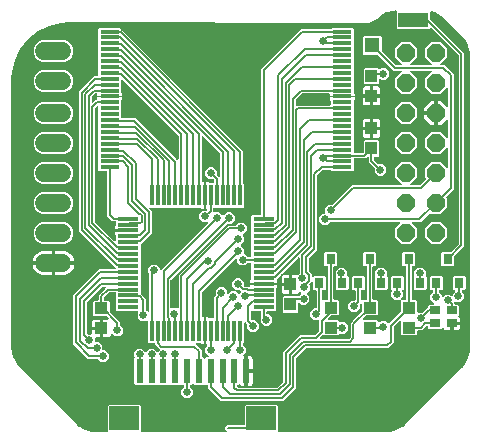
<source format=gbr>
G04 EAGLE Gerber RS-274X export*
G75*
%MOMM*%
%FSLAX34Y34*%
%LPD*%
%INTop Copper*%
%IPPOS*%
%AMOC8*
5,1,8,0,0,1.08239X$1,22.5*%
G01*
%ADD10R,1.788300X0.363200*%
%ADD11R,0.363200X1.788300*%
%ADD12R,1.636400X0.300000*%
%ADD13C,1.524000*%
%ADD14R,1.000000X1.100000*%
%ADD15R,2.540000X1.270000*%
%ADD16R,1.100000X1.000000*%
%ADD17R,0.787400X0.889000*%
%ADD18R,0.900000X0.650000*%
%ADD19R,0.600000X2.000000*%
%ADD20R,2.500000X2.000000*%
%ADD21P,1.649562X8X112.500000*%
%ADD22R,1.300000X1.300000*%
%ADD23C,0.152400*%
%ADD24C,0.654800*%

G36*
X71156Y2552D02*
X71156Y2552D01*
X71228Y2554D01*
X71277Y2572D01*
X71328Y2580D01*
X71391Y2614D01*
X71459Y2639D01*
X71499Y2671D01*
X71545Y2696D01*
X71595Y2747D01*
X71651Y2792D01*
X71679Y2836D01*
X71715Y2874D01*
X71745Y2939D01*
X71784Y2999D01*
X71796Y3050D01*
X71818Y3097D01*
X71826Y3168D01*
X71844Y3238D01*
X71840Y3290D01*
X71845Y3341D01*
X71830Y3412D01*
X71825Y3483D01*
X71804Y3531D01*
X71793Y3582D01*
X71756Y3643D01*
X71728Y3709D01*
X71683Y3765D01*
X71667Y3793D01*
X71649Y3808D01*
X71623Y3840D01*
X71485Y3978D01*
X71485Y25242D01*
X72378Y26135D01*
X98642Y26135D01*
X99535Y25242D01*
X99535Y3978D01*
X99397Y3840D01*
X99355Y3782D01*
X99305Y3730D01*
X99283Y3683D01*
X99253Y3641D01*
X99232Y3572D01*
X99202Y3507D01*
X99196Y3455D01*
X99181Y3405D01*
X99183Y3334D01*
X99175Y3263D01*
X99186Y3212D01*
X99187Y3160D01*
X99212Y3092D01*
X99227Y3022D01*
X99254Y2977D01*
X99271Y2929D01*
X99316Y2873D01*
X99353Y2811D01*
X99393Y2777D01*
X99425Y2737D01*
X99485Y2698D01*
X99540Y2651D01*
X99588Y2632D01*
X99632Y2604D01*
X99701Y2586D01*
X99768Y2559D01*
X99839Y2551D01*
X99871Y2543D01*
X99894Y2545D01*
X99935Y2541D01*
X171902Y2541D01*
X171973Y2552D01*
X172044Y2554D01*
X172093Y2572D01*
X172145Y2580D01*
X172208Y2614D01*
X172275Y2639D01*
X172316Y2671D01*
X172362Y2696D01*
X172412Y2748D01*
X172468Y2792D01*
X172496Y2836D01*
X172532Y2874D01*
X172562Y2939D01*
X172601Y2999D01*
X172613Y3050D01*
X172635Y3097D01*
X172643Y3168D01*
X172661Y3238D01*
X172657Y3290D01*
X172662Y3341D01*
X172647Y3412D01*
X172641Y3483D01*
X172621Y3531D01*
X172610Y3582D01*
X172573Y3643D01*
X172545Y3709D01*
X172500Y3765D01*
X172484Y3793D01*
X172466Y3808D01*
X172440Y3840D01*
X170941Y5339D01*
X170941Y7234D01*
X172281Y8573D01*
X186724Y8573D01*
X186744Y8576D01*
X186763Y8574D01*
X186865Y8596D01*
X186967Y8613D01*
X186984Y8622D01*
X187004Y8627D01*
X187093Y8680D01*
X187184Y8728D01*
X187198Y8742D01*
X187215Y8753D01*
X187282Y8831D01*
X187354Y8906D01*
X187362Y8924D01*
X187375Y8940D01*
X187414Y9036D01*
X187457Y9129D01*
X187459Y9149D01*
X187467Y9168D01*
X187485Y9334D01*
X187485Y25242D01*
X188378Y26135D01*
X214642Y26135D01*
X215535Y25242D01*
X215535Y3978D01*
X215397Y3840D01*
X215355Y3782D01*
X215305Y3730D01*
X215283Y3683D01*
X215253Y3641D01*
X215232Y3572D01*
X215202Y3507D01*
X215196Y3455D01*
X215181Y3405D01*
X215183Y3334D01*
X215175Y3263D01*
X215186Y3212D01*
X215187Y3160D01*
X215212Y3092D01*
X215227Y3022D01*
X215254Y2977D01*
X215271Y2929D01*
X215316Y2873D01*
X215353Y2811D01*
X215393Y2777D01*
X215425Y2737D01*
X215485Y2698D01*
X215540Y2651D01*
X215588Y2632D01*
X215632Y2604D01*
X215701Y2586D01*
X215768Y2559D01*
X215839Y2551D01*
X215871Y2543D01*
X215894Y2545D01*
X215935Y2541D01*
X306979Y2541D01*
X306997Y2544D01*
X307029Y2542D01*
X309913Y2731D01*
X309936Y2737D01*
X310060Y2756D01*
X315633Y4249D01*
X315647Y4255D01*
X315663Y4257D01*
X315816Y4325D01*
X320812Y7209D01*
X320831Y7224D01*
X320865Y7248D01*
X320893Y7263D01*
X320906Y7277D01*
X320933Y7296D01*
X323107Y9202D01*
X323118Y9216D01*
X323143Y9236D01*
X370797Y56890D01*
X371431Y57524D01*
X371764Y57857D01*
X371775Y57872D01*
X371798Y57893D01*
X373704Y60067D01*
X373717Y60087D01*
X373791Y60188D01*
X376675Y65184D01*
X376681Y65199D01*
X376690Y65211D01*
X376751Y65367D01*
X378244Y70940D01*
X378247Y70963D01*
X378269Y71087D01*
X378458Y73971D01*
X378456Y73990D01*
X378459Y74021D01*
X378459Y321410D01*
X378456Y321429D01*
X378458Y321460D01*
X378267Y324357D01*
X378262Y324379D01*
X378242Y324504D01*
X376737Y330098D01*
X376730Y330113D01*
X376728Y330129D01*
X376717Y330155D01*
X376716Y330158D01*
X376713Y330162D01*
X376660Y330282D01*
X373753Y335292D01*
X373738Y335311D01*
X373666Y335414D01*
X371745Y337590D01*
X371731Y337602D01*
X371711Y337627D01*
X356929Y352313D01*
X355959Y353277D01*
X355943Y353288D01*
X355922Y353311D01*
X353752Y355202D01*
X353732Y355215D01*
X353631Y355288D01*
X348650Y358150D01*
X348636Y358155D01*
X348623Y358164D01*
X348467Y358225D01*
X345382Y359048D01*
X345264Y359060D01*
X345147Y359073D01*
X345142Y359072D01*
X345137Y359072D01*
X345023Y359046D01*
X344906Y359021D01*
X344902Y359018D01*
X344898Y359017D01*
X344797Y358955D01*
X344695Y358894D01*
X344692Y358891D01*
X344688Y358889D01*
X344612Y358798D01*
X344535Y358708D01*
X344533Y358703D01*
X344530Y358700D01*
X344488Y358590D01*
X344443Y358479D01*
X344443Y358474D01*
X344441Y358471D01*
X344441Y358456D01*
X344425Y358313D01*
X344425Y352545D01*
X344439Y352454D01*
X344447Y352364D01*
X344459Y352334D01*
X344464Y352302D01*
X344507Y352221D01*
X344543Y352137D01*
X344569Y352105D01*
X344580Y352084D01*
X344603Y352062D01*
X344648Y352006D01*
X373127Y323527D01*
X373127Y159962D01*
X371564Y158399D01*
X364841Y151676D01*
X364788Y151602D01*
X364728Y151532D01*
X364716Y151502D01*
X364697Y151476D01*
X364670Y151389D01*
X364636Y151304D01*
X364632Y151263D01*
X364625Y151241D01*
X364626Y151209D01*
X364618Y151138D01*
X364618Y144148D01*
X363725Y143255D01*
X354587Y143255D01*
X353694Y144148D01*
X353694Y154302D01*
X354587Y155195D01*
X361577Y155195D01*
X361667Y155209D01*
X361758Y155217D01*
X361787Y155229D01*
X361819Y155234D01*
X361900Y155277D01*
X361984Y155313D01*
X362016Y155339D01*
X362037Y155350D01*
X362059Y155373D01*
X362115Y155418D01*
X368330Y161633D01*
X368383Y161707D01*
X368443Y161777D01*
X368455Y161807D01*
X368474Y161833D01*
X368501Y161920D01*
X368535Y162005D01*
X368539Y162046D01*
X368546Y162068D01*
X368545Y162100D01*
X368553Y162171D01*
X368553Y321317D01*
X368539Y321408D01*
X368531Y321498D01*
X368519Y321528D01*
X368514Y321560D01*
X368471Y321641D01*
X368435Y321725D01*
X368409Y321757D01*
X368398Y321778D01*
X368375Y321800D01*
X368330Y321856D01*
X345439Y344747D01*
X345423Y344758D01*
X345411Y344774D01*
X345324Y344830D01*
X345240Y344890D01*
X345221Y344896D01*
X345204Y344907D01*
X345103Y344932D01*
X345005Y344963D01*
X344985Y344962D01*
X344965Y344967D01*
X344862Y344959D01*
X344759Y344956D01*
X344740Y344949D01*
X344720Y344948D01*
X344625Y344907D01*
X344528Y344872D01*
X344512Y344859D01*
X344494Y344851D01*
X344363Y344747D01*
X343532Y343915D01*
X316868Y343915D01*
X315975Y344808D01*
X315975Y358928D01*
X315987Y358958D01*
X315988Y358985D01*
X315996Y359011D01*
X315994Y359107D01*
X315998Y359203D01*
X315991Y359230D01*
X315990Y359257D01*
X315957Y359347D01*
X315931Y359440D01*
X315915Y359462D01*
X315906Y359488D01*
X315846Y359563D01*
X315791Y359642D01*
X315769Y359659D01*
X315752Y359680D01*
X315671Y359732D01*
X315594Y359790D01*
X315568Y359798D01*
X315545Y359813D01*
X315452Y359837D01*
X315361Y359867D01*
X315326Y359868D01*
X315307Y359873D01*
X315274Y359871D01*
X315193Y359875D01*
X313018Y359734D01*
X312993Y359728D01*
X312873Y359711D01*
X307377Y358261D01*
X307364Y358255D01*
X307350Y358253D01*
X307195Y358187D01*
X302251Y355383D01*
X302231Y355367D01*
X302131Y355298D01*
X299970Y353443D01*
X299958Y353429D01*
X299933Y353410D01*
X298955Y352454D01*
X297886Y351409D01*
X292581Y349253D01*
X289718Y349257D01*
X288350Y349260D01*
X38746Y349674D01*
X37379Y349676D01*
X37363Y349674D01*
X37336Y349675D01*
X32102Y349390D01*
X32070Y349383D01*
X31975Y349372D01*
X21766Y347057D01*
X21764Y347056D01*
X21763Y347056D01*
X21605Y347001D01*
X12168Y342470D01*
X12167Y342469D01*
X12165Y342469D01*
X12023Y342380D01*
X3833Y335861D01*
X3832Y335859D01*
X3830Y335859D01*
X3712Y335740D01*
X-2821Y327560D01*
X-2821Y327559D01*
X-2822Y327558D01*
X-2911Y327416D01*
X-7458Y317987D01*
X-7458Y317985D01*
X-7459Y317984D01*
X-7514Y317826D01*
X-9846Y307621D01*
X-9848Y307589D01*
X-9864Y307494D01*
X-10158Y302260D01*
X-10156Y302243D01*
X-10159Y302217D01*
X-10159Y74021D01*
X-10156Y74003D01*
X-10158Y73971D01*
X-9969Y71087D01*
X-9963Y71064D01*
X-9944Y70940D01*
X-8451Y65367D01*
X-8445Y65353D01*
X-8443Y65337D01*
X-8375Y65184D01*
X-5491Y60188D01*
X-5476Y60170D01*
X-5404Y60067D01*
X-3498Y57893D01*
X-3483Y57881D01*
X-3464Y57857D01*
X-2497Y56890D01*
X45157Y9236D01*
X45172Y9225D01*
X45193Y9202D01*
X47367Y7296D01*
X47387Y7283D01*
X47457Y7232D01*
X47473Y7219D01*
X47478Y7216D01*
X47488Y7209D01*
X52484Y4325D01*
X52499Y4319D01*
X52511Y4310D01*
X52667Y4249D01*
X58240Y2756D01*
X58263Y2753D01*
X58387Y2731D01*
X61271Y2542D01*
X61290Y2544D01*
X61321Y2541D01*
X71085Y2541D01*
X71156Y2552D01*
G37*
%LPC*%
G36*
X167328Y29463D02*
X167328Y29463D01*
X165765Y31026D01*
X158026Y38765D01*
X156463Y40328D01*
X156463Y42324D01*
X156460Y42344D01*
X156462Y42363D01*
X156440Y42465D01*
X156424Y42567D01*
X156414Y42584D01*
X156410Y42604D01*
X156357Y42693D01*
X156308Y42784D01*
X156294Y42798D01*
X156284Y42815D01*
X156205Y42882D01*
X156130Y42954D01*
X156112Y42962D01*
X156097Y42975D01*
X156001Y43014D01*
X155907Y43057D01*
X155887Y43059D01*
X155869Y43067D01*
X155702Y43085D01*
X154878Y43085D01*
X154048Y43915D01*
X154032Y43927D01*
X154020Y43943D01*
X153932Y43999D01*
X153849Y44059D01*
X153830Y44065D01*
X153813Y44076D01*
X153712Y44101D01*
X153613Y44131D01*
X153594Y44131D01*
X153574Y44136D01*
X153471Y44128D01*
X153368Y44125D01*
X153349Y44118D01*
X153329Y44117D01*
X153234Y44076D01*
X153137Y44041D01*
X153121Y44028D01*
X153103Y44020D01*
X152972Y43915D01*
X152142Y43085D01*
X144878Y43085D01*
X144048Y43915D01*
X144032Y43927D01*
X144020Y43943D01*
X143932Y43999D01*
X143849Y44059D01*
X143830Y44065D01*
X143813Y44076D01*
X143712Y44101D01*
X143613Y44131D01*
X143594Y44131D01*
X143574Y44136D01*
X143471Y44128D01*
X143368Y44125D01*
X143349Y44118D01*
X143329Y44117D01*
X143234Y44076D01*
X143137Y44041D01*
X143121Y44028D01*
X143103Y44020D01*
X142972Y43915D01*
X142142Y43085D01*
X141558Y43085D01*
X141538Y43082D01*
X141519Y43084D01*
X141417Y43062D01*
X141315Y43046D01*
X141298Y43036D01*
X141278Y43032D01*
X141189Y42979D01*
X141098Y42930D01*
X141084Y42916D01*
X141067Y42906D01*
X141000Y42827D01*
X140928Y42752D01*
X140920Y42734D01*
X140907Y42719D01*
X140868Y42623D01*
X140825Y42529D01*
X140823Y42509D01*
X140815Y42491D01*
X140797Y42324D01*
X140797Y41565D01*
X140811Y41475D01*
X140819Y41384D01*
X140831Y41354D01*
X140836Y41322D01*
X140879Y41242D01*
X140915Y41158D01*
X140941Y41126D01*
X140952Y41105D01*
X140975Y41083D01*
X141020Y41027D01*
X143229Y38818D01*
X143229Y34842D01*
X140418Y32031D01*
X136442Y32031D01*
X133631Y34842D01*
X133631Y38818D01*
X136000Y41187D01*
X136053Y41261D01*
X136113Y41330D01*
X136125Y41360D01*
X136144Y41386D01*
X136171Y41473D01*
X136205Y41558D01*
X136209Y41599D01*
X136216Y41622D01*
X136215Y41654D01*
X136223Y41725D01*
X136223Y42324D01*
X136220Y42344D01*
X136222Y42363D01*
X136200Y42465D01*
X136184Y42567D01*
X136174Y42584D01*
X136170Y42604D01*
X136117Y42693D01*
X136068Y42784D01*
X136054Y42798D01*
X136044Y42815D01*
X135965Y42882D01*
X135890Y42954D01*
X135872Y42962D01*
X135857Y42975D01*
X135761Y43014D01*
X135667Y43057D01*
X135647Y43059D01*
X135629Y43067D01*
X135462Y43085D01*
X134878Y43085D01*
X134048Y43915D01*
X134032Y43927D01*
X134020Y43943D01*
X133932Y43999D01*
X133849Y44059D01*
X133830Y44065D01*
X133813Y44076D01*
X133712Y44101D01*
X133613Y44131D01*
X133594Y44131D01*
X133574Y44136D01*
X133471Y44128D01*
X133368Y44125D01*
X133349Y44118D01*
X133329Y44117D01*
X133234Y44076D01*
X133137Y44041D01*
X133121Y44028D01*
X133103Y44020D01*
X132972Y43915D01*
X132142Y43085D01*
X124878Y43085D01*
X124048Y43915D01*
X124032Y43927D01*
X124020Y43943D01*
X123932Y43999D01*
X123849Y44059D01*
X123830Y44065D01*
X123813Y44076D01*
X123712Y44101D01*
X123613Y44131D01*
X123594Y44131D01*
X123574Y44136D01*
X123471Y44128D01*
X123368Y44125D01*
X123349Y44118D01*
X123329Y44117D01*
X123234Y44076D01*
X123137Y44041D01*
X123121Y44028D01*
X123103Y44020D01*
X122972Y43915D01*
X122142Y43085D01*
X114878Y43085D01*
X114048Y43915D01*
X114032Y43927D01*
X114020Y43943D01*
X113932Y43999D01*
X113849Y44059D01*
X113830Y44065D01*
X113813Y44076D01*
X113712Y44101D01*
X113613Y44131D01*
X113594Y44131D01*
X113574Y44136D01*
X113471Y44128D01*
X113368Y44125D01*
X113349Y44118D01*
X113329Y44117D01*
X113234Y44076D01*
X113137Y44041D01*
X113121Y44028D01*
X113103Y44020D01*
X112972Y43915D01*
X112142Y43085D01*
X104878Y43085D01*
X104048Y43915D01*
X104032Y43927D01*
X104020Y43943D01*
X103932Y43999D01*
X103849Y44059D01*
X103830Y44065D01*
X103813Y44076D01*
X103712Y44101D01*
X103613Y44131D01*
X103594Y44131D01*
X103574Y44136D01*
X103471Y44128D01*
X103368Y44125D01*
X103349Y44118D01*
X103329Y44117D01*
X103234Y44076D01*
X103137Y44041D01*
X103121Y44028D01*
X103103Y44020D01*
X102972Y43915D01*
X102142Y43085D01*
X94878Y43085D01*
X93985Y43978D01*
X93985Y65242D01*
X93997Y65258D01*
X94013Y65270D01*
X94069Y65357D01*
X94129Y65441D01*
X94135Y65460D01*
X94146Y65477D01*
X94171Y65578D01*
X94201Y65676D01*
X94201Y65696D01*
X94206Y65716D01*
X94198Y65819D01*
X94195Y65922D01*
X94188Y65941D01*
X94186Y65961D01*
X94146Y66056D01*
X94110Y66153D01*
X94098Y66169D01*
X94090Y66187D01*
X93985Y66318D01*
X93711Y66592D01*
X93711Y70568D01*
X96522Y73379D01*
X100498Y73379D01*
X102972Y70905D01*
X102988Y70893D01*
X103000Y70878D01*
X103088Y70821D01*
X103171Y70761D01*
X103190Y70755D01*
X103207Y70745D01*
X103308Y70719D01*
X103407Y70689D01*
X103426Y70689D01*
X103446Y70684D01*
X103549Y70692D01*
X103652Y70695D01*
X103671Y70702D01*
X103691Y70704D01*
X103786Y70744D01*
X103883Y70780D01*
X103899Y70792D01*
X103917Y70800D01*
X104048Y70905D01*
X106522Y73379D01*
X110498Y73379D01*
X112972Y70905D01*
X112988Y70893D01*
X113000Y70878D01*
X113088Y70821D01*
X113171Y70761D01*
X113190Y70755D01*
X113207Y70745D01*
X113308Y70719D01*
X113407Y70689D01*
X113426Y70689D01*
X113446Y70684D01*
X113549Y70692D01*
X113652Y70695D01*
X113671Y70702D01*
X113691Y70704D01*
X113786Y70744D01*
X113883Y70780D01*
X113899Y70792D01*
X113917Y70800D01*
X114048Y70905D01*
X115302Y72158D01*
X115313Y72174D01*
X115329Y72187D01*
X115385Y72274D01*
X115445Y72358D01*
X115451Y72377D01*
X115462Y72393D01*
X115487Y72494D01*
X115517Y72593D01*
X115517Y72613D01*
X115522Y72632D01*
X115514Y72735D01*
X115511Y72839D01*
X115504Y72857D01*
X115503Y72877D01*
X115462Y72972D01*
X115427Y73070D01*
X115414Y73085D01*
X115406Y73104D01*
X115302Y73235D01*
X111263Y77273D01*
X111263Y77557D01*
X111260Y77576D01*
X111262Y77596D01*
X111240Y77697D01*
X111224Y77799D01*
X111214Y77817D01*
X111210Y77836D01*
X111157Y77925D01*
X111108Y78017D01*
X111094Y78030D01*
X111084Y78047D01*
X111005Y78115D01*
X110930Y78186D01*
X110912Y78194D01*
X110897Y78207D01*
X110801Y78246D01*
X110707Y78290D01*
X110687Y78292D01*
X110669Y78299D01*
X110502Y78318D01*
X106102Y78318D01*
X105209Y79211D01*
X105209Y96585D01*
X105198Y96656D01*
X105196Y96727D01*
X105178Y96776D01*
X105170Y96828D01*
X105136Y96891D01*
X105111Y96959D01*
X105079Y96999D01*
X105054Y97045D01*
X105002Y97095D01*
X104958Y97151D01*
X104914Y97179D01*
X104876Y97215D01*
X104811Y97245D01*
X104751Y97284D01*
X104700Y97296D01*
X104653Y97318D01*
X104582Y97326D01*
X104512Y97344D01*
X104460Y97340D01*
X104409Y97345D01*
X104338Y97330D01*
X104267Y97324D01*
X104219Y97304D01*
X104168Y97293D01*
X104107Y97256D01*
X104041Y97228D01*
X103985Y97183D01*
X103957Y97167D01*
X103942Y97149D01*
X103910Y97123D01*
X103588Y96801D01*
X99612Y96801D01*
X96801Y99612D01*
X96801Y103588D01*
X97123Y103910D01*
X97165Y103968D01*
X97215Y104020D01*
X97236Y104067D01*
X97267Y104109D01*
X97288Y104178D01*
X97318Y104243D01*
X97324Y104295D01*
X97339Y104345D01*
X97337Y104416D01*
X97345Y104487D01*
X97334Y104538D01*
X97333Y104590D01*
X97308Y104658D01*
X97293Y104728D01*
X97266Y104773D01*
X97248Y104821D01*
X97204Y104877D01*
X97167Y104939D01*
X97127Y104973D01*
X97095Y105013D01*
X97035Y105052D01*
X96980Y105099D01*
X96931Y105118D01*
X96888Y105146D01*
X96818Y105164D01*
X96752Y105191D01*
X96680Y105199D01*
X96649Y105207D01*
X96626Y105205D01*
X96585Y105209D01*
X79211Y105209D01*
X78318Y106102D01*
X78318Y120502D01*
X78315Y120522D01*
X78317Y120541D01*
X78295Y120643D01*
X78278Y120745D01*
X78269Y120762D01*
X78264Y120782D01*
X78211Y120871D01*
X78163Y120962D01*
X78149Y120976D01*
X78138Y120993D01*
X78060Y121060D01*
X77985Y121132D01*
X77967Y121140D01*
X77951Y121153D01*
X77855Y121192D01*
X77762Y121235D01*
X77742Y121237D01*
X77723Y121245D01*
X77557Y121263D01*
X72742Y121263D01*
X72652Y121249D01*
X72561Y121241D01*
X72532Y121229D01*
X72500Y121224D01*
X72419Y121181D01*
X72335Y121145D01*
X72303Y121119D01*
X72282Y121108D01*
X72260Y121085D01*
X72204Y121040D01*
X68550Y117386D01*
X68497Y117312D01*
X68437Y117242D01*
X68425Y117212D01*
X68406Y117186D01*
X68379Y117099D01*
X68345Y117014D01*
X68341Y116973D01*
X68334Y116951D01*
X68335Y116919D01*
X68327Y116847D01*
X68327Y114846D01*
X68330Y114826D01*
X68328Y114807D01*
X68350Y114705D01*
X68366Y114603D01*
X68376Y114586D01*
X68380Y114566D01*
X68433Y114477D01*
X68482Y114386D01*
X68496Y114372D01*
X68506Y114355D01*
X68585Y114288D01*
X68660Y114216D01*
X68678Y114208D01*
X68693Y114195D01*
X68789Y114156D01*
X68883Y114113D01*
X68903Y114111D01*
X68921Y114103D01*
X69088Y114085D01*
X72172Y114085D01*
X73065Y113192D01*
X73065Y105109D01*
X73079Y105019D01*
X73087Y104928D01*
X73099Y104899D01*
X73104Y104867D01*
X73147Y104786D01*
X73183Y104702D01*
X73209Y104670D01*
X73220Y104649D01*
X73243Y104627D01*
X73288Y104571D01*
X81662Y96197D01*
X81662Y93715D01*
X81676Y93625D01*
X81684Y93534D01*
X81696Y93504D01*
X81701Y93472D01*
X81744Y93392D01*
X81780Y93308D01*
X81806Y93276D01*
X81817Y93255D01*
X81840Y93233D01*
X81885Y93177D01*
X84174Y90888D01*
X84174Y86912D01*
X81363Y84101D01*
X77387Y84101D01*
X75380Y86108D01*
X75322Y86150D01*
X75270Y86200D01*
X75223Y86221D01*
X75181Y86252D01*
X75112Y86273D01*
X75047Y86303D01*
X74995Y86309D01*
X74945Y86324D01*
X74874Y86322D01*
X74803Y86330D01*
X74752Y86319D01*
X74700Y86318D01*
X74632Y86293D01*
X74562Y86278D01*
X74517Y86251D01*
X74469Y86233D01*
X74413Y86189D01*
X74351Y86152D01*
X74317Y86112D01*
X74277Y86080D01*
X74238Y86019D01*
X74191Y85965D01*
X74172Y85917D01*
X74144Y85873D01*
X74126Y85803D01*
X74099Y85737D01*
X74091Y85665D01*
X74083Y85634D01*
X74085Y85611D01*
X74081Y85570D01*
X74081Y85226D01*
X73908Y84579D01*
X73573Y84000D01*
X73100Y83527D01*
X72521Y83192D01*
X71874Y83019D01*
X67563Y83019D01*
X67563Y89798D01*
X67560Y89818D01*
X67562Y89837D01*
X67540Y89939D01*
X67523Y90041D01*
X67514Y90058D01*
X67510Y90078D01*
X67457Y90167D01*
X67408Y90258D01*
X67394Y90272D01*
X67384Y90289D01*
X67305Y90356D01*
X67230Y90427D01*
X67212Y90436D01*
X67197Y90449D01*
X67101Y90488D01*
X67007Y90531D01*
X66987Y90533D01*
X66969Y90541D01*
X66802Y90559D01*
X66039Y90559D01*
X66039Y90561D01*
X66802Y90561D01*
X66822Y90564D01*
X66841Y90562D01*
X66943Y90584D01*
X67045Y90601D01*
X67062Y90610D01*
X67082Y90614D01*
X67171Y90667D01*
X67262Y90716D01*
X67276Y90730D01*
X67293Y90740D01*
X67360Y90819D01*
X67431Y90894D01*
X67440Y90912D01*
X67453Y90927D01*
X67492Y91023D01*
X67535Y91117D01*
X67537Y91137D01*
X67545Y91155D01*
X67563Y91322D01*
X67563Y98101D01*
X71453Y98101D01*
X71523Y98112D01*
X71595Y98114D01*
X71644Y98132D01*
X71695Y98140D01*
X71759Y98174D01*
X71826Y98199D01*
X71867Y98231D01*
X71913Y98256D01*
X71962Y98307D01*
X72018Y98352D01*
X72046Y98396D01*
X72082Y98434D01*
X72112Y98499D01*
X72151Y98559D01*
X72164Y98610D01*
X72186Y98657D01*
X72194Y98728D01*
X72211Y98798D01*
X72207Y98850D01*
X72213Y98901D01*
X72198Y98972D01*
X72192Y99043D01*
X72172Y99091D01*
X72161Y99142D01*
X72124Y99203D01*
X72096Y99269D01*
X72051Y99325D01*
X72034Y99353D01*
X72017Y99368D01*
X71991Y99400D01*
X70579Y100812D01*
X70505Y100865D01*
X70435Y100925D01*
X70405Y100937D01*
X70379Y100956D01*
X70292Y100983D01*
X70207Y101017D01*
X70166Y101021D01*
X70144Y101028D01*
X70112Y101027D01*
X70041Y101035D01*
X59908Y101035D01*
X59015Y101928D01*
X59015Y113192D01*
X59908Y114085D01*
X62992Y114085D01*
X63012Y114088D01*
X63031Y114086D01*
X63133Y114108D01*
X63235Y114124D01*
X63252Y114134D01*
X63272Y114138D01*
X63361Y114191D01*
X63452Y114240D01*
X63466Y114254D01*
X63483Y114264D01*
X63550Y114343D01*
X63622Y114418D01*
X63630Y114436D01*
X63643Y114451D01*
X63682Y114547D01*
X63725Y114641D01*
X63727Y114661D01*
X63735Y114679D01*
X63753Y114846D01*
X63753Y119057D01*
X65316Y120620D01*
X68970Y124274D01*
X69380Y124684D01*
X69422Y124742D01*
X69471Y124794D01*
X69493Y124841D01*
X69523Y124883D01*
X69544Y124952D01*
X69575Y125017D01*
X69580Y125069D01*
X69596Y125119D01*
X69594Y125190D01*
X69602Y125261D01*
X69591Y125312D01*
X69589Y125364D01*
X69565Y125432D01*
X69550Y125502D01*
X69523Y125547D01*
X69505Y125595D01*
X69460Y125651D01*
X69423Y125713D01*
X69384Y125747D01*
X69351Y125787D01*
X69291Y125826D01*
X69236Y125873D01*
X69188Y125892D01*
X69144Y125920D01*
X69075Y125938D01*
X69008Y125965D01*
X68937Y125973D01*
X68906Y125981D01*
X68882Y125979D01*
X68842Y125983D01*
X67303Y125983D01*
X67212Y125969D01*
X67122Y125961D01*
X67092Y125949D01*
X67060Y125944D01*
X66979Y125901D01*
X66895Y125865D01*
X66863Y125839D01*
X66842Y125828D01*
X66820Y125805D01*
X66764Y125760D01*
X53818Y112814D01*
X53765Y112740D01*
X53705Y112670D01*
X53693Y112640D01*
X53674Y112614D01*
X53647Y112527D01*
X53613Y112442D01*
X53609Y112401D01*
X53602Y112379D01*
X53603Y112347D01*
X53595Y112275D01*
X53595Y86331D01*
X53609Y86241D01*
X53617Y86150D01*
X53629Y86120D01*
X53634Y86088D01*
X53677Y86007D01*
X53713Y85923D01*
X53739Y85891D01*
X53750Y85871D01*
X53773Y85848D01*
X53818Y85792D01*
X53954Y85656D01*
X54028Y85603D01*
X54098Y85543D01*
X54128Y85531D01*
X54154Y85512D01*
X54241Y85486D01*
X54326Y85451D01*
X54367Y85447D01*
X54389Y85440D01*
X54421Y85441D01*
X54493Y85433D01*
X57238Y85433D01*
X57258Y85436D01*
X57277Y85434D01*
X57379Y85456D01*
X57481Y85473D01*
X57498Y85482D01*
X57518Y85486D01*
X57607Y85539D01*
X57698Y85588D01*
X57712Y85602D01*
X57729Y85612D01*
X57796Y85691D01*
X57868Y85766D01*
X57876Y85784D01*
X57889Y85799D01*
X57928Y85895D01*
X57971Y85989D01*
X57973Y86009D01*
X57981Y86027D01*
X57999Y86194D01*
X57999Y89037D01*
X64517Y89037D01*
X64517Y83019D01*
X61302Y83019D01*
X61282Y83016D01*
X61263Y83018D01*
X61161Y82996D01*
X61059Y82980D01*
X61042Y82970D01*
X61022Y82966D01*
X60933Y82913D01*
X60842Y82864D01*
X60828Y82850D01*
X60811Y82840D01*
X60744Y82761D01*
X60672Y82686D01*
X60664Y82668D01*
X60651Y82653D01*
X60612Y82557D01*
X60569Y82463D01*
X60567Y82443D01*
X60559Y82425D01*
X60541Y82258D01*
X60541Y79672D01*
X60544Y79652D01*
X60542Y79633D01*
X60564Y79531D01*
X60580Y79429D01*
X60590Y79412D01*
X60594Y79392D01*
X60647Y79303D01*
X60696Y79212D01*
X60710Y79198D01*
X60720Y79181D01*
X60799Y79114D01*
X60874Y79042D01*
X60892Y79034D01*
X60907Y79021D01*
X61003Y78982D01*
X61097Y78939D01*
X61117Y78937D01*
X61135Y78929D01*
X61302Y78911D01*
X64009Y78911D01*
X66820Y76100D01*
X66820Y72870D01*
X66823Y72850D01*
X66821Y72831D01*
X66843Y72729D01*
X66860Y72627D01*
X66869Y72610D01*
X66873Y72590D01*
X66926Y72501D01*
X66975Y72410D01*
X66989Y72396D01*
X66999Y72379D01*
X67078Y72312D01*
X67153Y72240D01*
X67171Y72232D01*
X67186Y72219D01*
X67282Y72180D01*
X67376Y72137D01*
X67396Y72135D01*
X67414Y72127D01*
X67581Y72109D01*
X69298Y72109D01*
X72109Y69298D01*
X72109Y65322D01*
X69298Y62511D01*
X65322Y62511D01*
X63033Y64800D01*
X62959Y64853D01*
X62890Y64913D01*
X62860Y64925D01*
X62834Y64944D01*
X62747Y64971D01*
X62662Y65005D01*
X62621Y65009D01*
X62598Y65016D01*
X62566Y65015D01*
X62495Y65023D01*
X54933Y65023D01*
X42163Y77793D01*
X42163Y119057D01*
X63943Y140837D01*
X77435Y140837D01*
X77506Y140848D01*
X77578Y140850D01*
X77627Y140868D01*
X77678Y140876D01*
X77741Y140910D01*
X77809Y140935D01*
X77849Y140967D01*
X77895Y140992D01*
X77945Y141044D01*
X78001Y141088D01*
X78029Y141132D01*
X78065Y141170D01*
X78095Y141235D01*
X78134Y141295D01*
X78146Y141346D01*
X78168Y141393D01*
X78176Y141464D01*
X78194Y141534D01*
X78190Y141586D01*
X78195Y141637D01*
X78180Y141708D01*
X78175Y141779D01*
X78154Y141827D01*
X78143Y141878D01*
X78106Y141939D01*
X78078Y142005D01*
X78034Y142061D01*
X78017Y142089D01*
X77999Y142104D01*
X77973Y142136D01*
X48552Y171558D01*
X46989Y173120D01*
X46989Y291254D01*
X60002Y304267D01*
X62588Y304267D01*
X62608Y304270D01*
X62627Y304268D01*
X62729Y304290D01*
X62831Y304306D01*
X62848Y304316D01*
X62868Y304320D01*
X62957Y304373D01*
X63048Y304422D01*
X63062Y304436D01*
X63079Y304446D01*
X63146Y304525D01*
X63218Y304600D01*
X63226Y304618D01*
X63239Y304633D01*
X63278Y304729D01*
X63321Y304823D01*
X63323Y304843D01*
X63331Y304861D01*
X63349Y305028D01*
X63349Y309216D01*
X63365Y309278D01*
X63395Y309377D01*
X63395Y309397D01*
X63400Y309416D01*
X63392Y309519D01*
X63389Y309622D01*
X63382Y309641D01*
X63381Y309661D01*
X63349Y309735D01*
X63349Y314216D01*
X63365Y314278D01*
X63395Y314377D01*
X63395Y314397D01*
X63400Y314416D01*
X63392Y314519D01*
X63389Y314622D01*
X63382Y314641D01*
X63381Y314661D01*
X63349Y314735D01*
X63349Y319216D01*
X63365Y319278D01*
X63395Y319377D01*
X63395Y319397D01*
X63400Y319416D01*
X63392Y319519D01*
X63389Y319622D01*
X63382Y319641D01*
X63381Y319661D01*
X63349Y319735D01*
X63349Y324216D01*
X63365Y324278D01*
X63395Y324377D01*
X63395Y324397D01*
X63400Y324416D01*
X63392Y324519D01*
X63389Y324622D01*
X63382Y324641D01*
X63381Y324661D01*
X63349Y324735D01*
X63349Y329216D01*
X63365Y329278D01*
X63395Y329377D01*
X63395Y329397D01*
X63400Y329416D01*
X63392Y329519D01*
X63389Y329622D01*
X63382Y329641D01*
X63381Y329661D01*
X63349Y329735D01*
X63349Y334216D01*
X63365Y334278D01*
X63395Y334377D01*
X63395Y334397D01*
X63400Y334416D01*
X63392Y334519D01*
X63389Y334622D01*
X63382Y334641D01*
X63381Y334661D01*
X63349Y334735D01*
X63349Y339216D01*
X63365Y339278D01*
X63395Y339377D01*
X63395Y339397D01*
X63400Y339416D01*
X63392Y339519D01*
X63389Y339622D01*
X63382Y339641D01*
X63381Y339661D01*
X63349Y339735D01*
X63349Y344112D01*
X64242Y345005D01*
X81870Y345005D01*
X82778Y344096D01*
X82785Y344016D01*
X82797Y343986D01*
X82802Y343954D01*
X82845Y343874D01*
X82881Y343790D01*
X82907Y343758D01*
X82918Y343737D01*
X82941Y343715D01*
X82986Y343659D01*
X185837Y240808D01*
X185837Y214258D01*
X185851Y214168D01*
X185859Y214077D01*
X185871Y214048D01*
X185876Y214016D01*
X185919Y213935D01*
X185955Y213851D01*
X185981Y213819D01*
X185992Y213798D01*
X186015Y213776D01*
X186060Y213720D01*
X186891Y212889D01*
X186891Y193743D01*
X185998Y192850D01*
X161598Y192850D01*
X161578Y192847D01*
X161559Y192849D01*
X161457Y192827D01*
X161355Y192810D01*
X161338Y192801D01*
X161318Y192796D01*
X161229Y192743D01*
X161138Y192695D01*
X161124Y192681D01*
X161107Y192670D01*
X161040Y192592D01*
X160968Y192517D01*
X160960Y192499D01*
X160947Y192483D01*
X160908Y192387D01*
X160865Y192294D01*
X160863Y192274D01*
X160855Y192255D01*
X160837Y192089D01*
X160837Y189710D01*
X160840Y189690D01*
X160838Y189671D01*
X160860Y189569D01*
X160876Y189467D01*
X160886Y189450D01*
X160890Y189430D01*
X160943Y189341D01*
X160992Y189250D01*
X161006Y189236D01*
X161016Y189219D01*
X161095Y189152D01*
X161170Y189080D01*
X161188Y189072D01*
X161203Y189059D01*
X161299Y189020D01*
X161393Y188977D01*
X161413Y188975D01*
X161431Y188967D01*
X161598Y188949D01*
X165818Y188949D01*
X168372Y186395D01*
X168388Y186383D01*
X168400Y186368D01*
X168488Y186311D01*
X168571Y186251D01*
X168590Y186245D01*
X168607Y186235D01*
X168708Y186209D01*
X168807Y186179D01*
X168826Y186179D01*
X168846Y186174D01*
X168949Y186182D01*
X169052Y186185D01*
X169071Y186192D01*
X169091Y186194D01*
X169186Y186234D01*
X169283Y186270D01*
X169299Y186282D01*
X169317Y186290D01*
X169448Y186395D01*
X172002Y188949D01*
X175978Y188949D01*
X178789Y186138D01*
X178789Y182162D01*
X175978Y179351D01*
X172741Y179351D01*
X172650Y179337D01*
X172560Y179329D01*
X172530Y179317D01*
X172498Y179312D01*
X172417Y179269D01*
X172333Y179233D01*
X172301Y179207D01*
X172280Y179196D01*
X172258Y179173D01*
X172202Y179128D01*
X124654Y131580D01*
X124601Y131506D01*
X124542Y131437D01*
X124530Y131407D01*
X124511Y131381D01*
X124484Y131294D01*
X124450Y131209D01*
X124445Y131168D01*
X124438Y131146D01*
X124439Y131113D01*
X124431Y131042D01*
X124431Y108221D01*
X124443Y108150D01*
X124445Y108078D01*
X124463Y108029D01*
X124471Y107978D01*
X124505Y107915D01*
X124529Y107847D01*
X124562Y107807D01*
X124586Y107761D01*
X124638Y107712D01*
X124683Y107655D01*
X124727Y107627D01*
X124765Y107591D01*
X124830Y107561D01*
X124890Y107522D01*
X124940Y107510D01*
X124988Y107488D01*
X125059Y107480D01*
X125128Y107462D01*
X125180Y107466D01*
X125232Y107461D01*
X125302Y107476D01*
X125374Y107482D01*
X125422Y107502D01*
X125472Y107513D01*
X125534Y107550D01*
X125600Y107578D01*
X125656Y107623D01*
X125684Y107639D01*
X125699Y107657D01*
X125714Y107669D01*
X129692Y107669D01*
X129964Y107397D01*
X130022Y107355D01*
X130074Y107306D01*
X130121Y107284D01*
X130163Y107254D01*
X130232Y107233D01*
X130297Y107202D01*
X130349Y107197D01*
X130399Y107181D01*
X130470Y107183D01*
X130541Y107175D01*
X130592Y107186D01*
X130644Y107188D01*
X130712Y107212D01*
X130782Y107228D01*
X130827Y107254D01*
X130875Y107272D01*
X130931Y107317D01*
X130993Y107354D01*
X131027Y107393D01*
X131067Y107426D01*
X131106Y107486D01*
X131153Y107541D01*
X131172Y107589D01*
X131200Y107633D01*
X131218Y107702D01*
X131245Y107769D01*
X131253Y107840D01*
X131261Y107871D01*
X131259Y107895D01*
X131263Y107936D01*
X131263Y135767D01*
X173043Y177547D01*
X179335Y177547D01*
X179425Y177561D01*
X179516Y177569D01*
X179546Y177581D01*
X179578Y177586D01*
X179658Y177629D01*
X179742Y177665D01*
X179774Y177691D01*
X179795Y177702D01*
X179817Y177725D01*
X179873Y177770D01*
X182162Y180059D01*
X186138Y180059D01*
X188949Y177248D01*
X188949Y173272D01*
X186137Y170460D01*
X186072Y170450D01*
X186001Y170448D01*
X185952Y170430D01*
X185900Y170422D01*
X185837Y170388D01*
X185770Y170363D01*
X185729Y170331D01*
X185683Y170306D01*
X185633Y170254D01*
X185577Y170210D01*
X185549Y170166D01*
X185513Y170128D01*
X185483Y170063D01*
X185444Y170003D01*
X185432Y169952D01*
X185410Y169905D01*
X185402Y169834D01*
X185384Y169764D01*
X185388Y169712D01*
X185383Y169661D01*
X185398Y169590D01*
X185404Y169519D01*
X185424Y169471D01*
X185435Y169420D01*
X185472Y169359D01*
X185500Y169293D01*
X185545Y169237D01*
X185561Y169209D01*
X185579Y169194D01*
X185605Y169162D01*
X186409Y168358D01*
X186409Y164382D01*
X183855Y161828D01*
X183843Y161812D01*
X183828Y161800D01*
X183771Y161712D01*
X183711Y161629D01*
X183705Y161610D01*
X183695Y161593D01*
X183669Y161492D01*
X183639Y161393D01*
X183639Y161374D01*
X183634Y161354D01*
X183642Y161251D01*
X183645Y161148D01*
X183652Y161129D01*
X183654Y161109D01*
X183694Y161014D01*
X183730Y160917D01*
X183742Y160901D01*
X183750Y160883D01*
X183855Y160752D01*
X186409Y158198D01*
X186409Y154376D01*
X186412Y154356D01*
X186410Y154337D01*
X186432Y154235D01*
X186448Y154133D01*
X186458Y154116D01*
X186462Y154096D01*
X186515Y154007D01*
X186564Y153916D01*
X186578Y153902D01*
X186588Y153885D01*
X186667Y153818D01*
X186742Y153746D01*
X186760Y153738D01*
X186775Y153725D01*
X186871Y153686D01*
X186965Y153643D01*
X186985Y153641D01*
X187003Y153633D01*
X187170Y153615D01*
X187619Y153615D01*
X190174Y151060D01*
X190248Y151007D01*
X190318Y150947D01*
X190348Y150935D01*
X190374Y150916D01*
X190461Y150889D01*
X190546Y150855D01*
X190587Y150851D01*
X190609Y150844D01*
X190641Y150845D01*
X190713Y150837D01*
X192089Y150837D01*
X192108Y150840D01*
X192128Y150838D01*
X192229Y150860D01*
X192331Y150876D01*
X192349Y150886D01*
X192368Y150890D01*
X192457Y150943D01*
X192549Y150992D01*
X192562Y151006D01*
X192579Y151016D01*
X192647Y151095D01*
X192718Y151170D01*
X192726Y151188D01*
X192739Y151203D01*
X192778Y151299D01*
X192822Y151393D01*
X192824Y151413D01*
X192831Y151431D01*
X192850Y151598D01*
X192850Y185998D01*
X193743Y186891D01*
X200268Y186891D01*
X200288Y186894D01*
X200307Y186892D01*
X200409Y186914D01*
X200511Y186930D01*
X200528Y186940D01*
X200548Y186944D01*
X200637Y186997D01*
X200728Y187046D01*
X200742Y187060D01*
X200759Y187070D01*
X200826Y187149D01*
X200898Y187224D01*
X200906Y187242D01*
X200919Y187257D01*
X200958Y187353D01*
X201001Y187447D01*
X201003Y187467D01*
X201011Y187485D01*
X201029Y187652D01*
X201029Y310123D01*
X235173Y344267D01*
X259977Y344267D01*
X260067Y344281D01*
X260158Y344289D01*
X260188Y344301D01*
X260220Y344306D01*
X260301Y344349D01*
X260384Y344385D01*
X260417Y344411D01*
X260437Y344422D01*
X260459Y344445D01*
X260515Y344490D01*
X261030Y345005D01*
X278658Y345005D01*
X279551Y344112D01*
X279551Y339744D01*
X279535Y339682D01*
X279505Y339583D01*
X279505Y339563D01*
X279500Y339544D01*
X279508Y339441D01*
X279511Y339338D01*
X279518Y339319D01*
X279519Y339299D01*
X279551Y339225D01*
X279551Y334744D01*
X279535Y334682D01*
X279505Y334583D01*
X279505Y334563D01*
X279500Y334544D01*
X279508Y334441D01*
X279511Y334338D01*
X279518Y334319D01*
X279519Y334299D01*
X279551Y334225D01*
X279551Y329744D01*
X279535Y329682D01*
X279505Y329583D01*
X279505Y329563D01*
X279500Y329544D01*
X279508Y329441D01*
X279511Y329338D01*
X279518Y329319D01*
X279519Y329299D01*
X279551Y329225D01*
X279551Y324744D01*
X279535Y324682D01*
X279505Y324583D01*
X279505Y324563D01*
X279500Y324544D01*
X279508Y324441D01*
X279511Y324338D01*
X279518Y324319D01*
X279519Y324299D01*
X279551Y324225D01*
X279551Y319744D01*
X279535Y319682D01*
X279505Y319583D01*
X279505Y319563D01*
X279500Y319544D01*
X279508Y319441D01*
X279511Y319338D01*
X279518Y319319D01*
X279519Y319299D01*
X279551Y319225D01*
X279551Y314744D01*
X279535Y314682D01*
X279505Y314583D01*
X279505Y314563D01*
X279500Y314544D01*
X279508Y314441D01*
X279511Y314338D01*
X279518Y314319D01*
X279519Y314299D01*
X279551Y314225D01*
X279551Y309744D01*
X279535Y309682D01*
X279505Y309583D01*
X279505Y309563D01*
X279500Y309544D01*
X279508Y309441D01*
X279511Y309338D01*
X279518Y309319D01*
X279519Y309299D01*
X279551Y309225D01*
X279551Y304744D01*
X279535Y304682D01*
X279505Y304583D01*
X279505Y304563D01*
X279500Y304544D01*
X279508Y304441D01*
X279511Y304338D01*
X279518Y304319D01*
X279519Y304299D01*
X279551Y304225D01*
X279551Y299744D01*
X279535Y299682D01*
X279505Y299583D01*
X279505Y299563D01*
X279500Y299544D01*
X279508Y299441D01*
X279511Y299338D01*
X279518Y299319D01*
X279519Y299299D01*
X279551Y299225D01*
X279551Y294744D01*
X279535Y294682D01*
X279505Y294583D01*
X279505Y294563D01*
X279500Y294544D01*
X279508Y294441D01*
X279511Y294338D01*
X279518Y294319D01*
X279519Y294299D01*
X279551Y294225D01*
X279551Y290864D01*
X279565Y290774D01*
X279573Y290683D01*
X279585Y290653D01*
X279590Y290621D01*
X279633Y290540D01*
X279669Y290456D01*
X279695Y290424D01*
X279706Y290404D01*
X279729Y290381D01*
X279774Y290325D01*
X280059Y290040D01*
X280394Y289461D01*
X280567Y288814D01*
X280567Y287741D01*
X269844Y287741D01*
X259121Y287741D01*
X259121Y288915D01*
X259120Y288924D01*
X259125Y288971D01*
X259124Y288975D01*
X259124Y288979D01*
X259098Y289095D01*
X259073Y289212D01*
X259071Y289215D01*
X259070Y289219D01*
X259008Y289320D01*
X258946Y289423D01*
X258944Y289425D01*
X258942Y289428D01*
X258851Y289505D01*
X258760Y289583D01*
X258756Y289584D01*
X258753Y289587D01*
X258644Y289629D01*
X258531Y289675D01*
X258527Y289675D01*
X258524Y289676D01*
X258512Y289677D01*
X258365Y289693D01*
X236093Y289693D01*
X236002Y289679D01*
X235912Y289671D01*
X235882Y289659D01*
X235850Y289654D01*
X235769Y289611D01*
X235685Y289575D01*
X235653Y289549D01*
X235632Y289538D01*
X235610Y289515D01*
X235554Y289470D01*
X230602Y284518D01*
X230549Y284444D01*
X230489Y284374D01*
X230477Y284344D01*
X230458Y284318D01*
X230431Y284231D01*
X230397Y284146D01*
X230393Y284105D01*
X230386Y284083D01*
X230387Y284051D01*
X230379Y283979D01*
X230379Y279900D01*
X230390Y279830D01*
X230392Y279758D01*
X230410Y279709D01*
X230418Y279658D01*
X230452Y279594D01*
X230477Y279527D01*
X230509Y279486D01*
X230534Y279440D01*
X230585Y279391D01*
X230630Y279335D01*
X230674Y279307D01*
X230712Y279271D01*
X230777Y279241D01*
X230837Y279202D01*
X230888Y279189D01*
X230935Y279167D01*
X231006Y279159D01*
X231076Y279142D01*
X231128Y279146D01*
X231179Y279140D01*
X231250Y279155D01*
X231321Y279161D01*
X231369Y279181D01*
X231420Y279192D01*
X231481Y279229D01*
X231547Y279257D01*
X231559Y279267D01*
X259376Y279267D01*
X259396Y279270D01*
X259415Y279268D01*
X259517Y279290D01*
X259619Y279306D01*
X259636Y279316D01*
X259656Y279320D01*
X259745Y279373D01*
X259836Y279422D01*
X259850Y279436D01*
X259867Y279446D01*
X259934Y279525D01*
X260006Y279600D01*
X260014Y279618D01*
X260027Y279633D01*
X260066Y279729D01*
X260109Y279823D01*
X260111Y279843D01*
X260119Y279861D01*
X260137Y280028D01*
X260137Y283096D01*
X260123Y283186D01*
X260115Y283277D01*
X260103Y283307D01*
X260098Y283339D01*
X260055Y283420D01*
X260019Y283504D01*
X259993Y283536D01*
X259982Y283556D01*
X259959Y283579D01*
X259914Y283635D01*
X259629Y283920D01*
X259294Y284499D01*
X259121Y285146D01*
X259121Y286219D01*
X269844Y286219D01*
X280567Y286219D01*
X280567Y285145D01*
X280394Y284499D01*
X280059Y283920D01*
X279774Y283635D01*
X279721Y283561D01*
X279661Y283491D01*
X279649Y283461D01*
X279630Y283435D01*
X279603Y283348D01*
X279569Y283263D01*
X279565Y283222D01*
X279558Y283200D01*
X279559Y283168D01*
X279551Y283096D01*
X279551Y279744D01*
X279535Y279682D01*
X279505Y279583D01*
X279505Y279563D01*
X279500Y279544D01*
X279508Y279441D01*
X279511Y279338D01*
X279518Y279319D01*
X279519Y279299D01*
X279551Y279225D01*
X279551Y274744D01*
X279535Y274682D01*
X279505Y274583D01*
X279505Y274563D01*
X279500Y274544D01*
X279508Y274441D01*
X279511Y274338D01*
X279518Y274319D01*
X279519Y274299D01*
X279551Y274225D01*
X279551Y269744D01*
X279535Y269682D01*
X279505Y269583D01*
X279505Y269563D01*
X279500Y269544D01*
X279508Y269441D01*
X279511Y269338D01*
X279518Y269319D01*
X279519Y269299D01*
X279551Y269225D01*
X279551Y264744D01*
X279535Y264682D01*
X279505Y264583D01*
X279505Y264563D01*
X279500Y264544D01*
X279508Y264441D01*
X279511Y264338D01*
X279518Y264319D01*
X279519Y264299D01*
X279551Y264225D01*
X279551Y259744D01*
X279535Y259682D01*
X279505Y259583D01*
X279505Y259563D01*
X279500Y259544D01*
X279508Y259441D01*
X279511Y259338D01*
X279518Y259319D01*
X279519Y259299D01*
X279551Y259225D01*
X279551Y254744D01*
X279535Y254682D01*
X279505Y254583D01*
X279505Y254563D01*
X279500Y254544D01*
X279508Y254441D01*
X279511Y254338D01*
X279518Y254319D01*
X279519Y254299D01*
X279551Y254225D01*
X279551Y249744D01*
X279535Y249682D01*
X279505Y249584D01*
X279505Y249564D01*
X279500Y249544D01*
X279508Y249441D01*
X279511Y249338D01*
X279518Y249319D01*
X279519Y249299D01*
X279551Y249225D01*
X279551Y244744D01*
X279535Y244682D01*
X279505Y244583D01*
X279505Y244563D01*
X279500Y244544D01*
X279508Y244441D01*
X279511Y244338D01*
X279518Y244319D01*
X279519Y244299D01*
X279551Y244225D01*
X279551Y240028D01*
X279552Y240017D01*
X279552Y240011D01*
X279553Y240004D01*
X279552Y239989D01*
X279574Y239887D01*
X279590Y239785D01*
X279600Y239768D01*
X279604Y239748D01*
X279657Y239659D01*
X279706Y239568D01*
X279720Y239554D01*
X279730Y239537D01*
X279809Y239470D01*
X279884Y239398D01*
X279902Y239390D01*
X279917Y239377D01*
X280013Y239338D01*
X280107Y239295D01*
X280127Y239293D01*
X280145Y239285D01*
X280312Y239267D01*
X287354Y239267D01*
X287374Y239270D01*
X287393Y239268D01*
X287495Y239290D01*
X287597Y239306D01*
X287614Y239316D01*
X287634Y239320D01*
X287723Y239373D01*
X287814Y239422D01*
X287828Y239436D01*
X287845Y239446D01*
X287912Y239525D01*
X287984Y239600D01*
X287992Y239618D01*
X288005Y239633D01*
X288044Y239729D01*
X288087Y239823D01*
X288089Y239843D01*
X288097Y239861D01*
X288115Y240028D01*
X288115Y249092D01*
X289008Y249985D01*
X300272Y249985D01*
X301165Y249092D01*
X301165Y236828D01*
X300272Y235935D01*
X297688Y235935D01*
X297668Y235932D01*
X297649Y235934D01*
X297547Y235912D01*
X297445Y235896D01*
X297428Y235886D01*
X297408Y235882D01*
X297319Y235829D01*
X297228Y235780D01*
X297214Y235766D01*
X297197Y235756D01*
X297130Y235677D01*
X297058Y235602D01*
X297050Y235584D01*
X297037Y235569D01*
X296998Y235473D01*
X296955Y235379D01*
X296953Y235359D01*
X296945Y235341D01*
X296927Y235174D01*
X296927Y233673D01*
X296941Y233582D01*
X296949Y233492D01*
X296961Y233462D01*
X296966Y233430D01*
X297009Y233349D01*
X297045Y233265D01*
X297071Y233233D01*
X297082Y233212D01*
X297105Y233190D01*
X297150Y233134D01*
X300472Y229812D01*
X300546Y229759D01*
X300616Y229699D01*
X300646Y229687D01*
X300672Y229668D01*
X300759Y229641D01*
X300844Y229607D01*
X300885Y229603D01*
X300907Y229596D01*
X300939Y229597D01*
X301011Y229589D01*
X304248Y229589D01*
X307059Y226778D01*
X307059Y222802D01*
X304248Y219991D01*
X300272Y219991D01*
X297461Y222802D01*
X297461Y226039D01*
X297447Y226130D01*
X297439Y226220D01*
X297427Y226250D01*
X297422Y226282D01*
X297379Y226363D01*
X297343Y226447D01*
X297317Y226479D01*
X297306Y226500D01*
X297283Y226522D01*
X297238Y226578D01*
X292353Y231463D01*
X292353Y235174D01*
X292350Y235194D01*
X292352Y235213D01*
X292330Y235315D01*
X292314Y235417D01*
X292304Y235434D01*
X292300Y235454D01*
X292247Y235543D01*
X292198Y235634D01*
X292184Y235648D01*
X292174Y235665D01*
X292095Y235732D01*
X292020Y235804D01*
X292002Y235812D01*
X291987Y235825D01*
X291891Y235864D01*
X291797Y235907D01*
X291777Y235909D01*
X291759Y235917D01*
X291592Y235935D01*
X291165Y235935D01*
X291074Y235921D01*
X290984Y235913D01*
X290954Y235901D01*
X290922Y235896D01*
X290841Y235853D01*
X290757Y235817D01*
X290725Y235791D01*
X290704Y235780D01*
X290682Y235757D01*
X290626Y235712D01*
X289607Y234693D01*
X280312Y234693D01*
X280292Y234690D01*
X280273Y234692D01*
X280171Y234670D01*
X280069Y234654D01*
X280052Y234644D01*
X280032Y234640D01*
X279943Y234587D01*
X279852Y234538D01*
X279838Y234524D01*
X279821Y234514D01*
X279754Y234435D01*
X279682Y234360D01*
X279674Y234342D01*
X279661Y234327D01*
X279622Y234231D01*
X279579Y234137D01*
X279577Y234117D01*
X279569Y234099D01*
X279551Y233932D01*
X279551Y229744D01*
X279535Y229682D01*
X279505Y229583D01*
X279505Y229563D01*
X279500Y229544D01*
X279508Y229441D01*
X279511Y229338D01*
X279518Y229319D01*
X279519Y229299D01*
X279551Y229225D01*
X279551Y224848D01*
X278658Y223955D01*
X261030Y223955D01*
X260515Y224470D01*
X260441Y224523D01*
X260372Y224583D01*
X260342Y224595D01*
X260316Y224614D01*
X260229Y224641D01*
X260144Y224675D01*
X260103Y224679D01*
X260081Y224686D01*
X260048Y224685D01*
X259977Y224693D01*
X253643Y224693D01*
X253552Y224679D01*
X253462Y224671D01*
X253432Y224659D01*
X253400Y224654D01*
X253319Y224611D01*
X253235Y224575D01*
X253203Y224549D01*
X253182Y224538D01*
X253160Y224515D01*
X253104Y224470D01*
X248890Y220256D01*
X248837Y220182D01*
X248777Y220112D01*
X248765Y220082D01*
X248746Y220056D01*
X248719Y219969D01*
X248685Y219884D01*
X248681Y219843D01*
X248674Y219821D01*
X248675Y219789D01*
X248667Y219717D01*
X248667Y157099D01*
X241778Y150210D01*
X241725Y150136D01*
X241665Y150066D01*
X241653Y150036D01*
X241634Y150010D01*
X241607Y149923D01*
X241573Y149838D01*
X241569Y149797D01*
X241562Y149775D01*
X241563Y149743D01*
X241555Y149671D01*
X241555Y139428D01*
X241569Y139337D01*
X241577Y139247D01*
X241589Y139217D01*
X241594Y139185D01*
X241637Y139104D01*
X241673Y139020D01*
X241699Y138988D01*
X241710Y138967D01*
X241733Y138945D01*
X241778Y138889D01*
X244067Y136600D01*
X244067Y134904D01*
X244078Y134833D01*
X244080Y134761D01*
X244098Y134712D01*
X244106Y134661D01*
X244140Y134598D01*
X244165Y134530D01*
X244197Y134490D01*
X244222Y134444D01*
X244274Y134394D01*
X244318Y134338D01*
X244362Y134310D01*
X244400Y134274D01*
X244465Y134244D01*
X244525Y134205D01*
X244576Y134193D01*
X244623Y134171D01*
X244694Y134163D01*
X244764Y134145D01*
X244816Y134149D01*
X244867Y134144D01*
X244938Y134159D01*
X245009Y134164D01*
X245057Y134185D01*
X245108Y134196D01*
X245169Y134233D01*
X245235Y134261D01*
X245291Y134306D01*
X245319Y134322D01*
X245334Y134340D01*
X245366Y134366D01*
X245875Y134875D01*
X255013Y134875D01*
X255906Y133982D01*
X255906Y123828D01*
X255013Y122935D01*
X253492Y122935D01*
X253472Y122932D01*
X253453Y122934D01*
X253351Y122912D01*
X253249Y122896D01*
X253232Y122886D01*
X253212Y122882D01*
X253123Y122829D01*
X253032Y122780D01*
X253018Y122766D01*
X253001Y122756D01*
X252934Y122677D01*
X252862Y122602D01*
X252854Y122584D01*
X252841Y122569D01*
X252802Y122473D01*
X252759Y122379D01*
X252757Y122359D01*
X252749Y122341D01*
X252731Y122174D01*
X252731Y115070D01*
X252742Y114999D01*
X252744Y114927D01*
X252762Y114878D01*
X252770Y114827D01*
X252804Y114764D01*
X252829Y114696D01*
X252861Y114656D01*
X252886Y114610D01*
X252937Y114560D01*
X252982Y114504D01*
X253026Y114476D01*
X253064Y114440D01*
X253129Y114410D01*
X253189Y114371D01*
X253240Y114359D01*
X253287Y114337D01*
X253358Y114329D01*
X253428Y114311D01*
X253480Y114315D01*
X253531Y114310D01*
X253602Y114325D01*
X253673Y114330D01*
X253721Y114351D01*
X253772Y114362D01*
X253833Y114399D01*
X253899Y114427D01*
X253955Y114472D01*
X253983Y114488D01*
X253998Y114506D01*
X254030Y114532D01*
X254218Y114720D01*
X257048Y114720D01*
X257068Y114723D01*
X257087Y114721D01*
X257189Y114743D01*
X257291Y114759D01*
X257308Y114769D01*
X257328Y114773D01*
X257417Y114826D01*
X257508Y114875D01*
X257522Y114889D01*
X257539Y114899D01*
X257606Y114978D01*
X257678Y115053D01*
X257686Y115071D01*
X257699Y115086D01*
X257738Y115182D01*
X257781Y115276D01*
X257783Y115296D01*
X257791Y115314D01*
X257809Y115481D01*
X257809Y142494D01*
X257806Y142514D01*
X257808Y142533D01*
X257786Y142635D01*
X257770Y142737D01*
X257760Y142754D01*
X257756Y142774D01*
X257703Y142863D01*
X257654Y142954D01*
X257640Y142968D01*
X257630Y142985D01*
X257551Y143052D01*
X257476Y143124D01*
X257458Y143132D01*
X257443Y143145D01*
X257347Y143184D01*
X257253Y143227D01*
X257233Y143229D01*
X257215Y143237D01*
X257048Y143255D01*
X255527Y143255D01*
X254634Y144148D01*
X254634Y154302D01*
X255527Y155195D01*
X264665Y155195D01*
X265558Y154302D01*
X265558Y144148D01*
X264665Y143255D01*
X263144Y143255D01*
X263124Y143252D01*
X263105Y143254D01*
X263003Y143232D01*
X262901Y143216D01*
X262884Y143206D01*
X262864Y143202D01*
X262775Y143149D01*
X262684Y143100D01*
X262670Y143086D01*
X262653Y143076D01*
X262586Y142997D01*
X262514Y142922D01*
X262506Y142904D01*
X262493Y142889D01*
X262454Y142793D01*
X262411Y142699D01*
X262409Y142679D01*
X262401Y142661D01*
X262383Y142494D01*
X262383Y115481D01*
X262386Y115461D01*
X262384Y115442D01*
X262406Y115340D01*
X262422Y115238D01*
X262432Y115221D01*
X262436Y115201D01*
X262489Y115112D01*
X262538Y115021D01*
X262552Y115007D01*
X262562Y114990D01*
X262641Y114923D01*
X262716Y114851D01*
X262734Y114843D01*
X262749Y114830D01*
X262845Y114791D01*
X262939Y114748D01*
X262959Y114746D01*
X262977Y114738D01*
X263144Y114720D01*
X266482Y114720D01*
X267375Y113827D01*
X267375Y102563D01*
X266482Y101670D01*
X260642Y101670D01*
X260552Y101656D01*
X260461Y101648D01*
X260431Y101636D01*
X260399Y101631D01*
X260318Y101588D01*
X260234Y101552D01*
X260202Y101526D01*
X260182Y101515D01*
X260159Y101492D01*
X260103Y101447D01*
X257675Y99019D01*
X257633Y98961D01*
X257584Y98909D01*
X257562Y98862D01*
X257532Y98820D01*
X257511Y98751D01*
X257480Y98686D01*
X257475Y98634D01*
X257459Y98584D01*
X257461Y98513D01*
X257453Y98442D01*
X257464Y98391D01*
X257466Y98339D01*
X257490Y98271D01*
X257506Y98201D01*
X257532Y98156D01*
X257550Y98108D01*
X257595Y98052D01*
X257632Y97990D01*
X257671Y97956D01*
X257704Y97916D01*
X257764Y97877D01*
X257819Y97830D01*
X257867Y97811D01*
X257911Y97783D01*
X257980Y97765D01*
X258047Y97738D01*
X258118Y97730D01*
X258149Y97722D01*
X258173Y97724D01*
X258214Y97720D01*
X266482Y97720D01*
X267375Y96827D01*
X267375Y96520D01*
X267378Y96500D01*
X267376Y96481D01*
X267398Y96379D01*
X267414Y96277D01*
X267424Y96260D01*
X267428Y96240D01*
X267481Y96151D01*
X267530Y96060D01*
X267544Y96046D01*
X267554Y96029D01*
X267633Y95962D01*
X267708Y95890D01*
X267726Y95882D01*
X267741Y95869D01*
X267837Y95830D01*
X267931Y95787D01*
X267951Y95785D01*
X267969Y95777D01*
X268136Y95759D01*
X271863Y95759D01*
X274674Y92948D01*
X274674Y88972D01*
X271863Y86161D01*
X268136Y86161D01*
X268116Y86158D01*
X268097Y86160D01*
X267995Y86138D01*
X267893Y86122D01*
X267876Y86112D01*
X267856Y86108D01*
X267767Y86055D01*
X267676Y86006D01*
X267662Y85992D01*
X267645Y85982D01*
X267578Y85903D01*
X267506Y85828D01*
X267498Y85810D01*
X267485Y85795D01*
X267446Y85699D01*
X267403Y85605D01*
X267401Y85590D01*
X266482Y84670D01*
X254218Y84670D01*
X254150Y84739D01*
X254133Y84751D01*
X254121Y84766D01*
X254034Y84822D01*
X253950Y84883D01*
X253931Y84889D01*
X253914Y84899D01*
X253814Y84925D01*
X253715Y84955D01*
X253695Y84954D01*
X253676Y84959D01*
X253573Y84951D01*
X253469Y84949D01*
X253450Y84942D01*
X253430Y84940D01*
X253335Y84900D01*
X253238Y84864D01*
X253222Y84852D01*
X253204Y84844D01*
X253073Y84739D01*
X251295Y82961D01*
X251253Y82903D01*
X251204Y82851D01*
X251182Y82804D01*
X251152Y82762D01*
X251131Y82693D01*
X251100Y82628D01*
X251095Y82576D01*
X251079Y82526D01*
X251081Y82455D01*
X251073Y82384D01*
X251084Y82333D01*
X251086Y82281D01*
X251110Y82213D01*
X251125Y82143D01*
X251152Y82098D01*
X251170Y82050D01*
X251215Y81994D01*
X251252Y81932D01*
X251291Y81898D01*
X251324Y81858D01*
X251384Y81819D01*
X251439Y81772D01*
X251487Y81753D01*
X251531Y81725D01*
X251600Y81707D01*
X251667Y81680D01*
X251738Y81672D01*
X251769Y81664D01*
X251793Y81666D01*
X251833Y81662D01*
X274962Y81662D01*
X275053Y81676D01*
X275143Y81684D01*
X275173Y81696D01*
X275205Y81701D01*
X275286Y81744D01*
X275370Y81780D01*
X275402Y81806D01*
X275423Y81817D01*
X275445Y81840D01*
X275501Y81885D01*
X276890Y83274D01*
X276943Y83348D01*
X277003Y83418D01*
X277015Y83448D01*
X277034Y83474D01*
X277061Y83561D01*
X277095Y83646D01*
X277099Y83687D01*
X277106Y83709D01*
X277105Y83741D01*
X277113Y83813D01*
X277113Y95172D01*
X278676Y96735D01*
X286122Y104181D01*
X286175Y104255D01*
X286235Y104325D01*
X286247Y104355D01*
X286266Y104381D01*
X286293Y104468D01*
X286327Y104553D01*
X286331Y104594D01*
X286338Y104616D01*
X286337Y104648D01*
X286345Y104719D01*
X286345Y110597D01*
X286334Y110667D01*
X286332Y110739D01*
X286314Y110788D01*
X286306Y110839D01*
X286272Y110903D01*
X286247Y110970D01*
X286215Y111011D01*
X286190Y111057D01*
X286139Y111106D01*
X286094Y111162D01*
X286050Y111190D01*
X286012Y111226D01*
X285947Y111256D01*
X285887Y111295D01*
X285836Y111308D01*
X285789Y111330D01*
X285718Y111338D01*
X285648Y111355D01*
X285596Y111351D01*
X285545Y111357D01*
X285474Y111342D01*
X285403Y111336D01*
X285355Y111316D01*
X285304Y111305D01*
X285243Y111268D01*
X285177Y111240D01*
X285121Y111195D01*
X285093Y111178D01*
X285078Y111161D01*
X285046Y111135D01*
X284919Y111008D01*
X284865Y110934D01*
X284806Y110864D01*
X284794Y110834D01*
X284775Y110808D01*
X284748Y110721D01*
X284714Y110636D01*
X284710Y110595D01*
X284703Y110573D01*
X284704Y110541D01*
X284696Y110469D01*
X284696Y107232D01*
X281885Y104421D01*
X277909Y104421D01*
X275098Y107232D01*
X275098Y111208D01*
X277909Y114019D01*
X280416Y114019D01*
X280436Y114022D01*
X280455Y114020D01*
X280557Y114042D01*
X280659Y114058D01*
X280676Y114068D01*
X280696Y114072D01*
X280785Y114125D01*
X280876Y114174D01*
X280890Y114188D01*
X280907Y114198D01*
X280974Y114277D01*
X281046Y114352D01*
X281054Y114370D01*
X281067Y114385D01*
X281106Y114481D01*
X281149Y114575D01*
X281151Y114595D01*
X281159Y114613D01*
X281177Y114780D01*
X281177Y122174D01*
X281174Y122194D01*
X281176Y122213D01*
X281154Y122315D01*
X281138Y122417D01*
X281128Y122434D01*
X281124Y122454D01*
X281071Y122543D01*
X281022Y122634D01*
X281008Y122648D01*
X280998Y122665D01*
X280919Y122732D01*
X280844Y122804D01*
X280826Y122812D01*
X280811Y122825D01*
X280715Y122864D01*
X280621Y122907D01*
X280601Y122909D01*
X280583Y122917D01*
X280416Y122935D01*
X278895Y122935D01*
X278002Y123828D01*
X278002Y133982D01*
X278895Y134875D01*
X288033Y134875D01*
X288926Y133982D01*
X288926Y123828D01*
X288033Y122935D01*
X286512Y122935D01*
X286492Y122932D01*
X286473Y122934D01*
X286371Y122912D01*
X286269Y122896D01*
X286252Y122886D01*
X286232Y122882D01*
X286143Y122829D01*
X286052Y122780D01*
X286038Y122766D01*
X286021Y122756D01*
X285954Y122677D01*
X285882Y122602D01*
X285874Y122584D01*
X285861Y122569D01*
X285822Y122473D01*
X285779Y122379D01*
X285777Y122359D01*
X285769Y122341D01*
X285751Y122174D01*
X285751Y115070D01*
X285762Y114999D01*
X285764Y114927D01*
X285782Y114878D01*
X285790Y114827D01*
X285824Y114764D01*
X285849Y114696D01*
X285881Y114656D01*
X285906Y114610D01*
X285957Y114560D01*
X286002Y114504D01*
X286046Y114476D01*
X286084Y114440D01*
X286149Y114410D01*
X286209Y114371D01*
X286260Y114359D01*
X286307Y114337D01*
X286378Y114329D01*
X286448Y114311D01*
X286500Y114315D01*
X286551Y114310D01*
X286622Y114325D01*
X286693Y114330D01*
X286741Y114351D01*
X286792Y114362D01*
X286853Y114399D01*
X286919Y114427D01*
X286975Y114472D01*
X287003Y114488D01*
X287018Y114506D01*
X287050Y114532D01*
X287238Y114720D01*
X290068Y114720D01*
X290088Y114723D01*
X290107Y114721D01*
X290209Y114743D01*
X290311Y114759D01*
X290328Y114769D01*
X290348Y114773D01*
X290437Y114826D01*
X290528Y114875D01*
X290542Y114889D01*
X290559Y114899D01*
X290626Y114978D01*
X290698Y115053D01*
X290706Y115071D01*
X290719Y115086D01*
X290758Y115182D01*
X290801Y115276D01*
X290803Y115296D01*
X290811Y115314D01*
X290829Y115481D01*
X290829Y142494D01*
X290826Y142514D01*
X290828Y142533D01*
X290806Y142635D01*
X290790Y142737D01*
X290780Y142754D01*
X290776Y142774D01*
X290723Y142863D01*
X290674Y142954D01*
X290660Y142968D01*
X290650Y142985D01*
X290571Y143052D01*
X290496Y143124D01*
X290478Y143132D01*
X290463Y143145D01*
X290367Y143184D01*
X290273Y143227D01*
X290253Y143229D01*
X290235Y143237D01*
X290068Y143255D01*
X288547Y143255D01*
X287654Y144148D01*
X287654Y154302D01*
X288547Y155195D01*
X297685Y155195D01*
X298578Y154302D01*
X298578Y144148D01*
X297685Y143255D01*
X296164Y143255D01*
X296144Y143252D01*
X296125Y143254D01*
X296023Y143232D01*
X295921Y143216D01*
X295904Y143206D01*
X295884Y143202D01*
X295795Y143149D01*
X295704Y143100D01*
X295690Y143086D01*
X295673Y143076D01*
X295606Y142997D01*
X295534Y142922D01*
X295526Y142904D01*
X295513Y142889D01*
X295474Y142793D01*
X295431Y142699D01*
X295429Y142679D01*
X295421Y142661D01*
X295403Y142494D01*
X295403Y115481D01*
X295406Y115461D01*
X295404Y115442D01*
X295426Y115340D01*
X295442Y115238D01*
X295452Y115221D01*
X295456Y115201D01*
X295509Y115112D01*
X295558Y115021D01*
X295572Y115007D01*
X295582Y114990D01*
X295661Y114923D01*
X295736Y114851D01*
X295754Y114843D01*
X295769Y114830D01*
X295865Y114791D01*
X295959Y114748D01*
X295979Y114746D01*
X295997Y114738D01*
X296164Y114720D01*
X299502Y114720D01*
X300395Y113827D01*
X300395Y102563D01*
X299502Y101670D01*
X290394Y101670D01*
X290304Y101656D01*
X290213Y101648D01*
X290184Y101636D01*
X290152Y101631D01*
X290071Y101588D01*
X289987Y101552D01*
X289955Y101526D01*
X289934Y101515D01*
X289912Y101492D01*
X289856Y101447D01*
X287428Y99019D01*
X287386Y98961D01*
X287337Y98909D01*
X287315Y98862D01*
X287285Y98820D01*
X287264Y98751D01*
X287233Y98686D01*
X287228Y98634D01*
X287212Y98584D01*
X287214Y98513D01*
X287206Y98442D01*
X287217Y98391D01*
X287219Y98339D01*
X287243Y98271D01*
X287258Y98201D01*
X287285Y98157D01*
X287303Y98108D01*
X287348Y98052D01*
X287385Y97990D01*
X287424Y97956D01*
X287457Y97916D01*
X287517Y97877D01*
X287572Y97830D01*
X287620Y97811D01*
X287664Y97783D01*
X287733Y97765D01*
X287800Y97738D01*
X287871Y97730D01*
X287902Y97722D01*
X287926Y97724D01*
X287966Y97720D01*
X299502Y97720D01*
X300395Y96827D01*
X300395Y96294D01*
X300406Y96223D01*
X300408Y96152D01*
X300426Y96103D01*
X300434Y96051D01*
X300468Y95988D01*
X300493Y95921D01*
X300525Y95880D01*
X300550Y95834D01*
X300602Y95784D01*
X300646Y95728D01*
X300690Y95700D01*
X300728Y95664D01*
X300793Y95634D01*
X300853Y95595D01*
X300904Y95583D01*
X300951Y95561D01*
X301022Y95553D01*
X301092Y95535D01*
X301144Y95539D01*
X301195Y95534D01*
X301266Y95549D01*
X301337Y95555D01*
X301385Y95575D01*
X301436Y95586D01*
X301497Y95623D01*
X301563Y95651D01*
X301619Y95696D01*
X301647Y95712D01*
X301662Y95730D01*
X301694Y95756D01*
X302812Y96874D01*
X306788Y96874D01*
X308773Y94888D01*
X308789Y94877D01*
X308802Y94861D01*
X308889Y94805D01*
X308973Y94745D01*
X308992Y94739D01*
X309008Y94728D01*
X309109Y94703D01*
X309208Y94673D01*
X309228Y94673D01*
X309247Y94668D01*
X309350Y94676D01*
X309454Y94679D01*
X309472Y94686D01*
X309492Y94687D01*
X309587Y94728D01*
X309685Y94763D01*
X309700Y94776D01*
X309719Y94784D01*
X309850Y94888D01*
X310426Y95465D01*
X319142Y104181D01*
X319195Y104255D01*
X319255Y104325D01*
X319267Y104355D01*
X319286Y104381D01*
X319313Y104468D01*
X319347Y104553D01*
X319351Y104594D01*
X319358Y104616D01*
X319357Y104648D01*
X319365Y104719D01*
X319365Y113891D01*
X319354Y113962D01*
X319352Y114034D01*
X319334Y114083D01*
X319326Y114134D01*
X319292Y114197D01*
X319267Y114265D01*
X319235Y114305D01*
X319210Y114351D01*
X319159Y114401D01*
X319114Y114457D01*
X319070Y114485D01*
X319032Y114521D01*
X318967Y114551D01*
X318907Y114590D01*
X318856Y114602D01*
X318809Y114624D01*
X318738Y114632D01*
X318668Y114650D01*
X318616Y114646D01*
X318565Y114651D01*
X318494Y114636D01*
X318423Y114630D01*
X318375Y114610D01*
X318324Y114599D01*
X318295Y114581D01*
X314242Y114581D01*
X311431Y117392D01*
X311431Y121368D01*
X311919Y121855D01*
X311930Y121871D01*
X311946Y121884D01*
X312002Y121971D01*
X312062Y122055D01*
X312068Y122074D01*
X312079Y122091D01*
X312104Y122191D01*
X312135Y122290D01*
X312134Y122310D01*
X312139Y122329D01*
X312131Y122432D01*
X312128Y122536D01*
X312122Y122555D01*
X312120Y122575D01*
X312080Y122669D01*
X312044Y122767D01*
X312031Y122783D01*
X312024Y122801D01*
X311919Y122932D01*
X311022Y123828D01*
X311022Y133982D01*
X311915Y134875D01*
X321053Y134875D01*
X321946Y133982D01*
X321946Y123828D01*
X320971Y122854D01*
X320925Y122837D01*
X320885Y122805D01*
X320839Y122780D01*
X320789Y122728D01*
X320733Y122684D01*
X320705Y122640D01*
X320669Y122602D01*
X320639Y122537D01*
X320600Y122477D01*
X320588Y122426D01*
X320566Y122379D01*
X320558Y122308D01*
X320540Y122238D01*
X320544Y122186D01*
X320539Y122135D01*
X320554Y122064D01*
X320560Y121993D01*
X320580Y121945D01*
X320591Y121894D01*
X320628Y121833D01*
X320656Y121767D01*
X320701Y121711D01*
X320717Y121683D01*
X320735Y121668D01*
X320761Y121636D01*
X321029Y121368D01*
X321029Y117392D01*
X319656Y116019D01*
X319614Y115961D01*
X319564Y115909D01*
X319543Y115862D01*
X319512Y115820D01*
X319491Y115751D01*
X319461Y115686D01*
X319455Y115634D01*
X319440Y115584D01*
X319442Y115513D01*
X319434Y115442D01*
X319445Y115391D01*
X319446Y115339D01*
X319471Y115271D01*
X319486Y115201D01*
X319513Y115156D01*
X319531Y115108D01*
X319575Y115052D01*
X319612Y114990D01*
X319652Y114956D01*
X319684Y114916D01*
X319745Y114877D01*
X319799Y114830D01*
X319847Y114811D01*
X319891Y114783D01*
X319961Y114765D01*
X320027Y114738D01*
X320099Y114730D01*
X320130Y114722D01*
X320153Y114724D01*
X320194Y114720D01*
X323342Y114720D01*
X323362Y114723D01*
X323381Y114721D01*
X323483Y114743D01*
X323585Y114759D01*
X323602Y114769D01*
X323622Y114773D01*
X323711Y114826D01*
X323802Y114875D01*
X323816Y114889D01*
X323833Y114899D01*
X323900Y114978D01*
X323972Y115053D01*
X323980Y115071D01*
X323993Y115086D01*
X324032Y115182D01*
X324075Y115276D01*
X324077Y115296D01*
X324085Y115314D01*
X324103Y115481D01*
X324103Y142494D01*
X324100Y142514D01*
X324102Y142533D01*
X324080Y142635D01*
X324064Y142737D01*
X324054Y142754D01*
X324050Y142774D01*
X323997Y142863D01*
X323948Y142954D01*
X323934Y142968D01*
X323924Y142985D01*
X323845Y143052D01*
X323770Y143124D01*
X323752Y143132D01*
X323737Y143145D01*
X323641Y143184D01*
X323547Y143227D01*
X323527Y143229D01*
X323509Y143237D01*
X323342Y143255D01*
X321567Y143255D01*
X320674Y144148D01*
X320674Y154302D01*
X321567Y155195D01*
X330705Y155195D01*
X331598Y154302D01*
X331598Y144148D01*
X330705Y143255D01*
X329438Y143255D01*
X329418Y143252D01*
X329399Y143254D01*
X329297Y143232D01*
X329195Y143216D01*
X329178Y143206D01*
X329158Y143202D01*
X329069Y143149D01*
X328978Y143100D01*
X328964Y143086D01*
X328947Y143076D01*
X328880Y142997D01*
X328808Y142922D01*
X328800Y142904D01*
X328787Y142889D01*
X328748Y142793D01*
X328705Y142699D01*
X328703Y142679D01*
X328695Y142661D01*
X328677Y142494D01*
X328677Y115481D01*
X328680Y115461D01*
X328678Y115442D01*
X328700Y115340D01*
X328716Y115238D01*
X328726Y115221D01*
X328730Y115201D01*
X328783Y115112D01*
X328832Y115021D01*
X328846Y115007D01*
X328856Y114990D01*
X328935Y114923D01*
X329010Y114851D01*
X329028Y114843D01*
X329043Y114830D01*
X329139Y114791D01*
X329233Y114748D01*
X329253Y114746D01*
X329271Y114738D01*
X329438Y114720D01*
X332522Y114720D01*
X333415Y113827D01*
X333415Y104775D01*
X333418Y104755D01*
X333416Y104736D01*
X333438Y104634D01*
X333454Y104532D01*
X333464Y104515D01*
X333468Y104495D01*
X333521Y104406D01*
X333570Y104315D01*
X333584Y104301D01*
X333594Y104284D01*
X333673Y104217D01*
X333748Y104145D01*
X333766Y104137D01*
X333781Y104124D01*
X333877Y104085D01*
X333971Y104042D01*
X333991Y104040D01*
X334009Y104032D01*
X334176Y104014D01*
X337711Y104014D01*
X337802Y104028D01*
X337892Y104036D01*
X337922Y104048D01*
X337954Y104053D01*
X338035Y104096D01*
X338119Y104132D01*
X338151Y104158D01*
X338172Y104169D01*
X338194Y104192D01*
X338250Y104237D01*
X342352Y108339D01*
X342405Y108413D01*
X342465Y108483D01*
X342477Y108513D01*
X342496Y108539D01*
X342523Y108626D01*
X342557Y108711D01*
X342561Y108752D01*
X342568Y108774D01*
X342567Y108806D01*
X342575Y108878D01*
X342575Y109712D01*
X343468Y110605D01*
X346861Y110605D01*
X346932Y110616D01*
X347003Y110618D01*
X347052Y110636D01*
X347104Y110644D01*
X347167Y110678D01*
X347234Y110703D01*
X347275Y110735D01*
X347321Y110760D01*
X347371Y110812D01*
X347427Y110856D01*
X347455Y110900D01*
X347491Y110938D01*
X347521Y111003D01*
X347560Y111063D01*
X347572Y111114D01*
X347594Y111161D01*
X347602Y111232D01*
X347620Y111302D01*
X347616Y111354D01*
X347621Y111405D01*
X347606Y111476D01*
X347600Y111547D01*
X347580Y111595D01*
X347569Y111646D01*
X347532Y111707D01*
X347504Y111773D01*
X347459Y111829D01*
X347443Y111857D01*
X347425Y111872D01*
X347399Y111904D01*
X344451Y114852D01*
X344451Y118828D01*
X346740Y121117D01*
X346793Y121191D01*
X346853Y121260D01*
X346865Y121290D01*
X346884Y121316D01*
X346911Y121403D01*
X346945Y121488D01*
X346949Y121529D01*
X346956Y121552D01*
X346955Y121584D01*
X346963Y121655D01*
X346963Y122174D01*
X346960Y122194D01*
X346962Y122213D01*
X346940Y122315D01*
X346924Y122417D01*
X346914Y122434D01*
X346910Y122454D01*
X346857Y122543D01*
X346808Y122634D01*
X346794Y122648D01*
X346784Y122665D01*
X346705Y122732D01*
X346630Y122804D01*
X346612Y122812D01*
X346597Y122825D01*
X346501Y122864D01*
X346407Y122907D01*
X346387Y122909D01*
X346369Y122917D01*
X346202Y122935D01*
X344935Y122935D01*
X344042Y123828D01*
X344042Y133982D01*
X344935Y134875D01*
X354073Y134875D01*
X354966Y133982D01*
X354966Y123828D01*
X354073Y122935D01*
X352298Y122935D01*
X352278Y122932D01*
X352259Y122934D01*
X352157Y122912D01*
X352055Y122896D01*
X352038Y122886D01*
X352018Y122882D01*
X351929Y122829D01*
X351838Y122780D01*
X351824Y122766D01*
X351807Y122756D01*
X351740Y122677D01*
X351668Y122602D01*
X351660Y122584D01*
X351647Y122569D01*
X351608Y122473D01*
X351565Y122379D01*
X351563Y122359D01*
X351555Y122341D01*
X351537Y122174D01*
X351537Y121655D01*
X351551Y121565D01*
X351559Y121474D01*
X351571Y121444D01*
X351576Y121412D01*
X351619Y121332D01*
X351655Y121248D01*
X351681Y121216D01*
X351692Y121195D01*
X351715Y121173D01*
X351760Y121117D01*
X354049Y118828D01*
X354049Y117563D01*
X354060Y117492D01*
X354062Y117421D01*
X354080Y117372D01*
X354088Y117320D01*
X354122Y117257D01*
X354147Y117190D01*
X354179Y117149D01*
X354204Y117103D01*
X354256Y117053D01*
X354300Y116997D01*
X354344Y116969D01*
X354382Y116933D01*
X354447Y116903D01*
X354507Y116864D01*
X354558Y116852D01*
X354605Y116830D01*
X354676Y116822D01*
X354746Y116804D01*
X354798Y116808D01*
X354849Y116803D01*
X354920Y116818D01*
X354991Y116824D01*
X355039Y116844D01*
X355090Y116855D01*
X355151Y116892D01*
X355217Y116920D01*
X355273Y116965D01*
X355301Y116981D01*
X355316Y116999D01*
X355348Y117025D01*
X357422Y119099D01*
X361398Y119099D01*
X362202Y118295D01*
X362260Y118253D01*
X362312Y118203D01*
X362359Y118182D01*
X362401Y118151D01*
X362470Y118130D01*
X362535Y118100D01*
X362587Y118094D01*
X362637Y118079D01*
X362708Y118081D01*
X362779Y118073D01*
X362830Y118084D01*
X362882Y118085D01*
X362950Y118110D01*
X363020Y118125D01*
X363065Y118152D01*
X363113Y118170D01*
X363169Y118214D01*
X363231Y118251D01*
X363265Y118291D01*
X363305Y118323D01*
X363344Y118384D01*
X363391Y118438D01*
X363410Y118486D01*
X363438Y118530D01*
X363456Y118600D01*
X363483Y118666D01*
X363491Y118738D01*
X363499Y118769D01*
X363497Y118792D01*
X363501Y118833D01*
X363501Y120098D01*
X365039Y121636D01*
X365081Y121694D01*
X365131Y121746D01*
X365152Y121793D01*
X365183Y121835D01*
X365204Y121904D01*
X365234Y121969D01*
X365240Y122021D01*
X365255Y122071D01*
X365253Y122142D01*
X365261Y122213D01*
X365250Y122264D01*
X365249Y122316D01*
X365224Y122384D01*
X365209Y122454D01*
X365182Y122499D01*
X365164Y122547D01*
X365120Y122603D01*
X365083Y122665D01*
X365043Y122699D01*
X365011Y122739D01*
X364950Y122778D01*
X364896Y122825D01*
X364848Y122844D01*
X364804Y122872D01*
X364734Y122890D01*
X364668Y122917D01*
X364596Y122925D01*
X364565Y122933D01*
X364542Y122931D01*
X364501Y122935D01*
X364239Y122935D01*
X363346Y123828D01*
X363346Y133982D01*
X364239Y134875D01*
X373377Y134875D01*
X374270Y133982D01*
X374270Y123828D01*
X373377Y122935D01*
X372099Y122935D01*
X372028Y122924D01*
X371957Y122922D01*
X371908Y122904D01*
X371856Y122896D01*
X371793Y122862D01*
X371726Y122837D01*
X371685Y122805D01*
X371639Y122780D01*
X371589Y122728D01*
X371533Y122684D01*
X371505Y122640D01*
X371469Y122602D01*
X371439Y122537D01*
X371400Y122477D01*
X371388Y122426D01*
X371366Y122379D01*
X371358Y122308D01*
X371340Y122238D01*
X371344Y122186D01*
X371339Y122135D01*
X371354Y122064D01*
X371360Y121993D01*
X371380Y121945D01*
X371391Y121894D01*
X371428Y121833D01*
X371456Y121767D01*
X371501Y121711D01*
X371517Y121683D01*
X371535Y121668D01*
X371561Y121636D01*
X373099Y120098D01*
X373099Y116122D01*
X370288Y113311D01*
X366312Y113311D01*
X365508Y114115D01*
X365450Y114157D01*
X365398Y114207D01*
X365351Y114228D01*
X365309Y114259D01*
X365240Y114280D01*
X365175Y114310D01*
X365123Y114316D01*
X365073Y114331D01*
X365002Y114329D01*
X364931Y114337D01*
X364880Y114326D01*
X364828Y114325D01*
X364760Y114300D01*
X364690Y114285D01*
X364645Y114258D01*
X364597Y114240D01*
X364541Y114196D01*
X364479Y114159D01*
X364445Y114119D01*
X364405Y114087D01*
X364366Y114026D01*
X364319Y113972D01*
X364300Y113924D01*
X364272Y113880D01*
X364254Y113810D01*
X364227Y113744D01*
X364219Y113672D01*
X364211Y113641D01*
X364213Y113618D01*
X364209Y113577D01*
X364209Y113051D01*
X364223Y112960D01*
X364231Y112870D01*
X364243Y112840D01*
X364248Y112808D01*
X364291Y112727D01*
X364327Y112643D01*
X364353Y112611D01*
X364364Y112590D01*
X364387Y112568D01*
X364432Y112512D01*
X364887Y112057D01*
X364887Y111366D01*
X364890Y111346D01*
X364888Y111327D01*
X364910Y111225D01*
X364926Y111123D01*
X364936Y111106D01*
X364940Y111086D01*
X364993Y110997D01*
X365042Y110906D01*
X365056Y110892D01*
X365066Y110875D01*
X365145Y110808D01*
X365220Y110736D01*
X365238Y110728D01*
X365253Y110715D01*
X365349Y110676D01*
X365443Y110633D01*
X365463Y110631D01*
X365481Y110623D01*
X365648Y110605D01*
X367732Y110605D01*
X368625Y109712D01*
X368625Y101948D01*
X368176Y101499D01*
X368106Y101403D01*
X368036Y101307D01*
X368034Y101303D01*
X368032Y101300D01*
X367997Y101186D01*
X367961Y101073D01*
X367961Y101068D01*
X367960Y101064D01*
X367963Y100946D01*
X367965Y100827D01*
X367966Y100823D01*
X367966Y100819D01*
X368007Y100707D01*
X368046Y100595D01*
X368049Y100591D01*
X368050Y100588D01*
X368125Y100495D01*
X368198Y100401D01*
X368202Y100398D01*
X368204Y100396D01*
X368216Y100388D01*
X368333Y100302D01*
X368660Y100113D01*
X369133Y99640D01*
X369468Y99061D01*
X369641Y98414D01*
X369641Y96353D01*
X363362Y96353D01*
X363342Y96350D01*
X363323Y96352D01*
X363221Y96330D01*
X363119Y96313D01*
X363102Y96304D01*
X363082Y96300D01*
X362993Y96247D01*
X362902Y96198D01*
X362888Y96184D01*
X362871Y96174D01*
X362804Y96095D01*
X362733Y96020D01*
X362724Y96002D01*
X362711Y95987D01*
X362672Y95890D01*
X362629Y95797D01*
X362627Y95777D01*
X362619Y95759D01*
X362601Y95592D01*
X362601Y94829D01*
X361838Y94829D01*
X361818Y94826D01*
X361799Y94828D01*
X361697Y94806D01*
X361595Y94789D01*
X361578Y94780D01*
X361558Y94776D01*
X361469Y94723D01*
X361378Y94674D01*
X361364Y94660D01*
X361347Y94650D01*
X361280Y94571D01*
X361209Y94496D01*
X361200Y94478D01*
X361187Y94463D01*
X361148Y94367D01*
X361105Y94273D01*
X361103Y94253D01*
X361095Y94235D01*
X361077Y94068D01*
X361077Y89039D01*
X357766Y89039D01*
X357119Y89212D01*
X356540Y89547D01*
X356067Y90020D01*
X355695Y90664D01*
X355620Y90756D01*
X355546Y90849D01*
X355542Y90851D01*
X355539Y90854D01*
X355440Y90917D01*
X355339Y90982D01*
X355335Y90983D01*
X355331Y90985D01*
X355216Y91012D01*
X355100Y91042D01*
X355096Y91041D01*
X355092Y91042D01*
X354973Y91032D01*
X354855Y91023D01*
X354851Y91021D01*
X354847Y91021D01*
X354737Y90972D01*
X354629Y90926D01*
X354625Y90923D01*
X354622Y90922D01*
X354611Y90912D01*
X354498Y90821D01*
X353732Y90055D01*
X343468Y90055D01*
X342575Y90948D01*
X342575Y91782D01*
X342572Y91802D01*
X342574Y91821D01*
X342552Y91923D01*
X342536Y92025D01*
X342526Y92042D01*
X342522Y92062D01*
X342469Y92151D01*
X342420Y92242D01*
X342406Y92256D01*
X342396Y92273D01*
X342317Y92340D01*
X342242Y92412D01*
X342224Y92420D01*
X342209Y92433D01*
X342113Y92472D01*
X342019Y92515D01*
X341999Y92517D01*
X341981Y92525D01*
X341814Y92543D01*
X341203Y92543D01*
X341112Y92529D01*
X341022Y92521D01*
X340992Y92509D01*
X340960Y92504D01*
X340879Y92461D01*
X340795Y92425D01*
X340763Y92399D01*
X340742Y92388D01*
X340720Y92365D01*
X340664Y92320D01*
X337252Y88908D01*
X334176Y88908D01*
X334156Y88905D01*
X334137Y88907D01*
X334035Y88885D01*
X333933Y88869D01*
X333916Y88859D01*
X333896Y88855D01*
X333807Y88802D01*
X333716Y88753D01*
X333702Y88739D01*
X333685Y88729D01*
X333618Y88650D01*
X333546Y88575D01*
X333538Y88557D01*
X333525Y88542D01*
X333486Y88446D01*
X333443Y88352D01*
X333441Y88332D01*
X333433Y88314D01*
X333415Y88147D01*
X333415Y85563D01*
X332522Y84670D01*
X320258Y84670D01*
X319365Y85563D01*
X319365Y96099D01*
X319354Y96169D01*
X319352Y96241D01*
X319334Y96290D01*
X319326Y96341D01*
X319292Y96405D01*
X319267Y96472D01*
X319235Y96513D01*
X319210Y96559D01*
X319158Y96608D01*
X319114Y96664D01*
X319070Y96692D01*
X319032Y96728D01*
X318967Y96758D01*
X318907Y96797D01*
X318856Y96810D01*
X318809Y96832D01*
X318738Y96840D01*
X318668Y96857D01*
X318616Y96853D01*
X318565Y96859D01*
X318494Y96844D01*
X318423Y96838D01*
X318375Y96818D01*
X318324Y96807D01*
X318263Y96770D01*
X318197Y96742D01*
X318141Y96697D01*
X318113Y96680D01*
X318098Y96663D01*
X318066Y96637D01*
X313660Y92231D01*
X313607Y92157D01*
X313547Y92087D01*
X313535Y92057D01*
X313516Y92031D01*
X313489Y91944D01*
X313455Y91859D01*
X313451Y91818D01*
X313444Y91796D01*
X313445Y91764D01*
X313437Y91692D01*
X313437Y78428D01*
X308922Y73913D01*
X239388Y73913D01*
X239297Y73899D01*
X239207Y73891D01*
X239177Y73879D01*
X239145Y73874D01*
X239064Y73831D01*
X238980Y73795D01*
X238948Y73769D01*
X238927Y73758D01*
X238905Y73735D01*
X238849Y73690D01*
X231110Y65951D01*
X231057Y65877D01*
X230997Y65807D01*
X230985Y65777D01*
X230966Y65751D01*
X230939Y65664D01*
X230905Y65579D01*
X230901Y65538D01*
X230894Y65516D01*
X230895Y65484D01*
X230887Y65412D01*
X230887Y40328D01*
X220022Y29463D01*
X167328Y29463D01*
G37*
%LPD*%
%LPC*%
G36*
X320062Y162305D02*
X320062Y162305D01*
X314705Y167662D01*
X314705Y175238D01*
X318761Y179294D01*
X318803Y179352D01*
X318852Y179404D01*
X318874Y179451D01*
X318905Y179493D01*
X318926Y179562D01*
X318956Y179627D01*
X318962Y179679D01*
X318977Y179729D01*
X318975Y179800D01*
X318983Y179871D01*
X318972Y179922D01*
X318971Y179974D01*
X318946Y180042D01*
X318931Y180112D01*
X318904Y180157D01*
X318886Y180205D01*
X318841Y180261D01*
X318805Y180323D01*
X318765Y180357D01*
X318733Y180397D01*
X318672Y180436D01*
X318618Y180483D01*
X318569Y180502D01*
X318526Y180530D01*
X318456Y180548D01*
X318390Y180575D01*
X318318Y180583D01*
X318287Y180591D01*
X318264Y180589D01*
X318223Y180593D01*
X260085Y180593D01*
X259995Y180579D01*
X259904Y180571D01*
X259874Y180559D01*
X259842Y180554D01*
X259762Y180511D01*
X259678Y180475D01*
X259646Y180449D01*
X259625Y180438D01*
X259603Y180415D01*
X259547Y180370D01*
X257258Y178081D01*
X253282Y178081D01*
X250471Y180892D01*
X250471Y184868D01*
X253282Y187679D01*
X254790Y187679D01*
X254810Y187682D01*
X254829Y187680D01*
X254931Y187702D01*
X255033Y187718D01*
X255050Y187728D01*
X255070Y187732D01*
X255159Y187785D01*
X255250Y187834D01*
X255264Y187848D01*
X255281Y187858D01*
X255348Y187937D01*
X255420Y188012D01*
X255428Y188030D01*
X255441Y188045D01*
X255480Y188141D01*
X255523Y188235D01*
X255525Y188255D01*
X255533Y188273D01*
X255551Y188440D01*
X255551Y192488D01*
X258362Y195299D01*
X261599Y195299D01*
X261690Y195313D01*
X261780Y195321D01*
X261810Y195333D01*
X261842Y195338D01*
X261923Y195381D01*
X262007Y195417D01*
X262039Y195443D01*
X262060Y195454D01*
X262082Y195477D01*
X262138Y195522D01*
X278453Y211837D01*
X319493Y211837D01*
X319564Y211848D01*
X319635Y211850D01*
X319684Y211868D01*
X319736Y211876D01*
X319799Y211910D01*
X319866Y211935D01*
X319907Y211967D01*
X319953Y211992D01*
X320002Y212044D01*
X320058Y212088D01*
X320087Y212132D01*
X320122Y212170D01*
X320153Y212235D01*
X320191Y212295D01*
X320204Y212346D01*
X320226Y212393D01*
X320234Y212464D01*
X320251Y212534D01*
X320247Y212586D01*
X320253Y212637D01*
X320238Y212708D01*
X320232Y212779D01*
X320212Y212827D01*
X320201Y212878D01*
X320164Y212939D01*
X320136Y213005D01*
X320091Y213061D01*
X320075Y213089D01*
X320057Y213104D01*
X320031Y213136D01*
X314705Y218462D01*
X314705Y226038D01*
X320062Y231395D01*
X327638Y231395D01*
X332995Y226038D01*
X332995Y218462D01*
X327669Y213136D01*
X327627Y213078D01*
X327578Y213026D01*
X327556Y212979D01*
X327525Y212937D01*
X327504Y212868D01*
X327474Y212803D01*
X327468Y212751D01*
X327453Y212701D01*
X327455Y212630D01*
X327447Y212559D01*
X327458Y212508D01*
X327459Y212456D01*
X327484Y212388D01*
X327499Y212318D01*
X327526Y212273D01*
X327544Y212225D01*
X327589Y212169D01*
X327625Y212107D01*
X327665Y212073D01*
X327697Y212033D01*
X327758Y211994D01*
X327812Y211947D01*
X327861Y211928D01*
X327904Y211900D01*
X327974Y211882D01*
X328040Y211855D01*
X328112Y211847D01*
X328143Y211839D01*
X328166Y211841D01*
X328207Y211837D01*
X335287Y211837D01*
X335378Y211851D01*
X335468Y211859D01*
X335498Y211871D01*
X335530Y211876D01*
X335611Y211919D01*
X335695Y211955D01*
X335727Y211981D01*
X335748Y211992D01*
X335770Y212015D01*
X335826Y212060D01*
X340628Y216862D01*
X340640Y216879D01*
X340656Y216891D01*
X340712Y216978D01*
X340772Y217062D01*
X340778Y217081D01*
X340789Y217098D01*
X340814Y217198D01*
X340844Y217297D01*
X340844Y217317D01*
X340849Y217336D01*
X340841Y217439D01*
X340838Y217543D01*
X340831Y217562D01*
X340830Y217582D01*
X340789Y217677D01*
X340754Y217774D01*
X340741Y217790D01*
X340733Y217808D01*
X340628Y217939D01*
X340105Y218462D01*
X340105Y226038D01*
X345462Y231395D01*
X353038Y231395D01*
X358364Y226069D01*
X358422Y226027D01*
X358474Y225978D01*
X358521Y225956D01*
X358563Y225925D01*
X358632Y225904D01*
X358697Y225874D01*
X358749Y225868D01*
X358799Y225853D01*
X358870Y225855D01*
X358941Y225847D01*
X358992Y225858D01*
X359044Y225859D01*
X359112Y225884D01*
X359182Y225899D01*
X359227Y225926D01*
X359275Y225944D01*
X359331Y225989D01*
X359393Y226025D01*
X359427Y226065D01*
X359467Y226097D01*
X359506Y226158D01*
X359553Y226212D01*
X359572Y226261D01*
X359600Y226304D01*
X359618Y226374D01*
X359645Y226440D01*
X359653Y226512D01*
X359661Y226543D01*
X359659Y226566D01*
X359663Y226607D01*
X359663Y243293D01*
X359652Y243364D01*
X359650Y243435D01*
X359632Y243484D01*
X359624Y243536D01*
X359590Y243599D01*
X359565Y243666D01*
X359533Y243707D01*
X359508Y243753D01*
X359456Y243802D01*
X359412Y243858D01*
X359368Y243887D01*
X359330Y243922D01*
X359265Y243953D01*
X359205Y243991D01*
X359154Y244004D01*
X359107Y244026D01*
X359036Y244034D01*
X358966Y244051D01*
X358914Y244047D01*
X358863Y244053D01*
X358792Y244038D01*
X358721Y244032D01*
X358673Y244012D01*
X358622Y244001D01*
X358561Y243964D01*
X358495Y243936D01*
X358439Y243891D01*
X358411Y243875D01*
X358396Y243857D01*
X358364Y243831D01*
X353038Y238505D01*
X345462Y238505D01*
X340105Y243862D01*
X340105Y251438D01*
X345462Y256795D01*
X353038Y256795D01*
X358364Y251469D01*
X358422Y251427D01*
X358474Y251378D01*
X358521Y251356D01*
X358563Y251325D01*
X358632Y251304D01*
X358697Y251274D01*
X358749Y251268D01*
X358799Y251253D01*
X358870Y251255D01*
X358941Y251247D01*
X358992Y251258D01*
X359044Y251259D01*
X359112Y251284D01*
X359182Y251299D01*
X359227Y251326D01*
X359275Y251344D01*
X359331Y251389D01*
X359393Y251425D01*
X359427Y251465D01*
X359467Y251497D01*
X359506Y251558D01*
X359553Y251612D01*
X359572Y251661D01*
X359600Y251704D01*
X359618Y251774D01*
X359645Y251840D01*
X359653Y251912D01*
X359661Y251943D01*
X359659Y251966D01*
X359663Y252007D01*
X359663Y267256D01*
X359652Y267327D01*
X359650Y267398D01*
X359632Y267447D01*
X359624Y267499D01*
X359590Y267562D01*
X359565Y267629D01*
X359533Y267670D01*
X359508Y267716D01*
X359456Y267766D01*
X359412Y267822D01*
X359368Y267850D01*
X359330Y267886D01*
X359265Y267916D01*
X359205Y267955D01*
X359154Y267967D01*
X359107Y267989D01*
X359036Y267997D01*
X358966Y268015D01*
X358914Y268011D01*
X358863Y268016D01*
X358792Y268001D01*
X358721Y267995D01*
X358673Y267975D01*
X358622Y267964D01*
X358561Y267927D01*
X358495Y267899D01*
X358439Y267854D01*
X358411Y267838D01*
X358396Y267820D01*
X358364Y267794D01*
X353459Y262889D01*
X350773Y262889D01*
X350773Y272288D01*
X350770Y272308D01*
X350772Y272327D01*
X350750Y272429D01*
X350733Y272531D01*
X350724Y272548D01*
X350720Y272568D01*
X350667Y272657D01*
X350618Y272748D01*
X350604Y272762D01*
X350594Y272779D01*
X350515Y272846D01*
X350440Y272917D01*
X350422Y272926D01*
X350407Y272939D01*
X350311Y272977D01*
X350217Y273021D01*
X350197Y273023D01*
X350179Y273031D01*
X350012Y273049D01*
X349249Y273049D01*
X349249Y273051D01*
X350012Y273051D01*
X350032Y273054D01*
X350051Y273052D01*
X350153Y273074D01*
X350255Y273091D01*
X350272Y273100D01*
X350292Y273104D01*
X350381Y273157D01*
X350472Y273206D01*
X350486Y273220D01*
X350503Y273230D01*
X350570Y273309D01*
X350641Y273384D01*
X350650Y273402D01*
X350663Y273417D01*
X350702Y273513D01*
X350745Y273607D01*
X350747Y273627D01*
X350755Y273645D01*
X350773Y273812D01*
X350773Y283211D01*
X353459Y283211D01*
X358364Y278306D01*
X358422Y278264D01*
X358474Y278214D01*
X358521Y278193D01*
X358563Y278162D01*
X358632Y278141D01*
X358697Y278111D01*
X358749Y278105D01*
X358799Y278090D01*
X358870Y278092D01*
X358941Y278084D01*
X358992Y278095D01*
X359044Y278096D01*
X359112Y278121D01*
X359182Y278136D01*
X359227Y278163D01*
X359275Y278181D01*
X359331Y278225D01*
X359393Y278262D01*
X359427Y278302D01*
X359467Y278334D01*
X359506Y278395D01*
X359553Y278449D01*
X359572Y278497D01*
X359600Y278541D01*
X359618Y278611D01*
X359645Y278677D01*
X359653Y278749D01*
X359661Y278780D01*
X359659Y278803D01*
X359663Y278844D01*
X359663Y294093D01*
X359652Y294164D01*
X359650Y294235D01*
X359632Y294284D01*
X359624Y294336D01*
X359590Y294399D01*
X359565Y294466D01*
X359533Y294507D01*
X359508Y294553D01*
X359456Y294602D01*
X359412Y294658D01*
X359368Y294687D01*
X359330Y294722D01*
X359265Y294753D01*
X359205Y294791D01*
X359154Y294804D01*
X359107Y294826D01*
X359036Y294834D01*
X358966Y294851D01*
X358914Y294847D01*
X358863Y294853D01*
X358792Y294838D01*
X358721Y294832D01*
X358673Y294812D01*
X358622Y294801D01*
X358561Y294764D01*
X358495Y294736D01*
X358439Y294691D01*
X358411Y294675D01*
X358396Y294657D01*
X358364Y294631D01*
X353038Y289305D01*
X345462Y289305D01*
X340105Y294662D01*
X340105Y302238D01*
X345431Y307564D01*
X345473Y307622D01*
X345522Y307674D01*
X345544Y307721D01*
X345575Y307763D01*
X345596Y307832D01*
X345626Y307897D01*
X345632Y307949D01*
X345647Y307999D01*
X345645Y308070D01*
X345653Y308141D01*
X345642Y308192D01*
X345641Y308244D01*
X345616Y308312D01*
X345601Y308382D01*
X345574Y308427D01*
X345556Y308475D01*
X345511Y308531D01*
X345475Y308593D01*
X345435Y308627D01*
X345403Y308667D01*
X345342Y308706D01*
X345288Y308753D01*
X345239Y308772D01*
X345196Y308800D01*
X345126Y308818D01*
X345060Y308845D01*
X344988Y308853D01*
X344957Y308861D01*
X344934Y308859D01*
X344893Y308863D01*
X328207Y308863D01*
X328136Y308852D01*
X328065Y308850D01*
X328016Y308832D01*
X327964Y308824D01*
X327901Y308790D01*
X327834Y308765D01*
X327793Y308733D01*
X327747Y308708D01*
X327698Y308656D01*
X327642Y308612D01*
X327613Y308568D01*
X327578Y308530D01*
X327547Y308465D01*
X327509Y308405D01*
X327496Y308354D01*
X327474Y308307D01*
X327466Y308236D01*
X327449Y308166D01*
X327453Y308114D01*
X327447Y308063D01*
X327462Y307992D01*
X327468Y307921D01*
X327488Y307873D01*
X327499Y307822D01*
X327536Y307761D01*
X327564Y307695D01*
X327609Y307639D01*
X327625Y307611D01*
X327643Y307596D01*
X327669Y307564D01*
X332995Y302238D01*
X332995Y294662D01*
X327638Y289305D01*
X320062Y289305D01*
X314705Y294662D01*
X314705Y302238D01*
X320031Y307564D01*
X320073Y307622D01*
X320122Y307674D01*
X320144Y307721D01*
X320175Y307763D01*
X320196Y307832D01*
X320226Y307897D01*
X320232Y307949D01*
X320247Y307999D01*
X320245Y308070D01*
X320253Y308141D01*
X320242Y308192D01*
X320241Y308244D01*
X320216Y308312D01*
X320201Y308382D01*
X320174Y308427D01*
X320156Y308475D01*
X320111Y308531D01*
X320075Y308593D01*
X320035Y308627D01*
X320003Y308667D01*
X319942Y308706D01*
X319888Y308753D01*
X319839Y308772D01*
X319796Y308800D01*
X319726Y308818D01*
X319660Y308845D01*
X319588Y308853D01*
X319557Y308861D01*
X319534Y308859D01*
X319493Y308863D01*
X313378Y308863D01*
X300289Y321952D01*
X300215Y322005D01*
X300145Y322065D01*
X300115Y322077D01*
X300089Y322096D01*
X300002Y322123D01*
X299917Y322157D01*
X299876Y322161D01*
X299854Y322168D01*
X299822Y322167D01*
X299750Y322175D01*
X288143Y322175D01*
X287250Y323068D01*
X287250Y337332D01*
X288143Y338225D01*
X302407Y338225D01*
X303300Y337332D01*
X303300Y325725D01*
X303314Y325634D01*
X303322Y325544D01*
X303334Y325514D01*
X303339Y325482D01*
X303382Y325401D01*
X303418Y325317D01*
X303444Y325285D01*
X303455Y325264D01*
X303478Y325242D01*
X303523Y325186D01*
X315049Y313660D01*
X315123Y313607D01*
X315193Y313547D01*
X315223Y313535D01*
X315249Y313516D01*
X315336Y313489D01*
X315421Y313455D01*
X315462Y313451D01*
X315484Y313444D01*
X315516Y313445D01*
X315588Y313437D01*
X319493Y313437D01*
X319564Y313448D01*
X319635Y313450D01*
X319684Y313468D01*
X319736Y313476D01*
X319799Y313510D01*
X319866Y313535D01*
X319907Y313567D01*
X319953Y313592D01*
X320002Y313644D01*
X320058Y313688D01*
X320087Y313732D01*
X320122Y313770D01*
X320153Y313835D01*
X320191Y313895D01*
X320204Y313946D01*
X320226Y313993D01*
X320234Y314064D01*
X320251Y314134D01*
X320247Y314186D01*
X320253Y314237D01*
X320238Y314308D01*
X320232Y314379D01*
X320212Y314427D01*
X320201Y314478D01*
X320164Y314539D01*
X320136Y314605D01*
X320091Y314661D01*
X320075Y314689D01*
X320057Y314704D01*
X320031Y314736D01*
X314705Y320062D01*
X314705Y327638D01*
X320062Y332995D01*
X327638Y332995D01*
X332995Y327638D01*
X332995Y320062D01*
X327669Y314736D01*
X327627Y314678D01*
X327578Y314626D01*
X327556Y314579D01*
X327525Y314537D01*
X327504Y314468D01*
X327474Y314403D01*
X327468Y314351D01*
X327453Y314301D01*
X327455Y314230D01*
X327447Y314159D01*
X327458Y314108D01*
X327459Y314056D01*
X327484Y313988D01*
X327499Y313918D01*
X327526Y313873D01*
X327544Y313825D01*
X327589Y313769D01*
X327625Y313707D01*
X327665Y313673D01*
X327697Y313633D01*
X327758Y313594D01*
X327812Y313547D01*
X327861Y313528D01*
X327904Y313500D01*
X327974Y313482D01*
X328040Y313455D01*
X328112Y313447D01*
X328143Y313439D01*
X328166Y313441D01*
X328207Y313437D01*
X344893Y313437D01*
X344964Y313448D01*
X345035Y313450D01*
X345084Y313468D01*
X345136Y313476D01*
X345199Y313510D01*
X345266Y313535D01*
X345307Y313567D01*
X345353Y313592D01*
X345402Y313644D01*
X345458Y313688D01*
X345487Y313732D01*
X345522Y313770D01*
X345553Y313835D01*
X345591Y313895D01*
X345604Y313946D01*
X345626Y313993D01*
X345634Y314064D01*
X345651Y314134D01*
X345647Y314186D01*
X345653Y314237D01*
X345638Y314308D01*
X345632Y314379D01*
X345612Y314427D01*
X345601Y314478D01*
X345564Y314539D01*
X345536Y314605D01*
X345491Y314661D01*
X345475Y314689D01*
X345457Y314704D01*
X345431Y314736D01*
X340105Y320062D01*
X340105Y327638D01*
X345462Y332995D01*
X353038Y332995D01*
X358395Y327638D01*
X358395Y320062D01*
X353069Y314736D01*
X353027Y314678D01*
X352978Y314626D01*
X352956Y314579D01*
X352925Y314537D01*
X352904Y314468D01*
X352874Y314403D01*
X352868Y314351D01*
X352853Y314301D01*
X352855Y314230D01*
X352847Y314159D01*
X352858Y314108D01*
X352859Y314056D01*
X352884Y313988D01*
X352899Y313918D01*
X352926Y313873D01*
X352944Y313825D01*
X352989Y313769D01*
X353025Y313707D01*
X353065Y313673D01*
X353097Y313633D01*
X353158Y313594D01*
X353212Y313547D01*
X353261Y313528D01*
X353304Y313500D01*
X353374Y313482D01*
X353440Y313455D01*
X353512Y313447D01*
X353543Y313439D01*
X353566Y313441D01*
X353607Y313437D01*
X356547Y313437D01*
X364237Y305747D01*
X364237Y208603D01*
X362674Y207040D01*
X357872Y202238D01*
X357860Y202221D01*
X357844Y202209D01*
X357788Y202122D01*
X357728Y202038D01*
X357722Y202019D01*
X357711Y202002D01*
X357686Y201902D01*
X357656Y201803D01*
X357656Y201783D01*
X357651Y201764D01*
X357659Y201661D01*
X357662Y201557D01*
X357669Y201538D01*
X357670Y201518D01*
X357711Y201423D01*
X357746Y201326D01*
X357759Y201310D01*
X357767Y201292D01*
X357872Y201161D01*
X358395Y200638D01*
X358395Y193062D01*
X353038Y187705D01*
X345462Y187705D01*
X344939Y188228D01*
X344923Y188240D01*
X344910Y188256D01*
X344823Y188312D01*
X344739Y188372D01*
X344720Y188378D01*
X344703Y188389D01*
X344603Y188414D01*
X344504Y188444D01*
X344484Y188444D01*
X344465Y188449D01*
X344362Y188441D01*
X344258Y188438D01*
X344239Y188431D01*
X344220Y188430D01*
X344125Y188389D01*
X344027Y188354D01*
X344012Y188341D01*
X343993Y188333D01*
X343862Y188228D01*
X336227Y180593D01*
X329477Y180593D01*
X329406Y180582D01*
X329335Y180580D01*
X329286Y180562D01*
X329234Y180554D01*
X329171Y180520D01*
X329104Y180495D01*
X329063Y180463D01*
X329017Y180438D01*
X328968Y180386D01*
X328912Y180342D01*
X328883Y180298D01*
X328848Y180260D01*
X328817Y180195D01*
X328779Y180135D01*
X328766Y180084D01*
X328744Y180037D01*
X328736Y179966D01*
X328719Y179896D01*
X328723Y179844D01*
X328717Y179793D01*
X328732Y179722D01*
X328738Y179651D01*
X328758Y179603D01*
X328769Y179552D01*
X328806Y179491D01*
X328834Y179425D01*
X328879Y179369D01*
X328895Y179341D01*
X328913Y179326D01*
X328939Y179294D01*
X332995Y175238D01*
X332995Y167662D01*
X327638Y162305D01*
X320062Y162305D01*
G37*
%LPD*%
G36*
X214728Y40401D02*
X214728Y40401D01*
X214818Y40409D01*
X214848Y40421D01*
X214880Y40426D01*
X214961Y40469D01*
X215045Y40505D01*
X215077Y40531D01*
X215098Y40542D01*
X215120Y40565D01*
X215176Y40610D01*
X219740Y45174D01*
X219793Y45248D01*
X219853Y45318D01*
X219865Y45348D01*
X219884Y45374D01*
X219911Y45461D01*
X219945Y45546D01*
X219949Y45587D01*
X219956Y45609D01*
X219955Y45641D01*
X219963Y45713D01*
X219963Y70554D01*
X234246Y84837D01*
X246387Y84837D01*
X246478Y84851D01*
X246568Y84859D01*
X246598Y84871D01*
X246630Y84876D01*
X246711Y84919D01*
X246795Y84955D01*
X246827Y84981D01*
X246848Y84992D01*
X246870Y85015D01*
X246926Y85060D01*
X250054Y88188D01*
X250107Y88262D01*
X250167Y88332D01*
X250179Y88362D01*
X250198Y88388D01*
X250225Y88475D01*
X250259Y88560D01*
X250263Y88601D01*
X250270Y88623D01*
X250269Y88655D01*
X250277Y88727D01*
X250277Y97310D01*
X250274Y97330D01*
X250276Y97349D01*
X250254Y97451D01*
X250238Y97553D01*
X250228Y97570D01*
X250224Y97590D01*
X250171Y97679D01*
X250122Y97770D01*
X250108Y97784D01*
X250098Y97801D01*
X250019Y97868D01*
X249944Y97940D01*
X249926Y97948D01*
X249911Y97961D01*
X249815Y98000D01*
X249721Y98043D01*
X249701Y98045D01*
X249683Y98053D01*
X249516Y98071D01*
X245662Y98071D01*
X242851Y100882D01*
X242851Y104858D01*
X245662Y107669D01*
X247396Y107669D01*
X247416Y107672D01*
X247435Y107670D01*
X247537Y107692D01*
X247639Y107708D01*
X247656Y107718D01*
X247676Y107722D01*
X247765Y107775D01*
X247856Y107824D01*
X247870Y107838D01*
X247887Y107848D01*
X247954Y107927D01*
X248026Y108002D01*
X248034Y108020D01*
X248047Y108035D01*
X248086Y108131D01*
X248129Y108225D01*
X248131Y108245D01*
X248139Y108263D01*
X248157Y108430D01*
X248157Y122174D01*
X248154Y122194D01*
X248156Y122213D01*
X248134Y122315D01*
X248118Y122417D01*
X248108Y122434D01*
X248104Y122454D01*
X248051Y122543D01*
X248002Y122634D01*
X247988Y122648D01*
X247978Y122665D01*
X247899Y122732D01*
X247824Y122804D01*
X247806Y122812D01*
X247791Y122825D01*
X247695Y122864D01*
X247601Y122907D01*
X247581Y122909D01*
X247563Y122917D01*
X247396Y122935D01*
X245875Y122935D01*
X244982Y123828D01*
X244982Y129177D01*
X244971Y129248D01*
X244969Y129320D01*
X244951Y129369D01*
X244943Y129420D01*
X244909Y129484D01*
X244884Y129551D01*
X244852Y129592D01*
X244827Y129638D01*
X244775Y129687D01*
X244731Y129743D01*
X244687Y129771D01*
X244649Y129807D01*
X244584Y129837D01*
X244524Y129876D01*
X244473Y129889D01*
X244426Y129911D01*
X244355Y129919D01*
X244285Y129936D01*
X244233Y129932D01*
X244182Y129938D01*
X244111Y129922D01*
X244040Y129917D01*
X243992Y129897D01*
X243941Y129885D01*
X243880Y129849D01*
X243814Y129821D01*
X243758Y129776D01*
X243730Y129759D01*
X243715Y129741D01*
X243683Y129716D01*
X242320Y128353D01*
X242309Y128337D01*
X242293Y128325D01*
X242237Y128238D01*
X242177Y128154D01*
X242171Y128134D01*
X242160Y128118D01*
X242135Y128018D01*
X242104Y127918D01*
X242105Y127899D01*
X242100Y127879D01*
X242108Y127776D01*
X242111Y127673D01*
X242118Y127654D01*
X242119Y127634D01*
X242160Y127539D01*
X242195Y127442D01*
X242208Y127426D01*
X242215Y127408D01*
X242320Y127277D01*
X242331Y127266D01*
X242331Y123290D01*
X239858Y120817D01*
X239846Y120801D01*
X239831Y120788D01*
X239775Y120701D01*
X239714Y120617D01*
X239709Y120598D01*
X239698Y120581D01*
X239673Y120481D01*
X239642Y120382D01*
X239643Y120362D01*
X239638Y120343D01*
X239646Y120240D01*
X239648Y120136D01*
X239655Y120117D01*
X239657Y120098D01*
X239697Y120003D01*
X239733Y119905D01*
X239745Y119890D01*
X239753Y119871D01*
X239858Y119740D01*
X242041Y117558D01*
X242041Y113582D01*
X239230Y110771D01*
X235254Y110771D01*
X233884Y112141D01*
X233826Y112183D01*
X233774Y112233D01*
X233727Y112254D01*
X233685Y112285D01*
X233616Y112306D01*
X233551Y112336D01*
X233499Y112342D01*
X233449Y112357D01*
X233378Y112355D01*
X233307Y112363D01*
X233256Y112352D01*
X233204Y112351D01*
X233136Y112326D01*
X233066Y112311D01*
X233021Y112284D01*
X232973Y112266D01*
X232917Y112222D01*
X232855Y112185D01*
X232821Y112145D01*
X232781Y112113D01*
X232742Y112052D01*
X232695Y111998D01*
X232676Y111950D01*
X232648Y111906D01*
X232630Y111836D01*
X232603Y111770D01*
X232595Y111698D01*
X232587Y111667D01*
X232589Y111644D01*
X232585Y111603D01*
X232585Y104748D01*
X231692Y103855D01*
X220428Y103855D01*
X219535Y104748D01*
X219535Y117012D01*
X220428Y117905D01*
X231815Y117905D01*
X231888Y117875D01*
X231929Y117871D01*
X231951Y117864D01*
X231983Y117865D01*
X232055Y117857D01*
X232427Y117857D01*
X232517Y117871D01*
X232608Y117879D01*
X232638Y117891D01*
X232670Y117896D01*
X232750Y117939D01*
X232834Y117975D01*
X232866Y118001D01*
X232887Y118012D01*
X232909Y118035D01*
X232965Y118080D01*
X234917Y120031D01*
X234928Y120047D01*
X234944Y120060D01*
X235000Y120147D01*
X235060Y120231D01*
X235066Y120250D01*
X235077Y120267D01*
X235102Y120367D01*
X235133Y120466D01*
X235132Y120486D01*
X235137Y120505D01*
X235129Y120608D01*
X235126Y120712D01*
X235119Y120730D01*
X235118Y120750D01*
X235077Y120845D01*
X235042Y120943D01*
X235029Y120958D01*
X235021Y120977D01*
X234917Y121108D01*
X234567Y121457D01*
X234471Y121526D01*
X234375Y121597D01*
X234371Y121598D01*
X234368Y121600D01*
X234254Y121635D01*
X234141Y121672D01*
X234137Y121672D01*
X234133Y121673D01*
X234014Y121670D01*
X233895Y121668D01*
X233891Y121667D01*
X233887Y121666D01*
X233776Y121626D01*
X233663Y121586D01*
X233660Y121583D01*
X233656Y121582D01*
X233563Y121508D01*
X233469Y121434D01*
X233466Y121430D01*
X233464Y121428D01*
X233456Y121417D01*
X233370Y121299D01*
X233093Y120820D01*
X232620Y120347D01*
X232041Y120012D01*
X231394Y119839D01*
X227583Y119839D01*
X227583Y127118D01*
X227580Y127138D01*
X227582Y127157D01*
X227560Y127259D01*
X227543Y127361D01*
X227534Y127378D01*
X227530Y127398D01*
X227477Y127487D01*
X227428Y127578D01*
X227414Y127592D01*
X227404Y127609D01*
X227325Y127676D01*
X227250Y127747D01*
X227232Y127756D01*
X227217Y127769D01*
X227121Y127808D01*
X227027Y127851D01*
X227007Y127853D01*
X226989Y127861D01*
X226822Y127879D01*
X226059Y127879D01*
X226059Y127881D01*
X226822Y127881D01*
X226842Y127884D01*
X226861Y127882D01*
X226963Y127904D01*
X227065Y127921D01*
X227082Y127930D01*
X227102Y127934D01*
X227191Y127987D01*
X227282Y128036D01*
X227296Y128050D01*
X227313Y128060D01*
X227380Y128139D01*
X227451Y128214D01*
X227460Y128232D01*
X227473Y128247D01*
X227512Y128343D01*
X227555Y128437D01*
X227557Y128457D01*
X227565Y128475D01*
X227583Y128642D01*
X227583Y135921D01*
X231394Y135921D01*
X231451Y135906D01*
X231518Y135899D01*
X231584Y135882D01*
X231640Y135887D01*
X231696Y135881D01*
X231762Y135896D01*
X231829Y135902D01*
X231881Y135924D01*
X231935Y135936D01*
X231993Y135971D01*
X232055Y135998D01*
X232117Y136047D01*
X232145Y136064D01*
X232159Y136081D01*
X232186Y136103D01*
X233710Y137627D01*
X233763Y137701D01*
X233823Y137770D01*
X233835Y137800D01*
X233854Y137826D01*
X233881Y137913D01*
X233915Y137998D01*
X233919Y138039D01*
X233926Y138062D01*
X233925Y138094D01*
X233933Y138165D01*
X233933Y150105D01*
X233922Y150176D01*
X233920Y150248D01*
X233902Y150297D01*
X233894Y150348D01*
X233860Y150411D01*
X233835Y150479D01*
X233803Y150519D01*
X233778Y150565D01*
X233727Y150615D01*
X233682Y150671D01*
X233638Y150699D01*
X233600Y150735D01*
X233535Y150765D01*
X233475Y150804D01*
X233424Y150816D01*
X233377Y150838D01*
X233306Y150846D01*
X233236Y150864D01*
X233184Y150860D01*
X233133Y150865D01*
X233062Y150850D01*
X232991Y150845D01*
X232943Y150824D01*
X232892Y150813D01*
X232831Y150776D01*
X232765Y150748D01*
X232709Y150704D01*
X232681Y150687D01*
X232666Y150669D01*
X232634Y150643D01*
X218628Y136638D01*
X218614Y136618D01*
X218595Y136603D01*
X218542Y136519D01*
X218485Y136438D01*
X218477Y136415D01*
X218465Y136395D01*
X218441Y136298D01*
X218412Y136203D01*
X218413Y136179D01*
X218407Y136155D01*
X218416Y136057D01*
X218417Y136029D01*
X218405Y136032D01*
X218306Y136024D01*
X218206Y136023D01*
X218183Y136015D01*
X218160Y136013D01*
X218068Y135974D01*
X217974Y135941D01*
X217955Y135926D01*
X217933Y135917D01*
X217802Y135812D01*
X215714Y133724D01*
X214567Y132576D01*
X214541Y132541D01*
X214509Y132511D01*
X214470Y132441D01*
X214423Y132377D01*
X214410Y132335D01*
X214389Y132296D01*
X214374Y132218D01*
X214351Y132142D01*
X214352Y132098D01*
X214344Y132055D01*
X214355Y131976D01*
X214357Y131896D01*
X214372Y131854D01*
X214378Y131811D01*
X214437Y131678D01*
X214442Y131665D01*
X214444Y131662D01*
X214446Y131657D01*
X214625Y131347D01*
X214798Y130700D01*
X214798Y129457D01*
X203462Y129457D01*
X203443Y129454D01*
X203423Y129456D01*
X203339Y129438D01*
X203337Y129439D01*
X203170Y129457D01*
X191834Y129457D01*
X191834Y130700D01*
X192007Y131347D01*
X192341Y131926D01*
X192627Y132211D01*
X192674Y132277D01*
X192683Y132286D01*
X192685Y132291D01*
X192739Y132355D01*
X192751Y132385D01*
X192770Y132411D01*
X192797Y132498D01*
X192831Y132583D01*
X192836Y132624D01*
X192843Y132646D01*
X192842Y132678D01*
X192850Y132750D01*
X192850Y145502D01*
X192847Y145522D01*
X192849Y145541D01*
X192827Y145643D01*
X192810Y145745D01*
X192801Y145762D01*
X192796Y145782D01*
X192743Y145871D01*
X192695Y145962D01*
X192681Y145976D01*
X192670Y145993D01*
X192592Y146060D01*
X192517Y146132D01*
X192499Y146140D01*
X192483Y146153D01*
X192387Y146192D01*
X192294Y146235D01*
X192274Y146237D01*
X192255Y146245D01*
X192089Y146263D01*
X190181Y146263D01*
X190090Y146249D01*
X190000Y146241D01*
X189970Y146229D01*
X189938Y146224D01*
X189857Y146181D01*
X189773Y146145D01*
X189741Y146119D01*
X189720Y146108D01*
X189698Y146085D01*
X189642Y146040D01*
X187619Y144017D01*
X183644Y144017D01*
X180833Y146828D01*
X180833Y149091D01*
X180821Y149162D01*
X180819Y149234D01*
X180801Y149283D01*
X180793Y149334D01*
X180760Y149397D01*
X180735Y149465D01*
X180702Y149505D01*
X180678Y149551D01*
X180626Y149601D01*
X180581Y149657D01*
X180537Y149685D01*
X180500Y149721D01*
X180435Y149751D01*
X180374Y149790D01*
X180324Y149802D01*
X180277Y149824D01*
X180205Y149832D01*
X180136Y149850D01*
X180084Y149846D01*
X180032Y149851D01*
X179962Y149836D01*
X179891Y149831D01*
X179843Y149810D01*
X179792Y149799D01*
X179730Y149762D01*
X179664Y149734D01*
X179608Y149689D01*
X179581Y149673D01*
X179565Y149655D01*
X179533Y149629D01*
X151060Y121156D01*
X151007Y121082D01*
X150947Y121012D01*
X150935Y120982D01*
X150916Y120956D01*
X150889Y120869D01*
X150855Y120784D01*
X150851Y120743D01*
X150844Y120721D01*
X150845Y120689D01*
X150837Y120617D01*
X150837Y101027D01*
X150840Y101008D01*
X150838Y100988D01*
X150860Y100887D01*
X150876Y100785D01*
X150886Y100767D01*
X150890Y100748D01*
X150943Y100659D01*
X150992Y100567D01*
X151006Y100554D01*
X151016Y100537D01*
X151095Y100469D01*
X151170Y100398D01*
X151188Y100390D01*
X151203Y100377D01*
X151299Y100338D01*
X151393Y100294D01*
X151413Y100292D01*
X151431Y100285D01*
X151598Y100266D01*
X152643Y100266D01*
X152643Y88930D01*
X152646Y88911D01*
X152644Y88891D01*
X152662Y88807D01*
X152661Y88805D01*
X152643Y88638D01*
X152643Y77302D01*
X151400Y77302D01*
X150753Y77475D01*
X150174Y77809D01*
X149889Y78095D01*
X149815Y78148D01*
X149745Y78207D01*
X149715Y78220D01*
X149689Y78238D01*
X149602Y78265D01*
X149517Y78299D01*
X149476Y78304D01*
X149454Y78311D01*
X149422Y78310D01*
X149350Y78318D01*
X146464Y78318D01*
X146393Y78306D01*
X146322Y78304D01*
X146273Y78286D01*
X146221Y78278D01*
X146158Y78244D01*
X146091Y78220D01*
X146050Y78187D01*
X146004Y78163D01*
X145954Y78111D01*
X145898Y78066D01*
X145870Y78022D01*
X145834Y77985D01*
X145804Y77920D01*
X145765Y77859D01*
X145753Y77809D01*
X145731Y77762D01*
X145723Y77690D01*
X145705Y77621D01*
X145709Y77569D01*
X145704Y77517D01*
X145719Y77447D01*
X145725Y77376D01*
X145745Y77328D01*
X145756Y77277D01*
X145793Y77215D01*
X145821Y77149D01*
X145866Y77093D01*
X145882Y77066D01*
X145900Y77050D01*
X145926Y77018D01*
X147290Y75654D01*
X150797Y72147D01*
X150797Y66896D01*
X150800Y66876D01*
X150798Y66857D01*
X150820Y66755D01*
X150836Y66653D01*
X150846Y66636D01*
X150850Y66616D01*
X150903Y66527D01*
X150952Y66436D01*
X150966Y66422D01*
X150976Y66405D01*
X151055Y66338D01*
X151130Y66266D01*
X151148Y66258D01*
X151163Y66245D01*
X151259Y66206D01*
X151353Y66163D01*
X151373Y66161D01*
X151391Y66153D01*
X151558Y66135D01*
X152142Y66135D01*
X152972Y65305D01*
X152988Y65293D01*
X153000Y65277D01*
X153088Y65221D01*
X153171Y65161D01*
X153190Y65155D01*
X153207Y65144D01*
X153308Y65119D01*
X153407Y65089D01*
X153426Y65089D01*
X153446Y65084D01*
X153549Y65092D01*
X153652Y65095D01*
X153671Y65102D01*
X153691Y65103D01*
X153786Y65144D01*
X153883Y65179D01*
X153899Y65192D01*
X153917Y65200D01*
X154048Y65305D01*
X154878Y66135D01*
X156181Y66135D01*
X156252Y66146D01*
X156323Y66148D01*
X156372Y66166D01*
X156424Y66174D01*
X156487Y66208D01*
X156554Y66233D01*
X156595Y66265D01*
X156641Y66290D01*
X156691Y66342D01*
X156747Y66386D01*
X156775Y66430D01*
X156811Y66468D01*
X156841Y66533D01*
X156880Y66593D01*
X156892Y66644D01*
X156914Y66691D01*
X156922Y66762D01*
X156940Y66832D01*
X156936Y66884D01*
X156941Y66935D01*
X156926Y67006D01*
X156920Y67077D01*
X156900Y67125D01*
X156889Y67176D01*
X156852Y67237D01*
X156824Y67303D01*
X156779Y67359D01*
X156763Y67387D01*
X156745Y67402D01*
X156719Y67434D01*
X153751Y70402D01*
X153751Y74378D01*
X155376Y76002D01*
X155418Y76060D01*
X155467Y76112D01*
X155489Y76160D01*
X155519Y76202D01*
X155540Y76270D01*
X155571Y76336D01*
X155576Y76387D01*
X155592Y76437D01*
X155590Y76509D01*
X155598Y76580D01*
X155587Y76631D01*
X155585Y76683D01*
X155561Y76750D01*
X155546Y76820D01*
X155519Y76865D01*
X155501Y76914D01*
X155456Y76970D01*
X155419Y77031D01*
X155380Y77065D01*
X155347Y77106D01*
X155287Y77145D01*
X155232Y77191D01*
X155184Y77211D01*
X155140Y77239D01*
X155071Y77256D01*
X155004Y77283D01*
X154933Y77291D01*
X154902Y77299D01*
X154878Y77297D01*
X154838Y77302D01*
X154457Y77302D01*
X154457Y88638D01*
X154454Y88657D01*
X154456Y88677D01*
X154438Y88761D01*
X154439Y88763D01*
X154457Y88930D01*
X154457Y100266D01*
X155700Y100266D01*
X156347Y100093D01*
X156926Y99759D01*
X157211Y99473D01*
X157285Y99420D01*
X157355Y99361D01*
X157385Y99348D01*
X157411Y99330D01*
X157498Y99303D01*
X157583Y99269D01*
X157624Y99264D01*
X157646Y99257D01*
X157678Y99258D01*
X157750Y99250D01*
X160502Y99250D01*
X160522Y99253D01*
X160541Y99251D01*
X160643Y99273D01*
X160745Y99290D01*
X160762Y99299D01*
X160782Y99304D01*
X160871Y99357D01*
X160962Y99405D01*
X160976Y99419D01*
X160993Y99430D01*
X161060Y99508D01*
X161132Y99583D01*
X161140Y99601D01*
X161153Y99617D01*
X161192Y99713D01*
X161235Y99806D01*
X161237Y99826D01*
X161245Y99845D01*
X161263Y100011D01*
X161263Y117507D01*
X162618Y118862D01*
X162671Y118936D01*
X162731Y119006D01*
X162743Y119036D01*
X162762Y119062D01*
X162789Y119149D01*
X162823Y119234D01*
X162827Y119275D01*
X162834Y119297D01*
X162833Y119329D01*
X162841Y119401D01*
X162841Y122638D01*
X165652Y125449D01*
X169628Y125449D01*
X172439Y122638D01*
X172439Y120357D01*
X172450Y120286D01*
X172452Y120215D01*
X172470Y120166D01*
X172478Y120114D01*
X172512Y120051D01*
X172537Y119984D01*
X172569Y119943D01*
X172594Y119897D01*
X172646Y119847D01*
X172690Y119791D01*
X172734Y119763D01*
X172772Y119727D01*
X172837Y119697D01*
X172897Y119658D01*
X172948Y119646D01*
X172995Y119624D01*
X173066Y119616D01*
X173136Y119598D01*
X173188Y119602D01*
X173239Y119597D01*
X173310Y119612D01*
X173381Y119618D01*
X173429Y119638D01*
X173480Y119649D01*
X173541Y119686D01*
X173607Y119714D01*
X173663Y119759D01*
X173691Y119775D01*
X173706Y119793D01*
X173738Y119819D01*
X175812Y121893D01*
X179788Y121893D01*
X181862Y119819D01*
X181920Y119777D01*
X181972Y119727D01*
X182019Y119706D01*
X182061Y119675D01*
X182130Y119654D01*
X182195Y119624D01*
X182247Y119618D01*
X182297Y119603D01*
X182368Y119605D01*
X182439Y119597D01*
X182490Y119608D01*
X182542Y119609D01*
X182610Y119634D01*
X182680Y119649D01*
X182725Y119676D01*
X182773Y119694D01*
X182829Y119738D01*
X182891Y119775D01*
X182925Y119815D01*
X182965Y119847D01*
X183004Y119908D01*
X183051Y119962D01*
X183068Y120004D01*
X184317Y121253D01*
X184328Y121269D01*
X184344Y121282D01*
X184400Y121369D01*
X184460Y121453D01*
X184466Y121472D01*
X184477Y121489D01*
X184502Y121589D01*
X184532Y121688D01*
X184532Y121708D01*
X184537Y121727D01*
X184529Y121830D01*
X184526Y121934D01*
X184519Y121952D01*
X184518Y121972D01*
X184477Y122067D01*
X184442Y122165D01*
X184429Y122180D01*
X184421Y122199D01*
X184317Y122330D01*
X183398Y123248D01*
X183324Y123301D01*
X183254Y123361D01*
X183224Y123373D01*
X183198Y123392D01*
X183111Y123419D01*
X183026Y123453D01*
X182985Y123457D01*
X182963Y123464D01*
X182931Y123463D01*
X182859Y123471D01*
X179622Y123471D01*
X176811Y126282D01*
X176811Y130258D01*
X179622Y133069D01*
X183598Y133069D01*
X186409Y130258D01*
X186409Y127021D01*
X186423Y126930D01*
X186431Y126840D01*
X186443Y126810D01*
X186448Y126778D01*
X186491Y126697D01*
X186527Y126613D01*
X186553Y126581D01*
X186564Y126560D01*
X186587Y126538D01*
X186632Y126482D01*
X186934Y126180D01*
X187008Y126127D01*
X187078Y126067D01*
X187108Y126055D01*
X187134Y126036D01*
X187221Y126009D01*
X187306Y125975D01*
X187347Y125971D01*
X187369Y125964D01*
X187401Y125965D01*
X187473Y125957D01*
X191073Y125957D01*
X191092Y125960D01*
X191112Y125958D01*
X191213Y125980D01*
X191315Y125996D01*
X191333Y126006D01*
X191352Y126010D01*
X191441Y126063D01*
X191533Y126112D01*
X191546Y126126D01*
X191563Y126136D01*
X191631Y126215D01*
X191702Y126290D01*
X191710Y126308D01*
X191723Y126323D01*
X191762Y126419D01*
X191806Y126513D01*
X191808Y126533D01*
X191815Y126551D01*
X191834Y126718D01*
X191834Y127643D01*
X203170Y127643D01*
X203189Y127646D01*
X203209Y127644D01*
X203293Y127662D01*
X203295Y127661D01*
X203462Y127643D01*
X214798Y127643D01*
X214798Y126400D01*
X214625Y125753D01*
X214291Y125174D01*
X214005Y124889D01*
X213952Y124815D01*
X213893Y124745D01*
X213880Y124715D01*
X213862Y124689D01*
X213835Y124602D01*
X213825Y124577D01*
X213810Y124546D01*
X213810Y124539D01*
X213801Y124517D01*
X213796Y124476D01*
X213789Y124454D01*
X213790Y124422D01*
X213782Y124350D01*
X213782Y106102D01*
X212889Y105209D01*
X206364Y105209D01*
X206344Y105206D01*
X206325Y105208D01*
X206223Y105186D01*
X206121Y105170D01*
X206104Y105160D01*
X206084Y105156D01*
X205995Y105103D01*
X205904Y105054D01*
X205890Y105040D01*
X205873Y105030D01*
X205806Y104951D01*
X205734Y104876D01*
X205726Y104858D01*
X205713Y104843D01*
X205674Y104747D01*
X205631Y104653D01*
X205629Y104633D01*
X205621Y104615D01*
X205603Y104448D01*
X205603Y103350D01*
X205606Y103330D01*
X205604Y103311D01*
X205626Y103209D01*
X205642Y103107D01*
X205652Y103090D01*
X205656Y103070D01*
X205709Y102981D01*
X205758Y102890D01*
X205772Y102876D01*
X205782Y102859D01*
X205861Y102792D01*
X205936Y102720D01*
X205954Y102712D01*
X205969Y102699D01*
X206065Y102660D01*
X206159Y102617D01*
X206179Y102615D01*
X206197Y102607D01*
X206364Y102589D01*
X207728Y102589D01*
X210539Y99778D01*
X210539Y95802D01*
X207728Y92991D01*
X203752Y92991D01*
X200941Y95802D01*
X200941Y99831D01*
X200950Y99842D01*
X200977Y99929D01*
X201011Y100014D01*
X201015Y100055D01*
X201022Y100078D01*
X201021Y100110D01*
X201029Y100181D01*
X201029Y104448D01*
X201026Y104468D01*
X201028Y104487D01*
X201006Y104589D01*
X200990Y104691D01*
X200980Y104708D01*
X200976Y104728D01*
X200923Y104817D01*
X200874Y104908D01*
X200860Y104922D01*
X200850Y104939D01*
X200771Y105006D01*
X200696Y105078D01*
X200678Y105086D01*
X200663Y105099D01*
X200567Y105138D01*
X200473Y105181D01*
X200453Y105183D01*
X200435Y105191D01*
X200268Y105209D01*
X193548Y105209D01*
X193528Y105206D01*
X193509Y105208D01*
X193407Y105186D01*
X193305Y105170D01*
X193288Y105160D01*
X193268Y105156D01*
X193179Y105103D01*
X193088Y105054D01*
X193074Y105040D01*
X193057Y105030D01*
X192990Y104951D01*
X192918Y104876D01*
X192910Y104858D01*
X192897Y104843D01*
X192858Y104747D01*
X192815Y104653D01*
X192813Y104633D01*
X192805Y104615D01*
X192787Y104448D01*
X192787Y98270D01*
X192790Y98250D01*
X192788Y98231D01*
X192810Y98129D01*
X192826Y98027D01*
X192836Y98010D01*
X192840Y97990D01*
X192893Y97901D01*
X192942Y97810D01*
X192956Y97796D01*
X192966Y97779D01*
X193045Y97712D01*
X193120Y97640D01*
X193138Y97632D01*
X193153Y97619D01*
X193249Y97580D01*
X193343Y97537D01*
X193363Y97535D01*
X193381Y97527D01*
X193548Y97509D01*
X196298Y97509D01*
X199109Y94698D01*
X199109Y90722D01*
X196298Y87911D01*
X192322Y87911D01*
X189511Y90722D01*
X189511Y93959D01*
X189497Y94049D01*
X189489Y94140D01*
X189477Y94170D01*
X189472Y94202D01*
X189429Y94283D01*
X189393Y94367D01*
X189367Y94399D01*
X189356Y94420D01*
X189333Y94442D01*
X189288Y94498D01*
X188190Y95596D01*
X188132Y95638D01*
X188080Y95687D01*
X188033Y95709D01*
X187991Y95739D01*
X187922Y95760D01*
X187857Y95791D01*
X187805Y95796D01*
X187755Y95812D01*
X187684Y95810D01*
X187613Y95818D01*
X187562Y95807D01*
X187510Y95805D01*
X187442Y95781D01*
X187372Y95766D01*
X187327Y95739D01*
X187279Y95721D01*
X187223Y95676D01*
X187161Y95639D01*
X187127Y95600D01*
X187087Y95567D01*
X187048Y95507D01*
X187001Y95452D01*
X186982Y95404D01*
X186954Y95360D01*
X186936Y95291D01*
X186909Y95224D01*
X186901Y95153D01*
X186893Y95122D01*
X186895Y95098D01*
X186891Y95058D01*
X186891Y79211D01*
X186060Y78380D01*
X186007Y78306D01*
X185947Y78236D01*
X185935Y78206D01*
X185916Y78180D01*
X185889Y78093D01*
X185855Y78008D01*
X185851Y77967D01*
X185844Y77945D01*
X185845Y77913D01*
X185837Y77842D01*
X185837Y77205D01*
X185851Y77115D01*
X185859Y77024D01*
X185871Y76994D01*
X185876Y76962D01*
X185919Y76882D01*
X185955Y76798D01*
X185981Y76766D01*
X185992Y76745D01*
X186015Y76723D01*
X186060Y76667D01*
X188349Y74378D01*
X188349Y70402D01*
X186397Y68450D01*
X186355Y68392D01*
X186305Y68340D01*
X186284Y68293D01*
X186253Y68251D01*
X186232Y68182D01*
X186202Y68117D01*
X186196Y68065D01*
X186181Y68015D01*
X186183Y67944D01*
X186175Y67873D01*
X186186Y67822D01*
X186187Y67770D01*
X186212Y67702D01*
X186227Y67632D01*
X186254Y67587D01*
X186272Y67539D01*
X186316Y67483D01*
X186353Y67421D01*
X186393Y67387D01*
X186425Y67347D01*
X186486Y67308D01*
X186540Y67261D01*
X186588Y67242D01*
X186632Y67214D01*
X186702Y67196D01*
X186768Y67169D01*
X186840Y67161D01*
X186871Y67153D01*
X186894Y67155D01*
X186935Y67151D01*
X187011Y67151D01*
X187011Y55348D01*
X187014Y55329D01*
X187012Y55309D01*
X187034Y55207D01*
X187050Y55105D01*
X187060Y55088D01*
X187064Y55068D01*
X187117Y54979D01*
X187166Y54888D01*
X187180Y54874D01*
X187190Y54857D01*
X187269Y54790D01*
X187344Y54719D01*
X187362Y54710D01*
X187377Y54697D01*
X187473Y54659D01*
X187567Y54615D01*
X187587Y54613D01*
X187605Y54606D01*
X187529Y54593D01*
X187512Y54584D01*
X187492Y54580D01*
X187403Y54527D01*
X187312Y54478D01*
X187298Y54464D01*
X187281Y54454D01*
X187214Y54375D01*
X187142Y54300D01*
X187134Y54282D01*
X187121Y54267D01*
X187082Y54170D01*
X187039Y54077D01*
X187037Y54057D01*
X187029Y54039D01*
X187011Y53872D01*
X187011Y42069D01*
X185176Y42069D01*
X184529Y42242D01*
X183950Y42577D01*
X183477Y43050D01*
X183471Y43060D01*
X183396Y43151D01*
X183322Y43245D01*
X183318Y43247D01*
X183315Y43250D01*
X183216Y43313D01*
X183115Y43378D01*
X183111Y43379D01*
X183107Y43381D01*
X182992Y43409D01*
X182876Y43438D01*
X182872Y43437D01*
X182868Y43438D01*
X182749Y43428D01*
X182631Y43419D01*
X182627Y43417D01*
X182623Y43417D01*
X182515Y43369D01*
X182405Y43322D01*
X182401Y43319D01*
X182398Y43318D01*
X182388Y43309D01*
X182274Y43217D01*
X182142Y43085D01*
X181558Y43085D01*
X181538Y43082D01*
X181519Y43084D01*
X181417Y43062D01*
X181315Y43046D01*
X181298Y43036D01*
X181278Y43032D01*
X181189Y42979D01*
X181098Y42930D01*
X181084Y42916D01*
X181067Y42906D01*
X181000Y42827D01*
X180928Y42752D01*
X180920Y42734D01*
X180907Y42719D01*
X180868Y42623D01*
X180825Y42529D01*
X180823Y42509D01*
X180815Y42491D01*
X180797Y42324D01*
X180797Y41828D01*
X180811Y41737D01*
X180819Y41647D01*
X180831Y41617D01*
X180836Y41585D01*
X180879Y41504D01*
X180915Y41420D01*
X180941Y41388D01*
X180952Y41367D01*
X180975Y41345D01*
X181020Y41289D01*
X181699Y40610D01*
X181773Y40557D01*
X181843Y40497D01*
X181873Y40485D01*
X181899Y40466D01*
X181986Y40439D01*
X182071Y40405D01*
X182112Y40401D01*
X182134Y40394D01*
X182166Y40395D01*
X182238Y40387D01*
X214637Y40387D01*
X214728Y40401D01*
G37*
G36*
X105592Y104812D02*
X105592Y104812D01*
X105644Y104813D01*
X105712Y104838D01*
X105782Y104853D01*
X105826Y104880D01*
X105875Y104898D01*
X105931Y104942D01*
X105993Y104979D01*
X106027Y105019D01*
X106067Y105051D01*
X106106Y105112D01*
X106153Y105166D01*
X106172Y105214D01*
X106200Y105258D01*
X106218Y105328D01*
X106245Y105394D01*
X106253Y105466D01*
X106261Y105497D01*
X106259Y105520D01*
X106263Y105561D01*
X106263Y136825D01*
X106249Y136915D01*
X106241Y137006D01*
X106229Y137036D01*
X106224Y137068D01*
X106181Y137148D01*
X106145Y137232D01*
X106119Y137264D01*
X106108Y137285D01*
X106085Y137307D01*
X106040Y137363D01*
X105691Y137712D01*
X105691Y141688D01*
X108502Y144499D01*
X112478Y144499D01*
X115289Y141688D01*
X115289Y140680D01*
X115300Y140610D01*
X115302Y140538D01*
X115320Y140489D01*
X115328Y140438D01*
X115362Y140374D01*
X115387Y140307D01*
X115419Y140266D01*
X115444Y140220D01*
X115496Y140171D01*
X115540Y140115D01*
X115584Y140087D01*
X115622Y140051D01*
X115687Y140021D01*
X115747Y139982D01*
X115798Y139969D01*
X115845Y139947D01*
X115916Y139939D01*
X115986Y139922D01*
X116038Y139926D01*
X116089Y139920D01*
X116160Y139935D01*
X116231Y139941D01*
X116279Y139961D01*
X116330Y139972D01*
X116391Y140009D01*
X116457Y140037D01*
X116513Y140082D01*
X116541Y140099D01*
X116556Y140116D01*
X116588Y140142D01*
X155768Y179322D01*
X155810Y179380D01*
X155859Y179432D01*
X155881Y179479D01*
X155911Y179521D01*
X155932Y179590D01*
X155963Y179655D01*
X155968Y179707D01*
X155984Y179757D01*
X155982Y179828D01*
X155990Y179899D01*
X155979Y179950D01*
X155977Y180002D01*
X155953Y180070D01*
X155938Y180140D01*
X155911Y180184D01*
X155893Y180233D01*
X155848Y180289D01*
X155811Y180351D01*
X155772Y180385D01*
X155739Y180425D01*
X155679Y180464D01*
X155624Y180511D01*
X155576Y180530D01*
X155532Y180558D01*
X155463Y180576D01*
X155396Y180603D01*
X155325Y180611D01*
X155294Y180619D01*
X155270Y180617D01*
X155230Y180621D01*
X151682Y180621D01*
X148871Y183432D01*
X148871Y187408D01*
X151682Y190219D01*
X154920Y190219D01*
X155010Y190233D01*
X155101Y190241D01*
X155130Y190253D01*
X155162Y190258D01*
X155243Y190301D01*
X155327Y190337D01*
X155359Y190363D01*
X155380Y190374D01*
X155402Y190397D01*
X155458Y190442D01*
X155550Y190534D01*
X155592Y190592D01*
X155642Y190644D01*
X155663Y190692D01*
X155694Y190734D01*
X155715Y190802D01*
X155745Y190868D01*
X155751Y190919D01*
X155766Y190969D01*
X155764Y191041D01*
X155772Y191112D01*
X155761Y191163D01*
X155760Y191215D01*
X155735Y191282D01*
X155720Y191352D01*
X155693Y191397D01*
X155675Y191446D01*
X155631Y191502D01*
X155594Y191563D01*
X155554Y191597D01*
X155522Y191638D01*
X155461Y191677D01*
X155407Y191723D01*
X155359Y191743D01*
X155315Y191771D01*
X155245Y191788D01*
X155179Y191815D01*
X155107Y191823D01*
X155076Y191831D01*
X155053Y191829D01*
X155012Y191834D01*
X154457Y191834D01*
X154457Y203170D01*
X154454Y203189D01*
X154456Y203209D01*
X154438Y203293D01*
X154439Y203295D01*
X154457Y203462D01*
X154457Y214798D01*
X155700Y214798D01*
X156347Y214625D01*
X156926Y214291D01*
X157211Y214005D01*
X157285Y213952D01*
X157355Y213893D01*
X157385Y213880D01*
X157411Y213862D01*
X157498Y213835D01*
X157583Y213801D01*
X157624Y213796D01*
X157646Y213789D01*
X157678Y213790D01*
X157750Y213782D01*
X160502Y213782D01*
X160522Y213785D01*
X160541Y213783D01*
X160643Y213805D01*
X160745Y213822D01*
X160762Y213831D01*
X160782Y213836D01*
X160871Y213889D01*
X160962Y213937D01*
X160976Y213951D01*
X160993Y213962D01*
X161060Y214040D01*
X161132Y214115D01*
X161140Y214133D01*
X161153Y214149D01*
X161192Y214245D01*
X161235Y214338D01*
X161237Y214358D01*
X161245Y214377D01*
X161263Y214543D01*
X161263Y216188D01*
X161249Y216278D01*
X161241Y216369D01*
X161229Y216398D01*
X161224Y216430D01*
X161181Y216511D01*
X161145Y216595D01*
X161119Y216627D01*
X161108Y216648D01*
X161085Y216670D01*
X161040Y216726D01*
X160538Y217228D01*
X160464Y217281D01*
X160394Y217341D01*
X160364Y217353D01*
X160338Y217372D01*
X160251Y217399D01*
X160166Y217433D01*
X160125Y217437D01*
X160103Y217444D01*
X160071Y217443D01*
X160000Y217451D01*
X156762Y217451D01*
X153951Y220262D01*
X153951Y224238D01*
X156762Y227049D01*
X160738Y227049D01*
X163549Y224238D01*
X163549Y221000D01*
X163551Y220988D01*
X163550Y220980D01*
X163559Y220937D01*
X163563Y220910D01*
X163571Y220819D01*
X163583Y220790D01*
X163588Y220758D01*
X163631Y220677D01*
X163667Y220593D01*
X163693Y220561D01*
X163704Y220540D01*
X163727Y220518D01*
X163772Y220462D01*
X164274Y219960D01*
X164964Y219270D01*
X165022Y219228D01*
X165074Y219179D01*
X165121Y219157D01*
X165163Y219127D01*
X165232Y219106D01*
X165297Y219075D01*
X165349Y219070D01*
X165399Y219054D01*
X165470Y219056D01*
X165541Y219048D01*
X165592Y219059D01*
X165644Y219061D01*
X165712Y219085D01*
X165782Y219100D01*
X165827Y219127D01*
X165875Y219145D01*
X165931Y219190D01*
X165993Y219227D01*
X166027Y219266D01*
X166067Y219299D01*
X166106Y219359D01*
X166153Y219414D01*
X166172Y219462D01*
X166200Y219506D01*
X166218Y219575D01*
X166245Y219642D01*
X166253Y219713D01*
X166261Y219744D01*
X166259Y219768D01*
X166263Y219808D01*
X166263Y238547D01*
X166261Y238559D01*
X166262Y238568D01*
X166253Y238611D01*
X166249Y238637D01*
X166241Y238728D01*
X166229Y238758D01*
X166224Y238790D01*
X166181Y238871D01*
X166145Y238955D01*
X166119Y238987D01*
X166108Y239007D01*
X166085Y239030D01*
X166040Y239086D01*
X152136Y252990D01*
X152078Y253032D01*
X152026Y253081D01*
X151979Y253103D01*
X151937Y253133D01*
X151868Y253154D01*
X151803Y253185D01*
X151751Y253190D01*
X151701Y253206D01*
X151630Y253204D01*
X151559Y253212D01*
X151508Y253201D01*
X151456Y253199D01*
X151388Y253175D01*
X151318Y253159D01*
X151273Y253133D01*
X151225Y253115D01*
X151169Y253070D01*
X151107Y253033D01*
X151073Y252994D01*
X151033Y252961D01*
X150994Y252901D01*
X150947Y252846D01*
X150928Y252798D01*
X150900Y252754D01*
X150882Y252685D01*
X150855Y252618D01*
X150847Y252547D01*
X150839Y252516D01*
X150841Y252492D01*
X150837Y252451D01*
X150837Y215559D01*
X150840Y215540D01*
X150838Y215520D01*
X150860Y215419D01*
X150876Y215317D01*
X150886Y215299D01*
X150890Y215280D01*
X150943Y215191D01*
X150992Y215099D01*
X151006Y215086D01*
X151016Y215069D01*
X151095Y215001D01*
X151170Y214930D01*
X151188Y214922D01*
X151203Y214909D01*
X151299Y214870D01*
X151393Y214826D01*
X151413Y214824D01*
X151431Y214817D01*
X151598Y214798D01*
X152643Y214798D01*
X152643Y203462D01*
X152646Y203443D01*
X152644Y203423D01*
X152662Y203339D01*
X152661Y203337D01*
X152643Y203170D01*
X152643Y191834D01*
X151400Y191834D01*
X150753Y192007D01*
X150174Y192341D01*
X149889Y192627D01*
X149815Y192680D01*
X149745Y192739D01*
X149715Y192752D01*
X149689Y192770D01*
X149602Y192797D01*
X149517Y192831D01*
X149476Y192836D01*
X149454Y192843D01*
X149422Y192842D01*
X149350Y192850D01*
X107167Y192850D01*
X107097Y192838D01*
X107025Y192836D01*
X106976Y192818D01*
X106925Y192810D01*
X106861Y192777D01*
X106794Y192752D01*
X106753Y192719D01*
X106707Y192695D01*
X106658Y192643D01*
X106602Y192598D01*
X106574Y192554D01*
X106538Y192517D01*
X106508Y192452D01*
X106469Y192391D01*
X106456Y192341D01*
X106434Y192294D01*
X106426Y192222D01*
X106409Y192153D01*
X106413Y192101D01*
X106407Y192049D01*
X106422Y191979D01*
X106428Y191908D01*
X106448Y191860D01*
X106459Y191809D01*
X106496Y191747D01*
X106524Y191681D01*
X106569Y191625D01*
X106586Y191598D01*
X106603Y191582D01*
X106629Y191550D01*
X106832Y191348D01*
X108394Y189785D01*
X108394Y170936D01*
X99473Y162015D01*
X99420Y161941D01*
X99361Y161871D01*
X99348Y161841D01*
X99330Y161815D01*
X99303Y161728D01*
X99269Y161643D01*
X99264Y161602D01*
X99257Y161580D01*
X99258Y161548D01*
X99250Y161477D01*
X99250Y120623D01*
X99265Y120533D01*
X99272Y120442D01*
X99285Y120413D01*
X99290Y120381D01*
X99333Y120300D01*
X99368Y120216D01*
X99394Y120184D01*
X99405Y120163D01*
X99428Y120141D01*
X99473Y120085D01*
X102324Y117234D01*
X103887Y115672D01*
X103887Y106415D01*
X103901Y106325D01*
X103909Y106234D01*
X103921Y106204D01*
X103926Y106172D01*
X103969Y106092D01*
X104005Y106008D01*
X104031Y105976D01*
X104042Y105955D01*
X104065Y105933D01*
X104110Y105877D01*
X104964Y105023D01*
X105022Y104981D01*
X105074Y104931D01*
X105121Y104909D01*
X105163Y104879D01*
X105232Y104858D01*
X105297Y104828D01*
X105349Y104822D01*
X105399Y104807D01*
X105470Y104809D01*
X105541Y104801D01*
X105592Y104812D01*
G37*
G36*
X130592Y233202D02*
X130592Y233202D01*
X130644Y233203D01*
X130712Y233228D01*
X130782Y233243D01*
X130827Y233269D01*
X130875Y233287D01*
X130931Y233332D01*
X130993Y233369D01*
X131027Y233408D01*
X131067Y233441D01*
X131106Y233501D01*
X131153Y233556D01*
X131172Y233604D01*
X131200Y233648D01*
X131218Y233717D01*
X131222Y233728D01*
X131235Y233756D01*
X131236Y233762D01*
X131245Y233784D01*
X131253Y233855D01*
X131261Y233886D01*
X131259Y233910D01*
X131263Y233951D01*
X131263Y253547D01*
X131249Y253637D01*
X131241Y253728D01*
X131229Y253758D01*
X131224Y253790D01*
X131181Y253871D01*
X131145Y253955D01*
X131119Y253987D01*
X131108Y254007D01*
X131085Y254030D01*
X131040Y254086D01*
X84062Y301064D01*
X84004Y301106D01*
X83952Y301155D01*
X83905Y301177D01*
X83863Y301207D01*
X83794Y301228D01*
X83729Y301259D01*
X83677Y301264D01*
X83627Y301280D01*
X83556Y301278D01*
X83485Y301286D01*
X83434Y301275D01*
X83382Y301273D01*
X83314Y301249D01*
X83244Y301233D01*
X83199Y301207D01*
X83151Y301189D01*
X83095Y301144D01*
X83033Y301107D01*
X82999Y301068D01*
X82959Y301035D01*
X82920Y300975D01*
X82873Y300920D01*
X82854Y300872D01*
X82826Y300828D01*
X82808Y300759D01*
X82781Y300692D01*
X82773Y300621D01*
X82765Y300590D01*
X82767Y300566D01*
X82763Y300525D01*
X82763Y299744D01*
X82747Y299682D01*
X82717Y299584D01*
X82717Y299564D01*
X82712Y299544D01*
X82720Y299441D01*
X82723Y299338D01*
X82730Y299319D01*
X82731Y299299D01*
X82763Y299226D01*
X82763Y294744D01*
X82747Y294682D01*
X82717Y294584D01*
X82717Y294564D01*
X82712Y294544D01*
X82720Y294441D01*
X82723Y294338D01*
X82730Y294319D01*
X82731Y294299D01*
X82763Y294226D01*
X82763Y290864D01*
X82777Y290774D01*
X82785Y290683D01*
X82797Y290653D01*
X82802Y290621D01*
X82845Y290540D01*
X82881Y290456D01*
X82907Y290424D01*
X82918Y290404D01*
X82941Y290381D01*
X82986Y290325D01*
X83271Y290040D01*
X83606Y289461D01*
X83779Y288814D01*
X83779Y287741D01*
X73056Y287741D01*
X62333Y287741D01*
X62333Y288915D01*
X62332Y288924D01*
X62337Y288971D01*
X62336Y288975D01*
X62336Y288979D01*
X62310Y289095D01*
X62285Y289212D01*
X62283Y289215D01*
X62282Y289219D01*
X62220Y289320D01*
X62158Y289423D01*
X62156Y289425D01*
X62154Y289428D01*
X62063Y289505D01*
X61972Y289583D01*
X61968Y289584D01*
X61965Y289587D01*
X61856Y289629D01*
X61743Y289675D01*
X61739Y289675D01*
X61736Y289676D01*
X61724Y289677D01*
X61577Y289693D01*
X60833Y289693D01*
X60742Y289679D01*
X60652Y289671D01*
X60622Y289659D01*
X60590Y289654D01*
X60509Y289611D01*
X60425Y289575D01*
X60393Y289549D01*
X60372Y289538D01*
X60350Y289515D01*
X60294Y289470D01*
X57882Y287058D01*
X57829Y286984D01*
X57769Y286914D01*
X57757Y286884D01*
X57738Y286858D01*
X57711Y286771D01*
X57677Y286686D01*
X57673Y286645D01*
X57666Y286623D01*
X57667Y286591D01*
X57659Y286519D01*
X57659Y282440D01*
X57670Y282370D01*
X57672Y282298D01*
X57690Y282249D01*
X57698Y282198D01*
X57732Y282134D01*
X57757Y282067D01*
X57789Y282026D01*
X57814Y281980D01*
X57866Y281931D01*
X57910Y281875D01*
X57954Y281847D01*
X57992Y281811D01*
X58057Y281781D01*
X58117Y281742D01*
X58168Y281729D01*
X58215Y281707D01*
X58286Y281699D01*
X58356Y281682D01*
X58408Y281686D01*
X58459Y281680D01*
X58530Y281695D01*
X58601Y281701D01*
X58649Y281721D01*
X58700Y281732D01*
X58761Y281769D01*
X58827Y281797D01*
X58883Y281842D01*
X58911Y281859D01*
X58926Y281876D01*
X58958Y281902D01*
X61323Y284267D01*
X61577Y284267D01*
X61694Y284286D01*
X61813Y284304D01*
X61816Y284306D01*
X61819Y284306D01*
X61924Y284362D01*
X62031Y284417D01*
X62034Y284420D01*
X62037Y284422D01*
X62118Y284507D01*
X62202Y284594D01*
X62204Y284597D01*
X62206Y284600D01*
X62256Y284708D01*
X62308Y284816D01*
X62308Y284820D01*
X62310Y284823D01*
X62323Y284941D01*
X62337Y285060D01*
X62337Y285065D01*
X62337Y285067D01*
X62334Y285080D01*
X62333Y285086D01*
X62333Y286219D01*
X73056Y286219D01*
X83779Y286219D01*
X83779Y285145D01*
X83606Y284499D01*
X83271Y283920D01*
X82986Y283635D01*
X82933Y283561D01*
X82873Y283491D01*
X82861Y283461D01*
X82842Y283435D01*
X82815Y283348D01*
X82781Y283263D01*
X82777Y283222D01*
X82770Y283200D01*
X82771Y283168D01*
X82763Y283096D01*
X82763Y279744D01*
X82747Y279682D01*
X82717Y279584D01*
X82717Y279564D01*
X82712Y279544D01*
X82720Y279441D01*
X82723Y279338D01*
X82730Y279319D01*
X82731Y279299D01*
X82763Y279226D01*
X82763Y274744D01*
X82747Y274682D01*
X82717Y274584D01*
X82717Y274564D01*
X82712Y274544D01*
X82720Y274441D01*
X82723Y274338D01*
X82730Y274319D01*
X82731Y274299D01*
X82763Y274226D01*
X82763Y269744D01*
X82747Y269682D01*
X82717Y269584D01*
X82717Y269564D01*
X82712Y269544D01*
X82720Y269441D01*
X82723Y269338D01*
X82730Y269319D01*
X82731Y269299D01*
X82763Y269226D01*
X82763Y269223D01*
X82766Y269203D01*
X82764Y269184D01*
X82786Y269082D01*
X82802Y268980D01*
X82812Y268963D01*
X82816Y268943D01*
X82869Y268854D01*
X82918Y268763D01*
X82932Y268749D01*
X82942Y268732D01*
X83021Y268665D01*
X83096Y268593D01*
X83114Y268585D01*
X83129Y268572D01*
X83225Y268533D01*
X83319Y268490D01*
X83339Y268488D01*
X83357Y268480D01*
X83524Y268462D01*
X94914Y268462D01*
X129274Y234102D01*
X129964Y233412D01*
X130022Y233371D01*
X130074Y233321D01*
X130096Y233311D01*
X130097Y233310D01*
X130106Y233306D01*
X130121Y233299D01*
X130163Y233269D01*
X130232Y233248D01*
X130297Y233218D01*
X130349Y233212D01*
X130399Y233197D01*
X130470Y233198D01*
X130541Y233190D01*
X130592Y233202D01*
G37*
G36*
X77647Y164348D02*
X77647Y164348D01*
X77699Y164350D01*
X77766Y164374D01*
X77836Y164390D01*
X77881Y164416D01*
X77930Y164434D01*
X77986Y164479D01*
X78047Y164516D01*
X78081Y164555D01*
X78122Y164588D01*
X78161Y164648D01*
X78207Y164703D01*
X78227Y164751D01*
X78255Y164795D01*
X78272Y164864D01*
X78299Y164931D01*
X78307Y165002D01*
X78315Y165033D01*
X78313Y165057D01*
X78318Y165098D01*
X78318Y169350D01*
X78303Y169440D01*
X78296Y169531D01*
X78283Y169561D01*
X78278Y169593D01*
X78235Y169674D01*
X78200Y169758D01*
X78174Y169790D01*
X78163Y169810D01*
X78140Y169833D01*
X78095Y169889D01*
X77809Y170174D01*
X77475Y170753D01*
X77302Y171400D01*
X77302Y172643D01*
X88638Y172643D01*
X88657Y172646D01*
X88677Y172644D01*
X88779Y172666D01*
X88881Y172682D01*
X88898Y172692D01*
X88918Y172696D01*
X89007Y172749D01*
X89098Y172798D01*
X89112Y172812D01*
X89129Y172822D01*
X89196Y172901D01*
X89267Y172976D01*
X89276Y172994D01*
X89289Y173009D01*
X89327Y173105D01*
X89371Y173199D01*
X89373Y173219D01*
X89381Y173237D01*
X89399Y173404D01*
X89399Y173696D01*
X89396Y173716D01*
X89398Y173735D01*
X89376Y173837D01*
X89359Y173939D01*
X89350Y173956D01*
X89346Y173976D01*
X89293Y174065D01*
X89244Y174156D01*
X89230Y174170D01*
X89220Y174187D01*
X89141Y174254D01*
X89066Y174326D01*
X89048Y174334D01*
X89033Y174347D01*
X88936Y174386D01*
X88843Y174429D01*
X88823Y174431D01*
X88805Y174439D01*
X88638Y174457D01*
X77302Y174457D01*
X77302Y175700D01*
X77475Y176347D01*
X77809Y176926D01*
X78095Y177211D01*
X78148Y177285D01*
X78207Y177355D01*
X78220Y177385D01*
X78238Y177411D01*
X78265Y177498D01*
X78299Y177583D01*
X78304Y177624D01*
X78311Y177646D01*
X78310Y177678D01*
X78318Y177750D01*
X78318Y180502D01*
X78315Y180522D01*
X78317Y180541D01*
X78295Y180643D01*
X78278Y180745D01*
X78269Y180762D01*
X78264Y180782D01*
X78211Y180871D01*
X78163Y180962D01*
X78149Y180976D01*
X78138Y180993D01*
X78060Y181060D01*
X77985Y181132D01*
X77967Y181140D01*
X77951Y181153D01*
X77855Y181192D01*
X77762Y181235D01*
X77742Y181237D01*
X77723Y181245D01*
X77557Y181263D01*
X75284Y181263D01*
X70769Y185778D01*
X70769Y223194D01*
X70766Y223214D01*
X70768Y223233D01*
X70746Y223335D01*
X70730Y223437D01*
X70720Y223454D01*
X70716Y223474D01*
X70663Y223563D01*
X70614Y223654D01*
X70600Y223668D01*
X70590Y223685D01*
X70511Y223752D01*
X70436Y223824D01*
X70418Y223832D01*
X70403Y223845D01*
X70307Y223884D01*
X70213Y223927D01*
X70193Y223929D01*
X70175Y223937D01*
X70008Y223955D01*
X64242Y223955D01*
X63349Y224848D01*
X63349Y229216D01*
X63365Y229278D01*
X63395Y229377D01*
X63395Y229397D01*
X63400Y229416D01*
X63392Y229519D01*
X63389Y229622D01*
X63382Y229641D01*
X63381Y229661D01*
X63349Y229735D01*
X63349Y234216D01*
X63365Y234278D01*
X63395Y234377D01*
X63395Y234397D01*
X63400Y234416D01*
X63392Y234519D01*
X63389Y234622D01*
X63382Y234641D01*
X63381Y234661D01*
X63349Y234735D01*
X63349Y239216D01*
X63365Y239278D01*
X63395Y239377D01*
X63395Y239397D01*
X63400Y239416D01*
X63392Y239519D01*
X63389Y239622D01*
X63382Y239641D01*
X63381Y239661D01*
X63349Y239735D01*
X63349Y244216D01*
X63365Y244278D01*
X63395Y244377D01*
X63395Y244397D01*
X63400Y244416D01*
X63392Y244519D01*
X63389Y244622D01*
X63382Y244641D01*
X63381Y244661D01*
X63349Y244735D01*
X63349Y249216D01*
X63365Y249278D01*
X63395Y249377D01*
X63395Y249397D01*
X63400Y249416D01*
X63392Y249519D01*
X63389Y249622D01*
X63382Y249641D01*
X63381Y249661D01*
X63349Y249735D01*
X63349Y254216D01*
X63365Y254278D01*
X63395Y254377D01*
X63395Y254397D01*
X63400Y254416D01*
X63392Y254519D01*
X63389Y254622D01*
X63382Y254641D01*
X63381Y254661D01*
X63349Y254735D01*
X63349Y259216D01*
X63365Y259278D01*
X63395Y259377D01*
X63395Y259397D01*
X63400Y259416D01*
X63392Y259519D01*
X63389Y259622D01*
X63382Y259641D01*
X63381Y259661D01*
X63349Y259735D01*
X63349Y264216D01*
X63365Y264278D01*
X63395Y264377D01*
X63395Y264397D01*
X63400Y264416D01*
X63392Y264519D01*
X63389Y264622D01*
X63382Y264641D01*
X63381Y264661D01*
X63349Y264735D01*
X63349Y269216D01*
X63365Y269278D01*
X63395Y269377D01*
X63395Y269397D01*
X63400Y269416D01*
X63392Y269519D01*
X63389Y269622D01*
X63382Y269641D01*
X63381Y269661D01*
X63349Y269735D01*
X63349Y274216D01*
X63365Y274278D01*
X63395Y274377D01*
X63395Y274397D01*
X63400Y274416D01*
X63392Y274519D01*
X63389Y274622D01*
X63382Y274641D01*
X63381Y274661D01*
X63349Y274735D01*
X63349Y277988D01*
X63338Y278058D01*
X63336Y278130D01*
X63318Y278179D01*
X63310Y278230D01*
X63276Y278294D01*
X63251Y278361D01*
X63219Y278402D01*
X63194Y278448D01*
X63142Y278497D01*
X63098Y278553D01*
X63054Y278581D01*
X63016Y278617D01*
X62951Y278647D01*
X62891Y278686D01*
X62840Y278699D01*
X62793Y278721D01*
X62722Y278729D01*
X62652Y278746D01*
X62600Y278742D01*
X62549Y278748D01*
X62478Y278733D01*
X62407Y278727D01*
X62359Y278707D01*
X62308Y278696D01*
X62247Y278659D01*
X62181Y278631D01*
X62125Y278586D01*
X62097Y278569D01*
X62082Y278552D01*
X62050Y278526D01*
X60930Y277406D01*
X60877Y277332D01*
X60817Y277262D01*
X60805Y277232D01*
X60786Y277206D01*
X60759Y277119D01*
X60725Y277034D01*
X60721Y276993D01*
X60714Y276971D01*
X60715Y276939D01*
X60707Y276867D01*
X60707Y181186D01*
X60721Y181096D01*
X60729Y181005D01*
X60741Y180975D01*
X60746Y180943D01*
X60789Y180863D01*
X60825Y180779D01*
X60851Y180747D01*
X60862Y180726D01*
X60885Y180704D01*
X60930Y180648D01*
X77018Y164559D01*
X77076Y164517D01*
X77128Y164468D01*
X77176Y164446D01*
X77218Y164416D01*
X77286Y164395D01*
X77352Y164364D01*
X77403Y164359D01*
X77453Y164343D01*
X77525Y164345D01*
X77596Y164337D01*
X77647Y164348D01*
G37*
%LPC*%
G36*
X15961Y316280D02*
X15961Y316280D01*
X12600Y317672D01*
X10027Y320245D01*
X8635Y323606D01*
X8635Y327244D01*
X10027Y330605D01*
X12600Y333177D01*
X15961Y334570D01*
X34839Y334570D01*
X38200Y333177D01*
X40773Y330605D01*
X42165Y327244D01*
X42165Y323606D01*
X40773Y320245D01*
X38200Y317672D01*
X34839Y316280D01*
X15961Y316280D01*
G37*
%LPD*%
%LPC*%
G36*
X15961Y238505D02*
X15961Y238505D01*
X12600Y239897D01*
X10027Y242470D01*
X8635Y245831D01*
X8635Y249469D01*
X10027Y252830D01*
X12600Y255403D01*
X15961Y256795D01*
X34839Y256795D01*
X38200Y255403D01*
X40773Y252830D01*
X42165Y249469D01*
X42165Y245831D01*
X40773Y242470D01*
X38200Y239897D01*
X34839Y238505D01*
X15961Y238505D01*
G37*
%LPD*%
%LPC*%
G36*
X15961Y290880D02*
X15961Y290880D01*
X12600Y292272D01*
X10027Y294845D01*
X8635Y298206D01*
X8635Y301844D01*
X10027Y305205D01*
X12600Y307777D01*
X15961Y309170D01*
X34839Y309170D01*
X38200Y307777D01*
X40773Y305205D01*
X42165Y301844D01*
X42165Y298206D01*
X40773Y294845D01*
X38200Y292272D01*
X34839Y290880D01*
X15961Y290880D01*
G37*
%LPD*%
%LPC*%
G36*
X15961Y162305D02*
X15961Y162305D01*
X12600Y163697D01*
X10027Y166270D01*
X8635Y169631D01*
X8635Y173269D01*
X10027Y176630D01*
X12600Y179203D01*
X15961Y180595D01*
X34839Y180595D01*
X38200Y179203D01*
X40773Y176630D01*
X42165Y173269D01*
X42165Y169631D01*
X40773Y166270D01*
X38200Y163697D01*
X34839Y162305D01*
X15961Y162305D01*
G37*
%LPD*%
%LPC*%
G36*
X15961Y187705D02*
X15961Y187705D01*
X12600Y189097D01*
X10027Y191670D01*
X8635Y195031D01*
X8635Y198669D01*
X10027Y202030D01*
X12600Y204603D01*
X15961Y205995D01*
X34839Y205995D01*
X38200Y204603D01*
X40773Y202030D01*
X42165Y198669D01*
X42165Y195031D01*
X40773Y191670D01*
X38200Y189097D01*
X34839Y187705D01*
X15961Y187705D01*
G37*
%LPD*%
%LPC*%
G36*
X15961Y213105D02*
X15961Y213105D01*
X12600Y214497D01*
X10027Y217070D01*
X8635Y220431D01*
X8635Y224069D01*
X10027Y227430D01*
X12600Y230003D01*
X15961Y231395D01*
X34839Y231395D01*
X38200Y230003D01*
X40773Y227430D01*
X42165Y224069D01*
X42165Y220431D01*
X40773Y217070D01*
X38200Y214497D01*
X34839Y213105D01*
X15961Y213105D01*
G37*
%LPD*%
%LPC*%
G36*
X15961Y263905D02*
X15961Y263905D01*
X12600Y265297D01*
X10027Y267870D01*
X8635Y271231D01*
X8635Y274869D01*
X10027Y278230D01*
X12600Y280803D01*
X15961Y282195D01*
X34839Y282195D01*
X38200Y280803D01*
X40773Y278230D01*
X42165Y274869D01*
X42165Y271231D01*
X40773Y267870D01*
X38200Y265297D01*
X34839Y263905D01*
X15961Y263905D01*
G37*
%LPD*%
%LPC*%
G36*
X345462Y162305D02*
X345462Y162305D01*
X340105Y167662D01*
X340105Y175238D01*
X345462Y180595D01*
X353038Y180595D01*
X358395Y175238D01*
X358395Y167662D01*
X353038Y162305D01*
X345462Y162305D01*
G37*
%LPD*%
%LPC*%
G36*
X320062Y263905D02*
X320062Y263905D01*
X314705Y269262D01*
X314705Y276838D01*
X320062Y282195D01*
X327638Y282195D01*
X332995Y276838D01*
X332995Y269262D01*
X327638Y263905D01*
X320062Y263905D01*
G37*
%LPD*%
%LPC*%
G36*
X320062Y238505D02*
X320062Y238505D01*
X314705Y243862D01*
X314705Y251438D01*
X320062Y256795D01*
X327638Y256795D01*
X332995Y251438D01*
X332995Y243862D01*
X327638Y238505D01*
X320062Y238505D01*
G37*
%LPD*%
%LPC*%
G36*
X289008Y297385D02*
X289008Y297385D01*
X288115Y298278D01*
X288115Y310542D01*
X289008Y311435D01*
X300272Y311435D01*
X301287Y310420D01*
X301303Y310408D01*
X301315Y310392D01*
X301402Y310336D01*
X301486Y310276D01*
X301505Y310270D01*
X301522Y310259D01*
X301623Y310234D01*
X301721Y310204D01*
X301741Y310204D01*
X301761Y310199D01*
X301864Y310207D01*
X301967Y310210D01*
X301986Y310217D01*
X302006Y310219D01*
X302101Y310259D01*
X302198Y310295D01*
X302214Y310307D01*
X302232Y310315D01*
X302363Y310420D01*
X302812Y310869D01*
X306788Y310869D01*
X309599Y308058D01*
X309599Y304082D01*
X306788Y301271D01*
X302812Y301271D01*
X302464Y301619D01*
X302406Y301661D01*
X302354Y301711D01*
X302307Y301732D01*
X302265Y301763D01*
X302196Y301784D01*
X302131Y301814D01*
X302079Y301820D01*
X302029Y301835D01*
X301958Y301833D01*
X301887Y301841D01*
X301836Y301830D01*
X301784Y301829D01*
X301716Y301804D01*
X301646Y301789D01*
X301601Y301762D01*
X301553Y301744D01*
X301497Y301700D01*
X301435Y301663D01*
X301401Y301623D01*
X301361Y301591D01*
X301322Y301531D01*
X301275Y301476D01*
X301256Y301427D01*
X301228Y301384D01*
X301210Y301314D01*
X301183Y301248D01*
X301175Y301176D01*
X301167Y301145D01*
X301169Y301122D01*
X301165Y301081D01*
X301165Y298278D01*
X300272Y297385D01*
X289008Y297385D01*
G37*
%LPD*%
%LPC*%
G36*
X265179Y122935D02*
X265179Y122935D01*
X264286Y123828D01*
X264286Y133982D01*
X264421Y134116D01*
X264432Y134132D01*
X264448Y134145D01*
X264504Y134232D01*
X264564Y134316D01*
X264570Y134335D01*
X264581Y134352D01*
X264606Y134452D01*
X264637Y134551D01*
X264636Y134571D01*
X264641Y134590D01*
X264633Y134693D01*
X264630Y134797D01*
X264624Y134816D01*
X264622Y134836D01*
X264582Y134930D01*
X264546Y135028D01*
X264533Y135044D01*
X264526Y135062D01*
X264441Y135167D01*
X264441Y139148D01*
X267252Y141959D01*
X271228Y141959D01*
X274039Y139148D01*
X274039Y135468D01*
X274053Y135378D01*
X274061Y135287D01*
X274073Y135257D01*
X274078Y135225D01*
X274121Y135144D01*
X274157Y135061D01*
X274183Y135028D01*
X274194Y135008D01*
X274217Y134986D01*
X274262Y134930D01*
X275210Y133982D01*
X275210Y123828D01*
X274317Y122935D01*
X265179Y122935D01*
G37*
%LPD*%
%LPC*%
G36*
X331219Y122935D02*
X331219Y122935D01*
X330326Y123828D01*
X330326Y133982D01*
X330766Y134422D01*
X330819Y134496D01*
X330879Y134565D01*
X330891Y134595D01*
X330910Y134621D01*
X330937Y134708D01*
X330971Y134793D01*
X330975Y134834D01*
X330982Y134856D01*
X330981Y134889D01*
X330989Y134960D01*
X330989Y139148D01*
X333800Y141959D01*
X337776Y141959D01*
X340587Y139148D01*
X340587Y134960D01*
X340601Y134870D01*
X340609Y134779D01*
X340621Y134749D01*
X340626Y134717D01*
X340669Y134636D01*
X340705Y134553D01*
X340731Y134520D01*
X340742Y134500D01*
X340765Y134478D01*
X340810Y134422D01*
X341250Y133982D01*
X341250Y123828D01*
X340357Y122935D01*
X331219Y122935D01*
G37*
%LPD*%
%LPC*%
G36*
X298199Y122935D02*
X298199Y122935D01*
X297306Y123828D01*
X297306Y133982D01*
X297746Y134422D01*
X297800Y134496D01*
X297859Y134565D01*
X297871Y134595D01*
X297890Y134621D01*
X297917Y134708D01*
X297951Y134793D01*
X297955Y134834D01*
X297962Y134856D01*
X297961Y134889D01*
X297969Y134960D01*
X297969Y139148D01*
X300780Y141959D01*
X304756Y141959D01*
X307567Y139148D01*
X307567Y134960D01*
X307581Y134870D01*
X307589Y134779D01*
X307601Y134749D01*
X307606Y134717D01*
X307649Y134637D01*
X307685Y134553D01*
X307711Y134520D01*
X307722Y134500D01*
X307745Y134478D01*
X307790Y134422D01*
X308230Y133982D01*
X308230Y123828D01*
X307337Y122935D01*
X298199Y122935D01*
G37*
%LPD*%
%LPC*%
G36*
X26923Y147573D02*
X26923Y147573D01*
X26923Y156211D01*
X33820Y156211D01*
X35399Y155961D01*
X36920Y155466D01*
X38345Y154740D01*
X39639Y153800D01*
X40770Y152669D01*
X41710Y151375D01*
X42436Y149950D01*
X42931Y148429D01*
X43066Y147573D01*
X26923Y147573D01*
G37*
%LPD*%
%LPC*%
G36*
X7734Y147573D02*
X7734Y147573D01*
X7869Y148429D01*
X8364Y149950D01*
X9090Y151375D01*
X10030Y152669D01*
X11161Y153800D01*
X12455Y154740D01*
X13880Y155466D01*
X15401Y155961D01*
X16980Y156211D01*
X23877Y156211D01*
X23877Y147573D01*
X7734Y147573D01*
G37*
%LPD*%
%LPC*%
G36*
X26923Y135889D02*
X26923Y135889D01*
X26923Y144527D01*
X43066Y144527D01*
X42931Y143671D01*
X42436Y142150D01*
X41710Y140725D01*
X40770Y139431D01*
X39639Y138300D01*
X38345Y137360D01*
X36920Y136634D01*
X35399Y136139D01*
X33820Y135889D01*
X26923Y135889D01*
G37*
%LPD*%
%LPC*%
G36*
X16980Y135889D02*
X16980Y135889D01*
X15401Y136139D01*
X13880Y136634D01*
X12455Y137360D01*
X11161Y138300D01*
X10030Y139431D01*
X9090Y140725D01*
X8364Y142150D01*
X7869Y143671D01*
X7734Y144527D01*
X23877Y144527D01*
X23877Y135889D01*
X16980Y135889D01*
G37*
%LPD*%
%LPC*%
G36*
X339089Y274573D02*
X339089Y274573D01*
X339089Y277259D01*
X345041Y283211D01*
X347727Y283211D01*
X347727Y274573D01*
X339089Y274573D01*
G37*
%LPD*%
%LPC*%
G36*
X345041Y262889D02*
X345041Y262889D01*
X339089Y268841D01*
X339089Y271527D01*
X347727Y271527D01*
X347727Y262889D01*
X345041Y262889D01*
G37*
%LPD*%
%LPC*%
G36*
X190009Y56109D02*
X190009Y56109D01*
X190009Y67151D01*
X191844Y67151D01*
X192491Y66978D01*
X193070Y66643D01*
X193543Y66170D01*
X193878Y65591D01*
X194051Y64944D01*
X194051Y56109D01*
X190009Y56109D01*
G37*
%LPD*%
%LPC*%
G36*
X190009Y42069D02*
X190009Y42069D01*
X190009Y53111D01*
X194051Y53111D01*
X194051Y44276D01*
X193878Y43629D01*
X193543Y43050D01*
X193070Y42577D01*
X192491Y42242D01*
X191844Y42069D01*
X190009Y42069D01*
G37*
%LPD*%
%LPC*%
G36*
X218519Y129403D02*
X218519Y129403D01*
X218519Y133714D01*
X218692Y134361D01*
X219000Y134893D01*
X219008Y134916D01*
X219022Y134935D01*
X219052Y135030D01*
X219087Y135123D01*
X219088Y135147D01*
X219095Y135170D01*
X219092Y135269D01*
X219095Y135343D01*
X219102Y135341D01*
X219126Y135343D01*
X219150Y135338D01*
X219248Y135352D01*
X219347Y135360D01*
X219369Y135369D01*
X219393Y135373D01*
X219547Y135440D01*
X220079Y135748D01*
X220726Y135921D01*
X224537Y135921D01*
X224537Y129403D01*
X218519Y129403D01*
G37*
%LPD*%
%LPC*%
G36*
X296163Y288933D02*
X296163Y288933D01*
X296163Y295451D01*
X299975Y295451D01*
X300621Y295278D01*
X301200Y294943D01*
X301673Y294470D01*
X302008Y293891D01*
X302181Y293244D01*
X302181Y288933D01*
X296163Y288933D01*
G37*
%LPD*%
%LPC*%
G36*
X296163Y261483D02*
X296163Y261483D01*
X296163Y268001D01*
X299975Y268001D01*
X300621Y267828D01*
X301200Y267493D01*
X301673Y267020D01*
X302008Y266441D01*
X302181Y265794D01*
X302181Y261483D01*
X296163Y261483D01*
G37*
%LPD*%
%LPC*%
G36*
X296163Y279369D02*
X296163Y279369D01*
X296163Y285887D01*
X302181Y285887D01*
X302181Y281576D01*
X302008Y280929D01*
X301673Y280350D01*
X301200Y279877D01*
X300621Y279542D01*
X299974Y279369D01*
X296163Y279369D01*
G37*
%LPD*%
%LPC*%
G36*
X296163Y251919D02*
X296163Y251919D01*
X296163Y258437D01*
X302181Y258437D01*
X302181Y254126D01*
X302008Y253479D01*
X301673Y252900D01*
X301200Y252427D01*
X300621Y252092D01*
X299974Y251919D01*
X296163Y251919D01*
G37*
%LPD*%
%LPC*%
G36*
X57999Y92083D02*
X57999Y92083D01*
X57999Y95894D01*
X58172Y96541D01*
X58507Y97120D01*
X58980Y97593D01*
X59559Y97928D01*
X60206Y98101D01*
X64517Y98101D01*
X64517Y92083D01*
X57999Y92083D01*
G37*
%LPD*%
%LPC*%
G36*
X287099Y288933D02*
X287099Y288933D01*
X287099Y293244D01*
X287272Y293891D01*
X287607Y294470D01*
X288080Y294943D01*
X288659Y295278D01*
X289306Y295451D01*
X293117Y295451D01*
X293117Y288933D01*
X287099Y288933D01*
G37*
%LPD*%
%LPC*%
G36*
X287099Y261483D02*
X287099Y261483D01*
X287099Y265794D01*
X287272Y266441D01*
X287607Y267020D01*
X288080Y267493D01*
X288659Y267828D01*
X289306Y268001D01*
X293117Y268001D01*
X293117Y261483D01*
X287099Y261483D01*
G37*
%LPD*%
%LPC*%
G36*
X289306Y279369D02*
X289306Y279369D01*
X288659Y279542D01*
X288080Y279877D01*
X287607Y280350D01*
X287272Y280929D01*
X287099Y281576D01*
X287099Y285887D01*
X293117Y285887D01*
X293117Y279369D01*
X289306Y279369D01*
G37*
%LPD*%
%LPC*%
G36*
X289306Y251919D02*
X289306Y251919D01*
X288659Y252092D01*
X288080Y252427D01*
X287607Y252900D01*
X287272Y253479D01*
X287099Y254126D01*
X287099Y258437D01*
X293117Y258437D01*
X293117Y251919D01*
X289306Y251919D01*
G37*
%LPD*%
%LPC*%
G36*
X220726Y119839D02*
X220726Y119839D01*
X220079Y120012D01*
X219500Y120347D01*
X219027Y120820D01*
X218692Y121399D01*
X218519Y122046D01*
X218519Y126357D01*
X224537Y126357D01*
X224537Y119839D01*
X220726Y119839D01*
G37*
%LPD*%
%LPC*%
G36*
X364123Y89039D02*
X364123Y89039D01*
X364123Y93307D01*
X369641Y93307D01*
X369641Y91246D01*
X369468Y90599D01*
X369133Y90020D01*
X368660Y89547D01*
X368081Y89212D01*
X367434Y89039D01*
X364123Y89039D01*
G37*
%LPD*%
%LPC*%
G36*
X25399Y146049D02*
X25399Y146049D01*
X25399Y146051D01*
X25401Y146051D01*
X25401Y146049D01*
X25399Y146049D01*
G37*
%LPD*%
%LPC*%
G36*
X294639Y287409D02*
X294639Y287409D01*
X294639Y287411D01*
X294641Y287411D01*
X294641Y287409D01*
X294639Y287409D01*
G37*
%LPD*%
%LPC*%
G36*
X294639Y259959D02*
X294639Y259959D01*
X294639Y259961D01*
X294641Y259961D01*
X294641Y259959D01*
X294639Y259959D01*
G37*
%LPD*%
D10*
X88784Y183550D03*
X88784Y178550D03*
X88784Y173550D03*
X88784Y168550D03*
X88784Y163550D03*
X88784Y158550D03*
X88784Y153550D03*
X88784Y148550D03*
X88784Y143550D03*
X88784Y138550D03*
X88784Y133550D03*
X88784Y128550D03*
X88784Y123550D03*
X88784Y118550D03*
X88784Y113550D03*
X88784Y108550D03*
D11*
X108550Y88784D03*
X113550Y88784D03*
X118550Y88784D03*
X123550Y88784D03*
X128550Y88784D03*
X133550Y88784D03*
X138550Y88784D03*
X143550Y88784D03*
X148550Y88784D03*
X153550Y88784D03*
X158550Y88784D03*
X163550Y88784D03*
X168550Y88784D03*
X173550Y88784D03*
X178550Y88784D03*
X183550Y88784D03*
D10*
X203316Y108550D03*
X203316Y113550D03*
X203316Y118550D03*
X203316Y123550D03*
X203316Y128550D03*
X203316Y133550D03*
X203316Y138550D03*
X203316Y143550D03*
X203316Y148550D03*
X203316Y153550D03*
X203316Y158550D03*
X203316Y163550D03*
X203316Y168550D03*
X203316Y173550D03*
X203316Y178550D03*
X203316Y183550D03*
D11*
X183550Y203316D03*
X178550Y203316D03*
X173550Y203316D03*
X168550Y203316D03*
X163550Y203316D03*
X158550Y203316D03*
X153550Y203316D03*
X148550Y203316D03*
X143550Y203316D03*
X138550Y203316D03*
X133550Y203316D03*
X128550Y203316D03*
X123550Y203316D03*
X118550Y203316D03*
X113550Y203316D03*
X108550Y203316D03*
D12*
X73056Y341980D03*
X73056Y336980D03*
X73056Y331980D03*
X73056Y326980D03*
X73056Y321980D03*
X73056Y316980D03*
X73056Y311980D03*
X73056Y306980D03*
X73056Y301980D03*
X73056Y296980D03*
X73056Y291980D03*
X73056Y286980D03*
X73056Y281980D03*
X73056Y276980D03*
X73056Y271980D03*
X73056Y266980D03*
X73056Y261980D03*
X73056Y256980D03*
X73056Y251980D03*
X73056Y246980D03*
X73056Y241980D03*
X73056Y236980D03*
X73056Y231980D03*
X73056Y226980D03*
X269844Y226980D03*
X269844Y231980D03*
X269844Y236980D03*
X269844Y241980D03*
X269844Y246980D03*
X269844Y251980D03*
X269844Y256980D03*
X269844Y261980D03*
X269844Y266980D03*
X269844Y271980D03*
X269844Y276980D03*
X269844Y281980D03*
X269844Y286980D03*
X269844Y291980D03*
X269844Y296980D03*
X269844Y301980D03*
X269844Y306980D03*
X269844Y311980D03*
X269844Y316980D03*
X269844Y321980D03*
X269844Y326980D03*
X269844Y331980D03*
X269844Y336980D03*
X269844Y341980D03*
D13*
X33020Y146050D02*
X17780Y146050D01*
X17780Y171450D02*
X33020Y171450D01*
X33020Y196850D02*
X17780Y196850D01*
X17780Y222250D02*
X33020Y222250D01*
X33020Y247650D02*
X17780Y247650D01*
X17780Y273050D02*
X33020Y273050D01*
X33020Y300025D02*
X17780Y300025D01*
X17780Y325425D02*
X33020Y325425D01*
D14*
X226060Y127880D03*
X226060Y110880D03*
X294640Y287410D03*
X294640Y304410D03*
X294640Y259960D03*
X294640Y242960D03*
D15*
X330200Y351790D03*
D16*
X66040Y107560D03*
X66040Y90560D03*
D17*
X316484Y128905D03*
X335788Y128905D03*
X326136Y149225D03*
D16*
X260350Y91195D03*
X260350Y108195D03*
X293370Y91195D03*
X293370Y108195D03*
X326390Y91195D03*
X326390Y108195D03*
D18*
X348600Y94830D03*
X362600Y94830D03*
X348600Y105830D03*
X362600Y105830D03*
D17*
X283464Y128905D03*
X302768Y128905D03*
X293116Y149225D03*
X349504Y128905D03*
X368808Y128905D03*
X359156Y149225D03*
X250444Y128905D03*
X269748Y128905D03*
X260096Y149225D03*
D19*
X98510Y54610D03*
X108510Y54610D03*
X118510Y54610D03*
X128510Y54610D03*
X138510Y54610D03*
X148510Y54610D03*
X158510Y54610D03*
X168510Y54610D03*
X178510Y54610D03*
X188510Y54610D03*
D20*
X201510Y14610D03*
X85510Y14610D03*
D21*
X349250Y171450D03*
X323850Y171450D03*
X349250Y196850D03*
X323850Y196850D03*
X349250Y222250D03*
X323850Y222250D03*
X349250Y247650D03*
X323850Y247650D03*
X349250Y273050D03*
X323850Y273050D03*
X349250Y298450D03*
X323850Y298450D03*
X349250Y323850D03*
X323850Y323850D03*
D22*
X295275Y330200D03*
D23*
X88784Y183550D02*
X76231Y183550D01*
X73056Y186725D01*
X73056Y226980D01*
X89682Y179448D02*
X88784Y178550D01*
X89682Y179448D02*
X98672Y179448D01*
X100012Y180787D01*
X100012Y186313D01*
X98672Y187652D01*
X98098Y187652D01*
X91440Y194310D01*
X88900Y196850D01*
X88900Y227330D01*
X84250Y231980D01*
X73056Y231980D01*
X89682Y169448D02*
X88784Y168550D01*
X89682Y169448D02*
X98672Y169448D01*
X103060Y187575D02*
X91948Y198687D01*
X103060Y173835D02*
X98672Y169448D01*
X103060Y173835D02*
X103060Y187575D01*
X84330Y236980D02*
X73056Y236980D01*
X91948Y229362D02*
X91948Y198687D01*
X91948Y229362D02*
X84330Y236980D01*
X73056Y241175D02*
X73056Y241980D01*
X94996Y199950D02*
X106108Y188838D01*
X89682Y164448D02*
X88784Y163550D01*
X89682Y164448D02*
X98672Y164448D01*
X106108Y171883D01*
X106108Y188838D01*
X94996Y230625D02*
X84446Y241175D01*
X73056Y241175D01*
X94996Y230625D02*
X94996Y199950D01*
X108550Y203316D02*
X108550Y234350D01*
X95920Y246980D02*
X73056Y246980D01*
X95920Y246980D02*
X108550Y234350D01*
X73861Y251175D02*
X73056Y251980D01*
X73861Y251175D02*
X96036Y251175D01*
X113550Y233661D01*
X113550Y203316D01*
X73861Y256175D02*
X73056Y256980D01*
X73861Y256175D02*
X95346Y256175D01*
X118550Y232971D01*
X118550Y203316D01*
X73861Y261175D02*
X73056Y261980D01*
X73861Y261175D02*
X94657Y261175D01*
X123550Y232282D01*
X123550Y203316D01*
X73861Y266175D02*
X73056Y266980D01*
X73861Y266175D02*
X93967Y266175D01*
X128550Y231592D01*
X128550Y203316D01*
X73861Y306175D02*
X73056Y306980D01*
X73861Y306175D02*
X82185Y306175D01*
X133550Y254810D01*
X133550Y203316D01*
X73861Y311175D02*
X73056Y311980D01*
X73861Y311175D02*
X82185Y311175D01*
X138550Y254810D01*
X138550Y203316D01*
X73861Y316175D02*
X73056Y316980D01*
X73861Y316175D02*
X82185Y316175D01*
X143550Y254810D01*
X143550Y203316D01*
X73861Y321175D02*
X73056Y321980D01*
X73861Y321175D02*
X82185Y321175D01*
X148550Y254810D01*
X148550Y203316D01*
X73861Y326175D02*
X73056Y326980D01*
X73861Y326175D02*
X82185Y326175D01*
X168550Y239810D02*
X168550Y203316D01*
X168550Y239810D02*
X82185Y326175D01*
X73861Y331175D02*
X73056Y331980D01*
X73861Y331175D02*
X82185Y331175D01*
X173550Y239810D01*
X173550Y203316D01*
X178550Y203316D02*
X178550Y240550D01*
X82120Y336980D02*
X73056Y336980D01*
X82120Y336980D02*
X178550Y240550D01*
X73861Y341175D02*
X73056Y341980D01*
X73861Y341175D02*
X82236Y341175D01*
X183550Y239861D01*
X183550Y203316D01*
X236120Y341980D02*
X269844Y341980D01*
X236120Y341980D02*
X203316Y309176D01*
X203316Y183550D01*
X204214Y179448D02*
X203316Y178550D01*
X204214Y179448D02*
X213204Y179448D01*
X215900Y182144D01*
X215900Y304800D01*
X238080Y326980D01*
X269844Y326980D01*
X269844Y321980D02*
X239430Y321980D01*
X213204Y174448D02*
X204214Y174448D01*
X203316Y173550D01*
X218948Y180192D02*
X218948Y301498D01*
X218948Y180192D02*
X213204Y174448D01*
X218948Y301498D02*
X239430Y321980D01*
X235780Y311980D02*
X269844Y311980D01*
X213204Y169448D02*
X204214Y169448D01*
X203316Y168550D01*
X221996Y178240D02*
X221996Y298196D01*
X221996Y178240D02*
X213204Y169448D01*
X221996Y298196D02*
X235780Y311980D01*
X230091Y301980D02*
X269844Y301980D01*
X230091Y301980D02*
X225044Y296933D01*
X213204Y164448D02*
X204214Y164448D01*
X203316Y163550D01*
X225044Y176288D02*
X225044Y296933D01*
X225044Y176288D02*
X213204Y164448D01*
X234830Y291980D02*
X269844Y291980D01*
X213204Y159448D02*
X204214Y159448D01*
X203316Y158550D01*
X228092Y174336D02*
X228092Y285242D01*
X228092Y174336D02*
X213204Y159448D01*
X228092Y285242D02*
X234830Y291980D01*
X232530Y276980D02*
X269844Y276980D01*
X232530Y276980D02*
X231140Y275590D01*
X213204Y154448D02*
X204214Y154448D01*
X203316Y153550D01*
X213204Y154448D02*
X231140Y172384D01*
X231140Y275590D01*
X241580Y266980D02*
X269844Y266980D01*
X213204Y144448D02*
X204214Y144448D01*
X203316Y143550D01*
X234188Y165432D02*
X234188Y259588D01*
X234188Y165432D02*
X213204Y144448D01*
X234188Y259588D02*
X241580Y266980D01*
X244280Y256980D02*
X269844Y256980D01*
X244280Y256980D02*
X237236Y249936D01*
X213204Y139448D02*
X204214Y139448D01*
X203316Y138550D01*
X213204Y139448D02*
X237236Y163480D01*
X237236Y249936D01*
X246980Y246980D02*
X269844Y246980D01*
X240284Y240284D02*
X240284Y161528D01*
X213204Y134448D01*
X240284Y240284D02*
X246980Y246980D01*
X204214Y134448D02*
X203316Y133550D01*
X204214Y134448D02*
X213204Y134448D01*
X248330Y241980D02*
X269844Y241980D01*
X248330Y241980D02*
X243332Y236982D01*
D24*
X236220Y133350D03*
X181610Y128270D03*
D23*
X190383Y123550D02*
X203316Y123550D01*
X190383Y123550D02*
X190263Y123670D01*
X186210Y123670D01*
X181610Y128270D01*
X243332Y160265D02*
X243332Y236982D01*
X236220Y153153D02*
X236220Y133350D01*
X236220Y153153D02*
X243332Y160265D01*
D24*
X108510Y68580D03*
D23*
X108510Y54610D01*
D24*
X205740Y97790D03*
D23*
X203316Y100214D01*
X203316Y108550D01*
X252380Y226980D02*
X269844Y226980D01*
D24*
X237533Y125278D03*
X187960Y118110D03*
D23*
X188400Y118550D01*
X203316Y118550D01*
X246380Y158046D02*
X246380Y220980D01*
X252380Y226980D01*
X241780Y135653D02*
X241780Y131047D01*
X241780Y135653D02*
X239268Y138165D01*
X237533Y126800D02*
X237533Y125278D01*
X237533Y126800D02*
X241780Y131047D01*
X239268Y138165D02*
X239268Y150934D01*
X246380Y158046D01*
D24*
X95250Y279400D03*
X133350Y311150D03*
X158750Y279400D03*
X158750Y234950D03*
X160020Y20320D03*
X168910Y20320D03*
X177800Y20320D03*
X200660Y46990D03*
X200660Y54610D03*
X200660Y62230D03*
X69850Y177800D03*
D23*
X75544Y177800D01*
D24*
X66675Y146050D03*
D23*
X158550Y190300D02*
X158550Y203316D01*
X158550Y190300D02*
X153670Y185420D01*
D24*
X153670Y185420D03*
X101600Y101600D03*
D23*
X89682Y117652D02*
X88784Y118550D01*
X89682Y117652D02*
X98672Y117652D01*
X101600Y114724D01*
X101600Y101600D01*
X256970Y231980D02*
X269844Y231980D01*
X256970Y231980D02*
X254000Y234950D01*
D24*
X254000Y234950D03*
D23*
X256030Y236980D02*
X269844Y236980D01*
X256030Y236980D02*
X254000Y234950D01*
X256030Y331980D02*
X269844Y331980D01*
X256030Y331980D02*
X254000Y334010D01*
D24*
X254000Y334010D03*
D23*
X256970Y336980D02*
X269844Y336980D01*
X256970Y336980D02*
X254000Y334010D01*
X230750Y115570D02*
X226060Y110880D01*
X230750Y115570D02*
X237242Y115570D01*
D24*
X237242Y115570D03*
D23*
X294640Y304410D02*
X296300Y306070D01*
X304800Y306070D01*
D24*
X304800Y306070D03*
D23*
X288660Y236980D02*
X269844Y236980D01*
X288660Y236980D02*
X294640Y242960D01*
X294640Y232410D01*
X302260Y224790D01*
D24*
X302260Y224790D03*
D23*
X335910Y128783D02*
X335158Y128032D01*
X128550Y102025D02*
X128550Y88784D01*
X128550Y102025D02*
X127705Y102870D01*
D24*
X127705Y102870D03*
D23*
X185898Y148550D02*
X203316Y148550D01*
X185898Y148550D02*
X185632Y148816D01*
D24*
X185632Y148816D03*
D23*
X368808Y128905D02*
X368808Y118618D01*
X368300Y118110D01*
D24*
X368300Y118110D03*
D23*
X138510Y54610D02*
X138510Y36910D01*
X138430Y36830D01*
D24*
X138430Y36830D03*
D23*
X335788Y128905D02*
X335788Y136398D01*
X335788Y137160D01*
D24*
X335788Y137160D03*
D23*
X269748Y128905D02*
X269240Y129413D01*
X269240Y137160D01*
D24*
X269240Y137160D03*
D23*
X302768Y136652D02*
X302768Y128905D01*
X302768Y136652D02*
X302768Y137160D01*
D24*
X302768Y137160D03*
X193040Y20320D03*
X193040Y10160D03*
X93980Y20320D03*
X93980Y10160D03*
D23*
X89530Y14610D02*
X85510Y14610D01*
X89530Y14610D02*
X93980Y10160D01*
X201510Y14610D02*
X209550Y6570D01*
X209550Y6287D01*
X173228Y6287D01*
X335788Y128905D02*
X335910Y128783D01*
X335910Y128783D01*
X201510Y14610D02*
X197060Y10160D01*
X193040Y10160D01*
X148510Y54610D02*
X148510Y71200D01*
X144780Y74930D01*
X116840Y74930D01*
X113550Y78220D02*
X113550Y88784D01*
X113550Y78220D02*
X116840Y74930D01*
X128510Y67550D02*
X128510Y54610D01*
X128510Y67550D02*
X128510Y68580D01*
D24*
X128510Y68580D03*
X158550Y72390D03*
D23*
X158550Y72590D01*
X158550Y88784D01*
X118510Y68180D02*
X118510Y54610D01*
X118510Y68180D02*
X118510Y68580D01*
D24*
X118510Y68580D03*
X183550Y72390D03*
D23*
X183550Y88784D01*
X190500Y109724D02*
X194326Y113550D01*
X203316Y113550D01*
X98510Y68030D02*
X98510Y54610D01*
X98510Y68030D02*
X98510Y68580D01*
D24*
X98510Y68580D03*
X194310Y92710D03*
D23*
X190500Y96520D01*
X190500Y109724D01*
X148550Y121880D02*
X148550Y88784D01*
D24*
X181610Y156210D03*
D23*
X181610Y154940D01*
X148550Y121880D01*
X143550Y127000D02*
X143550Y128310D01*
D24*
X181610Y166370D03*
D23*
X143550Y127000D02*
X143550Y88784D01*
X143550Y127000D02*
X143550Y128310D01*
X161770Y146530D02*
X181610Y166370D01*
X161770Y146530D02*
X161770Y145017D01*
X158513Y141760D01*
X157000Y141760D01*
X143550Y128310D01*
X133550Y134820D02*
X133550Y88784D01*
X133550Y134820D02*
X146050Y147320D01*
X173990Y175260D01*
X184150Y175260D01*
D24*
X184150Y175260D03*
D23*
X138550Y132200D02*
X138550Y88784D01*
X138550Y132200D02*
X153670Y147320D01*
X156210Y147320D01*
D24*
X156210Y147320D03*
D23*
X118550Y138870D02*
X118550Y88784D01*
X118550Y138870D02*
X163830Y184150D01*
D24*
X163830Y184150D03*
X260350Y190500D03*
D23*
X279400Y209550D01*
X330200Y209550D02*
X336550Y209550D01*
X330200Y209550D02*
X279400Y209550D01*
X336550Y209550D02*
X349250Y222250D01*
D24*
X173990Y184150D03*
D23*
X123550Y98464D02*
X123550Y88784D01*
X123550Y98464D02*
X122145Y99869D01*
X122145Y132305D01*
X173990Y184150D01*
D24*
X255270Y182880D03*
D23*
X330200Y182880D01*
X335280Y182880D01*
X349250Y196850D01*
X361950Y209550D01*
X361950Y304800D01*
X355600Y311150D01*
X314325Y311150D02*
X295275Y330200D01*
X314325Y311150D02*
X355600Y311150D01*
X108550Y137760D02*
X108550Y88784D01*
X108550Y137760D02*
X110490Y139700D01*
D24*
X110490Y139700D03*
X181610Y109220D03*
D23*
X173550Y101160D02*
X173550Y88784D01*
X173550Y101160D02*
X181610Y109220D01*
X168550Y107844D02*
X168550Y88784D01*
X168550Y107844D02*
X177800Y117094D01*
D24*
X177800Y117094D03*
D23*
X163550Y116560D02*
X163550Y88784D01*
X163550Y116560D02*
X167640Y120650D01*
D24*
X167640Y120650D03*
D23*
X163550Y217450D02*
X158750Y222250D01*
D24*
X158750Y222250D03*
D23*
X163550Y217450D02*
X163550Y203316D01*
X71480Y123550D02*
X66040Y118110D01*
X66040Y107560D01*
D24*
X79375Y88900D03*
D23*
X79375Y95250D01*
X67065Y107560D01*
X66040Y107560D01*
X71480Y123550D02*
X88784Y123550D01*
X88784Y143550D02*
X87886Y144448D01*
X78896Y144448D01*
X49276Y174068D01*
X49276Y290307D01*
X60949Y301980D02*
X73056Y301980D01*
X60949Y301980D02*
X49276Y290307D01*
X87886Y149448D02*
X88784Y148550D01*
X87886Y149448D02*
X78896Y149448D01*
X52324Y176020D01*
X52324Y289045D02*
X60259Y296980D01*
X73056Y296980D01*
X52324Y289045D02*
X52324Y176020D01*
X87886Y154448D02*
X88784Y153550D01*
X87886Y154448D02*
X78896Y154448D01*
X55372Y177972D01*
X59570Y291980D02*
X73056Y291980D01*
X55372Y287782D02*
X55372Y177972D01*
X55372Y287782D02*
X59570Y291980D01*
X87886Y159448D02*
X88784Y158550D01*
X87886Y159448D02*
X78896Y159448D01*
X58420Y179924D01*
X62270Y281980D02*
X73056Y281980D01*
X58420Y278130D02*
X58420Y179924D01*
X58420Y278130D02*
X62270Y281980D01*
X64890Y138550D02*
X88784Y138550D01*
X64890Y138550D02*
X44450Y118110D01*
X44450Y78740D01*
X55880Y67310D02*
X67310Y67310D01*
X55880Y67310D02*
X44450Y78740D01*
D24*
X67310Y67310D03*
X247650Y102870D03*
D23*
X250444Y105664D01*
X250444Y128905D01*
X88784Y133550D02*
X88584Y133350D01*
X66040Y133350D02*
X48260Y115570D01*
X48260Y80253D02*
X54401Y74112D01*
X62021Y74112D01*
D24*
X62021Y74112D03*
D23*
X66040Y133350D02*
X88584Y133350D01*
X48260Y115570D02*
X48260Y80253D01*
D24*
X279897Y109220D03*
D23*
X283464Y112787D01*
X283464Y128905D01*
X88784Y128550D02*
X88504Y128270D01*
X66040Y128270D01*
X51308Y113538D01*
X51308Y85068D02*
X55742Y80634D01*
D24*
X55742Y80634D03*
D23*
X51308Y85068D02*
X51308Y113538D01*
D24*
X316230Y119380D03*
D23*
X316230Y128651D01*
X316484Y128905D01*
X349504Y128905D02*
X349504Y128270D01*
X178550Y88784D02*
X178550Y78220D01*
X172720Y72390D01*
D24*
X172720Y72390D03*
X349250Y116840D03*
D23*
X349250Y128016D01*
X349504Y128270D01*
X341630Y351790D02*
X330200Y351790D01*
X370840Y322580D02*
X370840Y160909D01*
X370840Y322580D02*
X341630Y351790D01*
X370840Y160909D02*
X359156Y149225D01*
D24*
X359410Y114300D03*
D23*
X362600Y111110D01*
X362600Y105830D01*
D24*
X269875Y90960D03*
D23*
X269640Y91195D01*
X260350Y91195D01*
X293370Y91195D02*
X303920Y91195D01*
X304800Y92075D01*
D24*
X304800Y92075D03*
X336462Y99215D03*
D23*
X343077Y105830D01*
X348600Y105830D01*
X336305Y91195D02*
X326390Y91195D01*
X339940Y94830D02*
X348600Y94830D01*
X339940Y94830D02*
X336305Y91195D01*
X260350Y108195D02*
X260096Y110481D01*
X260350Y108195D01*
X260096Y110481D02*
X260096Y149225D01*
X222250Y69607D02*
X222250Y63500D01*
X222250Y44450D01*
X215900Y38100D01*
X178510Y40565D02*
X178510Y54610D01*
X178510Y40565D02*
X180975Y38100D01*
X215900Y38100D01*
X222250Y69607D02*
X235193Y82550D01*
X252564Y87464D02*
X252564Y97142D01*
X260350Y104928D02*
X260350Y108195D01*
X260350Y104928D02*
X252564Y97142D01*
X247650Y82550D02*
X235193Y82550D01*
X247650Y82550D02*
X252564Y87464D01*
X293116Y108449D02*
X293116Y149225D01*
X293116Y108449D02*
X293370Y108195D01*
X168510Y54610D02*
X168510Y41040D01*
X225298Y43187D02*
X225298Y44323D01*
X225425Y44450D01*
X225298Y43187D02*
X217163Y35052D01*
X236329Y79375D02*
X276225Y79375D01*
X174498Y35052D02*
X168510Y41040D01*
X174498Y35052D02*
X217163Y35052D01*
X225425Y44450D02*
X225425Y68471D01*
X236329Y79375D01*
X276225Y79375D02*
X279400Y82550D01*
X279400Y94225D02*
X293370Y108195D01*
X279400Y94225D02*
X279400Y82550D01*
X326390Y148971D02*
X326136Y149225D01*
X326390Y148971D02*
X326390Y108195D01*
X158750Y54370D02*
X158510Y54610D01*
X158750Y41275D02*
X168275Y31750D01*
X219075Y31750D02*
X228600Y41275D01*
X228600Y66675D01*
X238125Y76200D01*
X307975Y76200D01*
X158750Y54370D02*
X158750Y41275D01*
X168275Y31750D02*
X219075Y31750D01*
X311150Y92955D02*
X326390Y108195D01*
X311150Y79375D02*
X307975Y76200D01*
X311150Y79375D02*
X311150Y92955D01*
M02*

</source>
